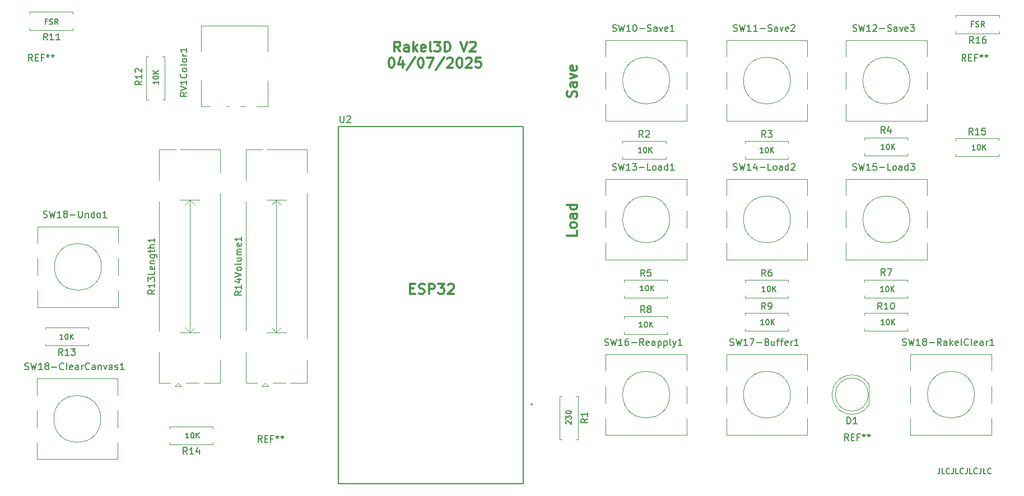
<source format=gto>
G04 #@! TF.GenerationSoftware,KiCad,Pcbnew,9.0.1*
G04 #@! TF.CreationDate,2025-07-04T11:18:44+02:00*
G04 #@! TF.ProjectId,SecondTry,5365636f-6e64-4547-9279-2e6b69636164,rev?*
G04 #@! TF.SameCoordinates,Original*
G04 #@! TF.FileFunction,Legend,Top*
G04 #@! TF.FilePolarity,Positive*
%FSLAX46Y46*%
G04 Gerber Fmt 4.6, Leading zero omitted, Abs format (unit mm)*
G04 Created by KiCad (PCBNEW 9.0.1) date 2025-07-04 11:18:44*
%MOMM*%
%LPD*%
G01*
G04 APERTURE LIST*
%ADD10C,0.200000*%
%ADD11C,0.152400*%
%ADD12C,0.300000*%
%ADD13C,0.304800*%
%ADD14C,0.150000*%
%ADD15C,0.120000*%
%ADD16C,0.127000*%
G04 APERTURE END LIST*
D10*
X179241086Y-89011695D02*
X178783943Y-89011695D01*
X179012515Y-89011695D02*
X179012515Y-88211695D01*
X179012515Y-88211695D02*
X178936324Y-88325980D01*
X178936324Y-88325980D02*
X178860134Y-88402171D01*
X178860134Y-88402171D02*
X178783943Y-88440266D01*
X179736325Y-88211695D02*
X179812515Y-88211695D01*
X179812515Y-88211695D02*
X179888706Y-88249790D01*
X179888706Y-88249790D02*
X179926801Y-88287885D01*
X179926801Y-88287885D02*
X179964896Y-88364076D01*
X179964896Y-88364076D02*
X180002991Y-88516457D01*
X180002991Y-88516457D02*
X180002991Y-88706933D01*
X180002991Y-88706933D02*
X179964896Y-88859314D01*
X179964896Y-88859314D02*
X179926801Y-88935504D01*
X179926801Y-88935504D02*
X179888706Y-88973600D01*
X179888706Y-88973600D02*
X179812515Y-89011695D01*
X179812515Y-89011695D02*
X179736325Y-89011695D01*
X179736325Y-89011695D02*
X179660134Y-88973600D01*
X179660134Y-88973600D02*
X179622039Y-88935504D01*
X179622039Y-88935504D02*
X179583944Y-88859314D01*
X179583944Y-88859314D02*
X179545848Y-88706933D01*
X179545848Y-88706933D02*
X179545848Y-88516457D01*
X179545848Y-88516457D02*
X179583944Y-88364076D01*
X179583944Y-88364076D02*
X179622039Y-88287885D01*
X179622039Y-88287885D02*
X179660134Y-88249790D01*
X179660134Y-88249790D02*
X179736325Y-88211695D01*
X180345849Y-89011695D02*
X180345849Y-88211695D01*
X180802992Y-89011695D02*
X180460134Y-88554552D01*
X180802992Y-88211695D02*
X180345849Y-88668838D01*
D11*
X224276000Y-136759803D02*
X224276000Y-137340375D01*
X224276000Y-137340375D02*
X224237295Y-137456489D01*
X224237295Y-137456489D02*
X224159886Y-137533899D01*
X224159886Y-137533899D02*
X224043771Y-137572603D01*
X224043771Y-137572603D02*
X223966362Y-137572603D01*
X225050095Y-137572603D02*
X224663047Y-137572603D01*
X224663047Y-137572603D02*
X224663047Y-136759803D01*
X225785485Y-137495194D02*
X225746781Y-137533899D01*
X225746781Y-137533899D02*
X225630666Y-137572603D01*
X225630666Y-137572603D02*
X225553257Y-137572603D01*
X225553257Y-137572603D02*
X225437143Y-137533899D01*
X225437143Y-137533899D02*
X225359733Y-137456489D01*
X225359733Y-137456489D02*
X225321028Y-137379079D01*
X225321028Y-137379079D02*
X225282324Y-137224260D01*
X225282324Y-137224260D02*
X225282324Y-137108146D01*
X225282324Y-137108146D02*
X225321028Y-136953327D01*
X225321028Y-136953327D02*
X225359733Y-136875918D01*
X225359733Y-136875918D02*
X225437143Y-136798508D01*
X225437143Y-136798508D02*
X225553257Y-136759803D01*
X225553257Y-136759803D02*
X225630666Y-136759803D01*
X225630666Y-136759803D02*
X225746781Y-136798508D01*
X225746781Y-136798508D02*
X225785485Y-136837213D01*
X226366057Y-136759803D02*
X226366057Y-137340375D01*
X226366057Y-137340375D02*
X226327352Y-137456489D01*
X226327352Y-137456489D02*
X226249943Y-137533899D01*
X226249943Y-137533899D02*
X226133828Y-137572603D01*
X226133828Y-137572603D02*
X226056419Y-137572603D01*
X227140152Y-137572603D02*
X226753104Y-137572603D01*
X226753104Y-137572603D02*
X226753104Y-136759803D01*
X227875542Y-137495194D02*
X227836838Y-137533899D01*
X227836838Y-137533899D02*
X227720723Y-137572603D01*
X227720723Y-137572603D02*
X227643314Y-137572603D01*
X227643314Y-137572603D02*
X227527200Y-137533899D01*
X227527200Y-137533899D02*
X227449790Y-137456489D01*
X227449790Y-137456489D02*
X227411085Y-137379079D01*
X227411085Y-137379079D02*
X227372381Y-137224260D01*
X227372381Y-137224260D02*
X227372381Y-137108146D01*
X227372381Y-137108146D02*
X227411085Y-136953327D01*
X227411085Y-136953327D02*
X227449790Y-136875918D01*
X227449790Y-136875918D02*
X227527200Y-136798508D01*
X227527200Y-136798508D02*
X227643314Y-136759803D01*
X227643314Y-136759803D02*
X227720723Y-136759803D01*
X227720723Y-136759803D02*
X227836838Y-136798508D01*
X227836838Y-136798508D02*
X227875542Y-136837213D01*
X228456114Y-136759803D02*
X228456114Y-137340375D01*
X228456114Y-137340375D02*
X228417409Y-137456489D01*
X228417409Y-137456489D02*
X228340000Y-137533899D01*
X228340000Y-137533899D02*
X228223885Y-137572603D01*
X228223885Y-137572603D02*
X228146476Y-137572603D01*
X229230209Y-137572603D02*
X228843161Y-137572603D01*
X228843161Y-137572603D02*
X228843161Y-136759803D01*
X229965599Y-137495194D02*
X229926895Y-137533899D01*
X229926895Y-137533899D02*
X229810780Y-137572603D01*
X229810780Y-137572603D02*
X229733371Y-137572603D01*
X229733371Y-137572603D02*
X229617257Y-137533899D01*
X229617257Y-137533899D02*
X229539847Y-137456489D01*
X229539847Y-137456489D02*
X229501142Y-137379079D01*
X229501142Y-137379079D02*
X229462438Y-137224260D01*
X229462438Y-137224260D02*
X229462438Y-137108146D01*
X229462438Y-137108146D02*
X229501142Y-136953327D01*
X229501142Y-136953327D02*
X229539847Y-136875918D01*
X229539847Y-136875918D02*
X229617257Y-136798508D01*
X229617257Y-136798508D02*
X229733371Y-136759803D01*
X229733371Y-136759803D02*
X229810780Y-136759803D01*
X229810780Y-136759803D02*
X229926895Y-136798508D01*
X229926895Y-136798508D02*
X229965599Y-136837213D01*
X230546171Y-136759803D02*
X230546171Y-137340375D01*
X230546171Y-137340375D02*
X230507466Y-137456489D01*
X230507466Y-137456489D02*
X230430057Y-137533899D01*
X230430057Y-137533899D02*
X230313942Y-137572603D01*
X230313942Y-137572603D02*
X230236533Y-137572603D01*
X231320266Y-137572603D02*
X230933218Y-137572603D01*
X230933218Y-137572603D02*
X230933218Y-136759803D01*
X232055656Y-137495194D02*
X232016952Y-137533899D01*
X232016952Y-137533899D02*
X231900837Y-137572603D01*
X231900837Y-137572603D02*
X231823428Y-137572603D01*
X231823428Y-137572603D02*
X231707314Y-137533899D01*
X231707314Y-137533899D02*
X231629904Y-137456489D01*
X231629904Y-137456489D02*
X231591199Y-137379079D01*
X231591199Y-137379079D02*
X231552495Y-137224260D01*
X231552495Y-137224260D02*
X231552495Y-137108146D01*
X231552495Y-137108146D02*
X231591199Y-136953327D01*
X231591199Y-136953327D02*
X231629904Y-136875918D01*
X231629904Y-136875918D02*
X231707314Y-136798508D01*
X231707314Y-136798508D02*
X231823428Y-136759803D01*
X231823428Y-136759803D02*
X231900837Y-136759803D01*
X231900837Y-136759803D02*
X232016952Y-136798508D01*
X232016952Y-136798508D02*
X232055656Y-136837213D01*
D12*
X142757500Y-73745912D02*
X142257500Y-73031626D01*
X141900357Y-73745912D02*
X141900357Y-72245912D01*
X141900357Y-72245912D02*
X142471786Y-72245912D01*
X142471786Y-72245912D02*
X142614643Y-72317341D01*
X142614643Y-72317341D02*
X142686072Y-72388769D01*
X142686072Y-72388769D02*
X142757500Y-72531626D01*
X142757500Y-72531626D02*
X142757500Y-72745912D01*
X142757500Y-72745912D02*
X142686072Y-72888769D01*
X142686072Y-72888769D02*
X142614643Y-72960198D01*
X142614643Y-72960198D02*
X142471786Y-73031626D01*
X142471786Y-73031626D02*
X141900357Y-73031626D01*
X144043215Y-73745912D02*
X144043215Y-72960198D01*
X144043215Y-72960198D02*
X143971786Y-72817341D01*
X143971786Y-72817341D02*
X143828929Y-72745912D01*
X143828929Y-72745912D02*
X143543215Y-72745912D01*
X143543215Y-72745912D02*
X143400357Y-72817341D01*
X144043215Y-73674484D02*
X143900357Y-73745912D01*
X143900357Y-73745912D02*
X143543215Y-73745912D01*
X143543215Y-73745912D02*
X143400357Y-73674484D01*
X143400357Y-73674484D02*
X143328929Y-73531626D01*
X143328929Y-73531626D02*
X143328929Y-73388769D01*
X143328929Y-73388769D02*
X143400357Y-73245912D01*
X143400357Y-73245912D02*
X143543215Y-73174484D01*
X143543215Y-73174484D02*
X143900357Y-73174484D01*
X143900357Y-73174484D02*
X144043215Y-73103055D01*
X144757500Y-73745912D02*
X144757500Y-72245912D01*
X144900358Y-73174484D02*
X145328929Y-73745912D01*
X145328929Y-72745912D02*
X144757500Y-73317341D01*
X146543215Y-73674484D02*
X146400358Y-73745912D01*
X146400358Y-73745912D02*
X146114644Y-73745912D01*
X146114644Y-73745912D02*
X145971786Y-73674484D01*
X145971786Y-73674484D02*
X145900358Y-73531626D01*
X145900358Y-73531626D02*
X145900358Y-72960198D01*
X145900358Y-72960198D02*
X145971786Y-72817341D01*
X145971786Y-72817341D02*
X146114644Y-72745912D01*
X146114644Y-72745912D02*
X146400358Y-72745912D01*
X146400358Y-72745912D02*
X146543215Y-72817341D01*
X146543215Y-72817341D02*
X146614644Y-72960198D01*
X146614644Y-72960198D02*
X146614644Y-73103055D01*
X146614644Y-73103055D02*
X145900358Y-73245912D01*
X147471786Y-73745912D02*
X147328929Y-73674484D01*
X147328929Y-73674484D02*
X147257500Y-73531626D01*
X147257500Y-73531626D02*
X147257500Y-72245912D01*
X147900357Y-72245912D02*
X148828929Y-72245912D01*
X148828929Y-72245912D02*
X148328929Y-72817341D01*
X148328929Y-72817341D02*
X148543214Y-72817341D01*
X148543214Y-72817341D02*
X148686072Y-72888769D01*
X148686072Y-72888769D02*
X148757500Y-72960198D01*
X148757500Y-72960198D02*
X148828929Y-73103055D01*
X148828929Y-73103055D02*
X148828929Y-73460198D01*
X148828929Y-73460198D02*
X148757500Y-73603055D01*
X148757500Y-73603055D02*
X148686072Y-73674484D01*
X148686072Y-73674484D02*
X148543214Y-73745912D01*
X148543214Y-73745912D02*
X148114643Y-73745912D01*
X148114643Y-73745912D02*
X147971786Y-73674484D01*
X147971786Y-73674484D02*
X147900357Y-73603055D01*
X149471785Y-73745912D02*
X149471785Y-72245912D01*
X149471785Y-72245912D02*
X149828928Y-72245912D01*
X149828928Y-72245912D02*
X150043214Y-72317341D01*
X150043214Y-72317341D02*
X150186071Y-72460198D01*
X150186071Y-72460198D02*
X150257500Y-72603055D01*
X150257500Y-72603055D02*
X150328928Y-72888769D01*
X150328928Y-72888769D02*
X150328928Y-73103055D01*
X150328928Y-73103055D02*
X150257500Y-73388769D01*
X150257500Y-73388769D02*
X150186071Y-73531626D01*
X150186071Y-73531626D02*
X150043214Y-73674484D01*
X150043214Y-73674484D02*
X149828928Y-73745912D01*
X149828928Y-73745912D02*
X149471785Y-73745912D01*
X151900357Y-72245912D02*
X152400357Y-73745912D01*
X152400357Y-73745912D02*
X152900357Y-72245912D01*
X153328928Y-72388769D02*
X153400356Y-72317341D01*
X153400356Y-72317341D02*
X153543214Y-72245912D01*
X153543214Y-72245912D02*
X153900356Y-72245912D01*
X153900356Y-72245912D02*
X154043214Y-72317341D01*
X154043214Y-72317341D02*
X154114642Y-72388769D01*
X154114642Y-72388769D02*
X154186071Y-72531626D01*
X154186071Y-72531626D02*
X154186071Y-72674484D01*
X154186071Y-72674484D02*
X154114642Y-72888769D01*
X154114642Y-72888769D02*
X153257499Y-73745912D01*
X153257499Y-73745912D02*
X154186071Y-73745912D01*
X141364644Y-74660828D02*
X141507501Y-74660828D01*
X141507501Y-74660828D02*
X141650358Y-74732257D01*
X141650358Y-74732257D02*
X141721787Y-74803685D01*
X141721787Y-74803685D02*
X141793215Y-74946542D01*
X141793215Y-74946542D02*
X141864644Y-75232257D01*
X141864644Y-75232257D02*
X141864644Y-75589400D01*
X141864644Y-75589400D02*
X141793215Y-75875114D01*
X141793215Y-75875114D02*
X141721787Y-76017971D01*
X141721787Y-76017971D02*
X141650358Y-76089400D01*
X141650358Y-76089400D02*
X141507501Y-76160828D01*
X141507501Y-76160828D02*
X141364644Y-76160828D01*
X141364644Y-76160828D02*
X141221787Y-76089400D01*
X141221787Y-76089400D02*
X141150358Y-76017971D01*
X141150358Y-76017971D02*
X141078929Y-75875114D01*
X141078929Y-75875114D02*
X141007501Y-75589400D01*
X141007501Y-75589400D02*
X141007501Y-75232257D01*
X141007501Y-75232257D02*
X141078929Y-74946542D01*
X141078929Y-74946542D02*
X141150358Y-74803685D01*
X141150358Y-74803685D02*
X141221787Y-74732257D01*
X141221787Y-74732257D02*
X141364644Y-74660828D01*
X143150358Y-75160828D02*
X143150358Y-76160828D01*
X142793215Y-74589400D02*
X142436072Y-75660828D01*
X142436072Y-75660828D02*
X143364643Y-75660828D01*
X145007500Y-74589400D02*
X143721786Y-76517971D01*
X145793215Y-74660828D02*
X145936072Y-74660828D01*
X145936072Y-74660828D02*
X146078929Y-74732257D01*
X146078929Y-74732257D02*
X146150358Y-74803685D01*
X146150358Y-74803685D02*
X146221786Y-74946542D01*
X146221786Y-74946542D02*
X146293215Y-75232257D01*
X146293215Y-75232257D02*
X146293215Y-75589400D01*
X146293215Y-75589400D02*
X146221786Y-75875114D01*
X146221786Y-75875114D02*
X146150358Y-76017971D01*
X146150358Y-76017971D02*
X146078929Y-76089400D01*
X146078929Y-76089400D02*
X145936072Y-76160828D01*
X145936072Y-76160828D02*
X145793215Y-76160828D01*
X145793215Y-76160828D02*
X145650358Y-76089400D01*
X145650358Y-76089400D02*
X145578929Y-76017971D01*
X145578929Y-76017971D02*
X145507500Y-75875114D01*
X145507500Y-75875114D02*
X145436072Y-75589400D01*
X145436072Y-75589400D02*
X145436072Y-75232257D01*
X145436072Y-75232257D02*
X145507500Y-74946542D01*
X145507500Y-74946542D02*
X145578929Y-74803685D01*
X145578929Y-74803685D02*
X145650358Y-74732257D01*
X145650358Y-74732257D02*
X145793215Y-74660828D01*
X146793214Y-74660828D02*
X147793214Y-74660828D01*
X147793214Y-74660828D02*
X147150357Y-76160828D01*
X149436071Y-74589400D02*
X148150357Y-76517971D01*
X149864643Y-74803685D02*
X149936071Y-74732257D01*
X149936071Y-74732257D02*
X150078929Y-74660828D01*
X150078929Y-74660828D02*
X150436071Y-74660828D01*
X150436071Y-74660828D02*
X150578929Y-74732257D01*
X150578929Y-74732257D02*
X150650357Y-74803685D01*
X150650357Y-74803685D02*
X150721786Y-74946542D01*
X150721786Y-74946542D02*
X150721786Y-75089400D01*
X150721786Y-75089400D02*
X150650357Y-75303685D01*
X150650357Y-75303685D02*
X149793214Y-76160828D01*
X149793214Y-76160828D02*
X150721786Y-76160828D01*
X151650357Y-74660828D02*
X151793214Y-74660828D01*
X151793214Y-74660828D02*
X151936071Y-74732257D01*
X151936071Y-74732257D02*
X152007500Y-74803685D01*
X152007500Y-74803685D02*
X152078928Y-74946542D01*
X152078928Y-74946542D02*
X152150357Y-75232257D01*
X152150357Y-75232257D02*
X152150357Y-75589400D01*
X152150357Y-75589400D02*
X152078928Y-75875114D01*
X152078928Y-75875114D02*
X152007500Y-76017971D01*
X152007500Y-76017971D02*
X151936071Y-76089400D01*
X151936071Y-76089400D02*
X151793214Y-76160828D01*
X151793214Y-76160828D02*
X151650357Y-76160828D01*
X151650357Y-76160828D02*
X151507500Y-76089400D01*
X151507500Y-76089400D02*
X151436071Y-76017971D01*
X151436071Y-76017971D02*
X151364642Y-75875114D01*
X151364642Y-75875114D02*
X151293214Y-75589400D01*
X151293214Y-75589400D02*
X151293214Y-75232257D01*
X151293214Y-75232257D02*
X151364642Y-74946542D01*
X151364642Y-74946542D02*
X151436071Y-74803685D01*
X151436071Y-74803685D02*
X151507500Y-74732257D01*
X151507500Y-74732257D02*
X151650357Y-74660828D01*
X152721785Y-74803685D02*
X152793213Y-74732257D01*
X152793213Y-74732257D02*
X152936071Y-74660828D01*
X152936071Y-74660828D02*
X153293213Y-74660828D01*
X153293213Y-74660828D02*
X153436071Y-74732257D01*
X153436071Y-74732257D02*
X153507499Y-74803685D01*
X153507499Y-74803685D02*
X153578928Y-74946542D01*
X153578928Y-74946542D02*
X153578928Y-75089400D01*
X153578928Y-75089400D02*
X153507499Y-75303685D01*
X153507499Y-75303685D02*
X152650356Y-76160828D01*
X152650356Y-76160828D02*
X153578928Y-76160828D01*
X154936070Y-74660828D02*
X154221784Y-74660828D01*
X154221784Y-74660828D02*
X154150356Y-75375114D01*
X154150356Y-75375114D02*
X154221784Y-75303685D01*
X154221784Y-75303685D02*
X154364642Y-75232257D01*
X154364642Y-75232257D02*
X154721784Y-75232257D01*
X154721784Y-75232257D02*
X154864642Y-75303685D01*
X154864642Y-75303685D02*
X154936070Y-75375114D01*
X154936070Y-75375114D02*
X155007499Y-75517971D01*
X155007499Y-75517971D02*
X155007499Y-75875114D01*
X155007499Y-75875114D02*
X154936070Y-76017971D01*
X154936070Y-76017971D02*
X154864642Y-76089400D01*
X154864642Y-76089400D02*
X154721784Y-76160828D01*
X154721784Y-76160828D02*
X154364642Y-76160828D01*
X154364642Y-76160828D02*
X154221784Y-76089400D01*
X154221784Y-76089400D02*
X154150356Y-76017971D01*
D13*
X169385055Y-80582846D02*
X169457626Y-80365132D01*
X169457626Y-80365132D02*
X169457626Y-80002274D01*
X169457626Y-80002274D02*
X169385055Y-79857132D01*
X169385055Y-79857132D02*
X169312483Y-79784560D01*
X169312483Y-79784560D02*
X169167340Y-79711989D01*
X169167340Y-79711989D02*
X169022197Y-79711989D01*
X169022197Y-79711989D02*
X168877055Y-79784560D01*
X168877055Y-79784560D02*
X168804483Y-79857132D01*
X168804483Y-79857132D02*
X168731912Y-80002274D01*
X168731912Y-80002274D02*
X168659340Y-80292560D01*
X168659340Y-80292560D02*
X168586769Y-80437703D01*
X168586769Y-80437703D02*
X168514197Y-80510274D01*
X168514197Y-80510274D02*
X168369055Y-80582846D01*
X168369055Y-80582846D02*
X168223912Y-80582846D01*
X168223912Y-80582846D02*
X168078769Y-80510274D01*
X168078769Y-80510274D02*
X168006197Y-80437703D01*
X168006197Y-80437703D02*
X167933626Y-80292560D01*
X167933626Y-80292560D02*
X167933626Y-79929703D01*
X167933626Y-79929703D02*
X168006197Y-79711989D01*
X169457626Y-78405703D02*
X168659340Y-78405703D01*
X168659340Y-78405703D02*
X168514197Y-78478274D01*
X168514197Y-78478274D02*
X168441626Y-78623417D01*
X168441626Y-78623417D02*
X168441626Y-78913703D01*
X168441626Y-78913703D02*
X168514197Y-79058845D01*
X169385055Y-78405703D02*
X169457626Y-78550845D01*
X169457626Y-78550845D02*
X169457626Y-78913703D01*
X169457626Y-78913703D02*
X169385055Y-79058845D01*
X169385055Y-79058845D02*
X169239912Y-79131417D01*
X169239912Y-79131417D02*
X169094769Y-79131417D01*
X169094769Y-79131417D02*
X168949626Y-79058845D01*
X168949626Y-79058845D02*
X168877055Y-78913703D01*
X168877055Y-78913703D02*
X168877055Y-78550845D01*
X168877055Y-78550845D02*
X168804483Y-78405703D01*
X168441626Y-77825131D02*
X169457626Y-77462274D01*
X169457626Y-77462274D02*
X168441626Y-77099417D01*
X169385055Y-75938274D02*
X169457626Y-76083417D01*
X169457626Y-76083417D02*
X169457626Y-76373703D01*
X169457626Y-76373703D02*
X169385055Y-76518845D01*
X169385055Y-76518845D02*
X169239912Y-76591417D01*
X169239912Y-76591417D02*
X168659340Y-76591417D01*
X168659340Y-76591417D02*
X168514197Y-76518845D01*
X168514197Y-76518845D02*
X168441626Y-76373703D01*
X168441626Y-76373703D02*
X168441626Y-76083417D01*
X168441626Y-76083417D02*
X168514197Y-75938274D01*
X168514197Y-75938274D02*
X168659340Y-75865703D01*
X168659340Y-75865703D02*
X168804483Y-75865703D01*
X168804483Y-75865703D02*
X168949626Y-76591417D01*
D10*
X197941086Y-110011695D02*
X197483943Y-110011695D01*
X197712515Y-110011695D02*
X197712515Y-109211695D01*
X197712515Y-109211695D02*
X197636324Y-109325980D01*
X197636324Y-109325980D02*
X197560134Y-109402171D01*
X197560134Y-109402171D02*
X197483943Y-109440266D01*
X198436325Y-109211695D02*
X198512515Y-109211695D01*
X198512515Y-109211695D02*
X198588706Y-109249790D01*
X198588706Y-109249790D02*
X198626801Y-109287885D01*
X198626801Y-109287885D02*
X198664896Y-109364076D01*
X198664896Y-109364076D02*
X198702991Y-109516457D01*
X198702991Y-109516457D02*
X198702991Y-109706933D01*
X198702991Y-109706933D02*
X198664896Y-109859314D01*
X198664896Y-109859314D02*
X198626801Y-109935504D01*
X198626801Y-109935504D02*
X198588706Y-109973600D01*
X198588706Y-109973600D02*
X198512515Y-110011695D01*
X198512515Y-110011695D02*
X198436325Y-110011695D01*
X198436325Y-110011695D02*
X198360134Y-109973600D01*
X198360134Y-109973600D02*
X198322039Y-109935504D01*
X198322039Y-109935504D02*
X198283944Y-109859314D01*
X198283944Y-109859314D02*
X198245848Y-109706933D01*
X198245848Y-109706933D02*
X198245848Y-109516457D01*
X198245848Y-109516457D02*
X198283944Y-109364076D01*
X198283944Y-109364076D02*
X198322039Y-109287885D01*
X198322039Y-109287885D02*
X198360134Y-109249790D01*
X198360134Y-109249790D02*
X198436325Y-109211695D01*
X199045849Y-110011695D02*
X199045849Y-109211695D01*
X199502992Y-110011695D02*
X199160134Y-109554552D01*
X199502992Y-109211695D02*
X199045849Y-109668838D01*
X215841086Y-110011695D02*
X215383943Y-110011695D01*
X215612515Y-110011695D02*
X215612515Y-109211695D01*
X215612515Y-109211695D02*
X215536324Y-109325980D01*
X215536324Y-109325980D02*
X215460134Y-109402171D01*
X215460134Y-109402171D02*
X215383943Y-109440266D01*
X216336325Y-109211695D02*
X216412515Y-109211695D01*
X216412515Y-109211695D02*
X216488706Y-109249790D01*
X216488706Y-109249790D02*
X216526801Y-109287885D01*
X216526801Y-109287885D02*
X216564896Y-109364076D01*
X216564896Y-109364076D02*
X216602991Y-109516457D01*
X216602991Y-109516457D02*
X216602991Y-109706933D01*
X216602991Y-109706933D02*
X216564896Y-109859314D01*
X216564896Y-109859314D02*
X216526801Y-109935504D01*
X216526801Y-109935504D02*
X216488706Y-109973600D01*
X216488706Y-109973600D02*
X216412515Y-110011695D01*
X216412515Y-110011695D02*
X216336325Y-110011695D01*
X216336325Y-110011695D02*
X216260134Y-109973600D01*
X216260134Y-109973600D02*
X216222039Y-109935504D01*
X216222039Y-109935504D02*
X216183944Y-109859314D01*
X216183944Y-109859314D02*
X216145848Y-109706933D01*
X216145848Y-109706933D02*
X216145848Y-109516457D01*
X216145848Y-109516457D02*
X216183944Y-109364076D01*
X216183944Y-109364076D02*
X216222039Y-109287885D01*
X216222039Y-109287885D02*
X216260134Y-109249790D01*
X216260134Y-109249790D02*
X216336325Y-109211695D01*
X216945849Y-110011695D02*
X216945849Y-109211695D01*
X217402992Y-110011695D02*
X217060134Y-109554552D01*
X217402992Y-109211695D02*
X216945849Y-109668838D01*
D11*
X89364705Y-69186851D02*
X89093771Y-69186851D01*
X89093771Y-69612603D02*
X89093771Y-68799803D01*
X89093771Y-68799803D02*
X89480819Y-68799803D01*
X89751753Y-69573899D02*
X89867867Y-69612603D01*
X89867867Y-69612603D02*
X90061391Y-69612603D01*
X90061391Y-69612603D02*
X90138800Y-69573899D01*
X90138800Y-69573899D02*
X90177505Y-69535194D01*
X90177505Y-69535194D02*
X90216210Y-69457784D01*
X90216210Y-69457784D02*
X90216210Y-69380375D01*
X90216210Y-69380375D02*
X90177505Y-69302965D01*
X90177505Y-69302965D02*
X90138800Y-69264260D01*
X90138800Y-69264260D02*
X90061391Y-69225556D01*
X90061391Y-69225556D02*
X89906572Y-69186851D01*
X89906572Y-69186851D02*
X89829162Y-69148146D01*
X89829162Y-69148146D02*
X89790457Y-69109441D01*
X89790457Y-69109441D02*
X89751753Y-69032032D01*
X89751753Y-69032032D02*
X89751753Y-68954622D01*
X89751753Y-68954622D02*
X89790457Y-68877213D01*
X89790457Y-68877213D02*
X89829162Y-68838508D01*
X89829162Y-68838508D02*
X89906572Y-68799803D01*
X89906572Y-68799803D02*
X90100095Y-68799803D01*
X90100095Y-68799803D02*
X90216210Y-68838508D01*
X91029009Y-69612603D02*
X90758076Y-69225556D01*
X90564552Y-69612603D02*
X90564552Y-68799803D01*
X90564552Y-68799803D02*
X90874190Y-68799803D01*
X90874190Y-68799803D02*
X90951600Y-68838508D01*
X90951600Y-68838508D02*
X90990305Y-68877213D01*
X90990305Y-68877213D02*
X91029009Y-68954622D01*
X91029009Y-68954622D02*
X91029009Y-69070737D01*
X91029009Y-69070737D02*
X90990305Y-69148146D01*
X90990305Y-69148146D02*
X90951600Y-69186851D01*
X90951600Y-69186851D02*
X90874190Y-69225556D01*
X90874190Y-69225556D02*
X90564552Y-69225556D01*
D10*
X110811101Y-132181695D02*
X110353958Y-132181695D01*
X110582530Y-132181695D02*
X110582530Y-131381695D01*
X110582530Y-131381695D02*
X110506339Y-131495980D01*
X110506339Y-131495980D02*
X110430149Y-131572171D01*
X110430149Y-131572171D02*
X110353958Y-131610266D01*
X111306340Y-131381695D02*
X111382530Y-131381695D01*
X111382530Y-131381695D02*
X111458721Y-131419790D01*
X111458721Y-131419790D02*
X111496816Y-131457885D01*
X111496816Y-131457885D02*
X111534911Y-131534076D01*
X111534911Y-131534076D02*
X111573006Y-131686457D01*
X111573006Y-131686457D02*
X111573006Y-131876933D01*
X111573006Y-131876933D02*
X111534911Y-132029314D01*
X111534911Y-132029314D02*
X111496816Y-132105504D01*
X111496816Y-132105504D02*
X111458721Y-132143600D01*
X111458721Y-132143600D02*
X111382530Y-132181695D01*
X111382530Y-132181695D02*
X111306340Y-132181695D01*
X111306340Y-132181695D02*
X111230149Y-132143600D01*
X111230149Y-132143600D02*
X111192054Y-132105504D01*
X111192054Y-132105504D02*
X111153959Y-132029314D01*
X111153959Y-132029314D02*
X111115863Y-131876933D01*
X111115863Y-131876933D02*
X111115863Y-131686457D01*
X111115863Y-131686457D02*
X111153959Y-131534076D01*
X111153959Y-131534076D02*
X111192054Y-131457885D01*
X111192054Y-131457885D02*
X111230149Y-131419790D01*
X111230149Y-131419790D02*
X111306340Y-131381695D01*
X111915864Y-132181695D02*
X111915864Y-131381695D01*
X112373007Y-132181695D02*
X112030149Y-131724552D01*
X112373007Y-131381695D02*
X111915864Y-131838838D01*
X179341086Y-115411695D02*
X178883943Y-115411695D01*
X179112515Y-115411695D02*
X179112515Y-114611695D01*
X179112515Y-114611695D02*
X179036324Y-114725980D01*
X179036324Y-114725980D02*
X178960134Y-114802171D01*
X178960134Y-114802171D02*
X178883943Y-114840266D01*
X179836325Y-114611695D02*
X179912515Y-114611695D01*
X179912515Y-114611695D02*
X179988706Y-114649790D01*
X179988706Y-114649790D02*
X180026801Y-114687885D01*
X180026801Y-114687885D02*
X180064896Y-114764076D01*
X180064896Y-114764076D02*
X180102991Y-114916457D01*
X180102991Y-114916457D02*
X180102991Y-115106933D01*
X180102991Y-115106933D02*
X180064896Y-115259314D01*
X180064896Y-115259314D02*
X180026801Y-115335504D01*
X180026801Y-115335504D02*
X179988706Y-115373600D01*
X179988706Y-115373600D02*
X179912515Y-115411695D01*
X179912515Y-115411695D02*
X179836325Y-115411695D01*
X179836325Y-115411695D02*
X179760134Y-115373600D01*
X179760134Y-115373600D02*
X179722039Y-115335504D01*
X179722039Y-115335504D02*
X179683944Y-115259314D01*
X179683944Y-115259314D02*
X179645848Y-115106933D01*
X179645848Y-115106933D02*
X179645848Y-114916457D01*
X179645848Y-114916457D02*
X179683944Y-114764076D01*
X179683944Y-114764076D02*
X179722039Y-114687885D01*
X179722039Y-114687885D02*
X179760134Y-114649790D01*
X179760134Y-114649790D02*
X179836325Y-114611695D01*
X180445849Y-115411695D02*
X180445849Y-114611695D01*
X180902992Y-115411695D02*
X180560134Y-114954552D01*
X180902992Y-114611695D02*
X180445849Y-115068838D01*
X179541086Y-109911695D02*
X179083943Y-109911695D01*
X179312515Y-109911695D02*
X179312515Y-109111695D01*
X179312515Y-109111695D02*
X179236324Y-109225980D01*
X179236324Y-109225980D02*
X179160134Y-109302171D01*
X179160134Y-109302171D02*
X179083943Y-109340266D01*
X180036325Y-109111695D02*
X180112515Y-109111695D01*
X180112515Y-109111695D02*
X180188706Y-109149790D01*
X180188706Y-109149790D02*
X180226801Y-109187885D01*
X180226801Y-109187885D02*
X180264896Y-109264076D01*
X180264896Y-109264076D02*
X180302991Y-109416457D01*
X180302991Y-109416457D02*
X180302991Y-109606933D01*
X180302991Y-109606933D02*
X180264896Y-109759314D01*
X180264896Y-109759314D02*
X180226801Y-109835504D01*
X180226801Y-109835504D02*
X180188706Y-109873600D01*
X180188706Y-109873600D02*
X180112515Y-109911695D01*
X180112515Y-109911695D02*
X180036325Y-109911695D01*
X180036325Y-109911695D02*
X179960134Y-109873600D01*
X179960134Y-109873600D02*
X179922039Y-109835504D01*
X179922039Y-109835504D02*
X179883944Y-109759314D01*
X179883944Y-109759314D02*
X179845848Y-109606933D01*
X179845848Y-109606933D02*
X179845848Y-109416457D01*
X179845848Y-109416457D02*
X179883944Y-109264076D01*
X179883944Y-109264076D02*
X179922039Y-109187885D01*
X179922039Y-109187885D02*
X179960134Y-109149790D01*
X179960134Y-109149790D02*
X180036325Y-109111695D01*
X180645849Y-109911695D02*
X180645849Y-109111695D01*
X181102992Y-109911695D02*
X180760134Y-109454552D01*
X181102992Y-109111695D02*
X180645849Y-109568838D01*
X197741086Y-115011695D02*
X197283943Y-115011695D01*
X197512515Y-115011695D02*
X197512515Y-114211695D01*
X197512515Y-114211695D02*
X197436324Y-114325980D01*
X197436324Y-114325980D02*
X197360134Y-114402171D01*
X197360134Y-114402171D02*
X197283943Y-114440266D01*
X198236325Y-114211695D02*
X198312515Y-114211695D01*
X198312515Y-114211695D02*
X198388706Y-114249790D01*
X198388706Y-114249790D02*
X198426801Y-114287885D01*
X198426801Y-114287885D02*
X198464896Y-114364076D01*
X198464896Y-114364076D02*
X198502991Y-114516457D01*
X198502991Y-114516457D02*
X198502991Y-114706933D01*
X198502991Y-114706933D02*
X198464896Y-114859314D01*
X198464896Y-114859314D02*
X198426801Y-114935504D01*
X198426801Y-114935504D02*
X198388706Y-114973600D01*
X198388706Y-114973600D02*
X198312515Y-115011695D01*
X198312515Y-115011695D02*
X198236325Y-115011695D01*
X198236325Y-115011695D02*
X198160134Y-114973600D01*
X198160134Y-114973600D02*
X198122039Y-114935504D01*
X198122039Y-114935504D02*
X198083944Y-114859314D01*
X198083944Y-114859314D02*
X198045848Y-114706933D01*
X198045848Y-114706933D02*
X198045848Y-114516457D01*
X198045848Y-114516457D02*
X198083944Y-114364076D01*
X198083944Y-114364076D02*
X198122039Y-114287885D01*
X198122039Y-114287885D02*
X198160134Y-114249790D01*
X198160134Y-114249790D02*
X198236325Y-114211695D01*
X198845849Y-115011695D02*
X198845849Y-114211695D01*
X199302992Y-115011695D02*
X198960134Y-114554552D01*
X199302992Y-114211695D02*
X198845849Y-114668838D01*
X229691086Y-88611695D02*
X229233943Y-88611695D01*
X229462515Y-88611695D02*
X229462515Y-87811695D01*
X229462515Y-87811695D02*
X229386324Y-87925980D01*
X229386324Y-87925980D02*
X229310134Y-88002171D01*
X229310134Y-88002171D02*
X229233943Y-88040266D01*
X230186325Y-87811695D02*
X230262515Y-87811695D01*
X230262515Y-87811695D02*
X230338706Y-87849790D01*
X230338706Y-87849790D02*
X230376801Y-87887885D01*
X230376801Y-87887885D02*
X230414896Y-87964076D01*
X230414896Y-87964076D02*
X230452991Y-88116457D01*
X230452991Y-88116457D02*
X230452991Y-88306933D01*
X230452991Y-88306933D02*
X230414896Y-88459314D01*
X230414896Y-88459314D02*
X230376801Y-88535504D01*
X230376801Y-88535504D02*
X230338706Y-88573600D01*
X230338706Y-88573600D02*
X230262515Y-88611695D01*
X230262515Y-88611695D02*
X230186325Y-88611695D01*
X230186325Y-88611695D02*
X230110134Y-88573600D01*
X230110134Y-88573600D02*
X230072039Y-88535504D01*
X230072039Y-88535504D02*
X230033944Y-88459314D01*
X230033944Y-88459314D02*
X229995848Y-88306933D01*
X229995848Y-88306933D02*
X229995848Y-88116457D01*
X229995848Y-88116457D02*
X230033944Y-87964076D01*
X230033944Y-87964076D02*
X230072039Y-87887885D01*
X230072039Y-87887885D02*
X230110134Y-87849790D01*
X230110134Y-87849790D02*
X230186325Y-87811695D01*
X230795849Y-88611695D02*
X230795849Y-87811695D01*
X231252992Y-88611695D02*
X230910134Y-88154552D01*
X231252992Y-87811695D02*
X230795849Y-88268838D01*
X91791101Y-117251695D02*
X91333958Y-117251695D01*
X91562530Y-117251695D02*
X91562530Y-116451695D01*
X91562530Y-116451695D02*
X91486339Y-116565980D01*
X91486339Y-116565980D02*
X91410149Y-116642171D01*
X91410149Y-116642171D02*
X91333958Y-116680266D01*
X92286340Y-116451695D02*
X92362530Y-116451695D01*
X92362530Y-116451695D02*
X92438721Y-116489790D01*
X92438721Y-116489790D02*
X92476816Y-116527885D01*
X92476816Y-116527885D02*
X92514911Y-116604076D01*
X92514911Y-116604076D02*
X92553006Y-116756457D01*
X92553006Y-116756457D02*
X92553006Y-116946933D01*
X92553006Y-116946933D02*
X92514911Y-117099314D01*
X92514911Y-117099314D02*
X92476816Y-117175504D01*
X92476816Y-117175504D02*
X92438721Y-117213600D01*
X92438721Y-117213600D02*
X92362530Y-117251695D01*
X92362530Y-117251695D02*
X92286340Y-117251695D01*
X92286340Y-117251695D02*
X92210149Y-117213600D01*
X92210149Y-117213600D02*
X92172054Y-117175504D01*
X92172054Y-117175504D02*
X92133959Y-117099314D01*
X92133959Y-117099314D02*
X92095863Y-116946933D01*
X92095863Y-116946933D02*
X92095863Y-116756457D01*
X92095863Y-116756457D02*
X92133959Y-116604076D01*
X92133959Y-116604076D02*
X92172054Y-116527885D01*
X92172054Y-116527885D02*
X92210149Y-116489790D01*
X92210149Y-116489790D02*
X92286340Y-116451695D01*
X92895864Y-117251695D02*
X92895864Y-116451695D01*
X93353007Y-117251695D02*
X93010149Y-116794552D01*
X93353007Y-116451695D02*
X92895864Y-116908838D01*
X215941086Y-88511695D02*
X215483943Y-88511695D01*
X215712515Y-88511695D02*
X215712515Y-87711695D01*
X215712515Y-87711695D02*
X215636324Y-87825980D01*
X215636324Y-87825980D02*
X215560134Y-87902171D01*
X215560134Y-87902171D02*
X215483943Y-87940266D01*
X216436325Y-87711695D02*
X216512515Y-87711695D01*
X216512515Y-87711695D02*
X216588706Y-87749790D01*
X216588706Y-87749790D02*
X216626801Y-87787885D01*
X216626801Y-87787885D02*
X216664896Y-87864076D01*
X216664896Y-87864076D02*
X216702991Y-88016457D01*
X216702991Y-88016457D02*
X216702991Y-88206933D01*
X216702991Y-88206933D02*
X216664896Y-88359314D01*
X216664896Y-88359314D02*
X216626801Y-88435504D01*
X216626801Y-88435504D02*
X216588706Y-88473600D01*
X216588706Y-88473600D02*
X216512515Y-88511695D01*
X216512515Y-88511695D02*
X216436325Y-88511695D01*
X216436325Y-88511695D02*
X216360134Y-88473600D01*
X216360134Y-88473600D02*
X216322039Y-88435504D01*
X216322039Y-88435504D02*
X216283944Y-88359314D01*
X216283944Y-88359314D02*
X216245848Y-88206933D01*
X216245848Y-88206933D02*
X216245848Y-88016457D01*
X216245848Y-88016457D02*
X216283944Y-87864076D01*
X216283944Y-87864076D02*
X216322039Y-87787885D01*
X216322039Y-87787885D02*
X216360134Y-87749790D01*
X216360134Y-87749790D02*
X216436325Y-87711695D01*
X217045849Y-88511695D02*
X217045849Y-87711695D01*
X217502992Y-88511695D02*
X217160134Y-88054552D01*
X217502992Y-87711695D02*
X217045849Y-88168838D01*
D13*
X144287496Y-109579355D02*
X144795496Y-109579355D01*
X145013210Y-110377641D02*
X144287496Y-110377641D01*
X144287496Y-110377641D02*
X144287496Y-108853641D01*
X144287496Y-108853641D02*
X145013210Y-108853641D01*
X145593781Y-110305070D02*
X145811496Y-110377641D01*
X145811496Y-110377641D02*
X146174353Y-110377641D01*
X146174353Y-110377641D02*
X146319496Y-110305070D01*
X146319496Y-110305070D02*
X146392067Y-110232498D01*
X146392067Y-110232498D02*
X146464638Y-110087355D01*
X146464638Y-110087355D02*
X146464638Y-109942212D01*
X146464638Y-109942212D02*
X146392067Y-109797070D01*
X146392067Y-109797070D02*
X146319496Y-109724498D01*
X146319496Y-109724498D02*
X146174353Y-109651927D01*
X146174353Y-109651927D02*
X145884067Y-109579355D01*
X145884067Y-109579355D02*
X145738924Y-109506784D01*
X145738924Y-109506784D02*
X145666353Y-109434212D01*
X145666353Y-109434212D02*
X145593781Y-109289070D01*
X145593781Y-109289070D02*
X145593781Y-109143927D01*
X145593781Y-109143927D02*
X145666353Y-108998784D01*
X145666353Y-108998784D02*
X145738924Y-108926212D01*
X145738924Y-108926212D02*
X145884067Y-108853641D01*
X145884067Y-108853641D02*
X146246924Y-108853641D01*
X146246924Y-108853641D02*
X146464638Y-108926212D01*
X147117782Y-110377641D02*
X147117782Y-108853641D01*
X147117782Y-108853641D02*
X147698353Y-108853641D01*
X147698353Y-108853641D02*
X147843496Y-108926212D01*
X147843496Y-108926212D02*
X147916067Y-108998784D01*
X147916067Y-108998784D02*
X147988639Y-109143927D01*
X147988639Y-109143927D02*
X147988639Y-109361641D01*
X147988639Y-109361641D02*
X147916067Y-109506784D01*
X147916067Y-109506784D02*
X147843496Y-109579355D01*
X147843496Y-109579355D02*
X147698353Y-109651927D01*
X147698353Y-109651927D02*
X147117782Y-109651927D01*
X148496639Y-108853641D02*
X149440067Y-108853641D01*
X149440067Y-108853641D02*
X148932067Y-109434212D01*
X148932067Y-109434212D02*
X149149782Y-109434212D01*
X149149782Y-109434212D02*
X149294925Y-109506784D01*
X149294925Y-109506784D02*
X149367496Y-109579355D01*
X149367496Y-109579355D02*
X149440067Y-109724498D01*
X149440067Y-109724498D02*
X149440067Y-110087355D01*
X149440067Y-110087355D02*
X149367496Y-110232498D01*
X149367496Y-110232498D02*
X149294925Y-110305070D01*
X149294925Y-110305070D02*
X149149782Y-110377641D01*
X149149782Y-110377641D02*
X148714353Y-110377641D01*
X148714353Y-110377641D02*
X148569210Y-110305070D01*
X148569210Y-110305070D02*
X148496639Y-110232498D01*
X150020639Y-108998784D02*
X150093211Y-108926212D01*
X150093211Y-108926212D02*
X150238354Y-108853641D01*
X150238354Y-108853641D02*
X150601211Y-108853641D01*
X150601211Y-108853641D02*
X150746354Y-108926212D01*
X150746354Y-108926212D02*
X150818925Y-108998784D01*
X150818925Y-108998784D02*
X150891496Y-109143927D01*
X150891496Y-109143927D02*
X150891496Y-109289070D01*
X150891496Y-109289070D02*
X150818925Y-109506784D01*
X150818925Y-109506784D02*
X149948068Y-110377641D01*
X149948068Y-110377641D02*
X150891496Y-110377641D01*
D11*
X229364720Y-69556851D02*
X229093786Y-69556851D01*
X229093786Y-69982603D02*
X229093786Y-69169803D01*
X229093786Y-69169803D02*
X229480834Y-69169803D01*
X229751768Y-69943899D02*
X229867882Y-69982603D01*
X229867882Y-69982603D02*
X230061406Y-69982603D01*
X230061406Y-69982603D02*
X230138815Y-69943899D01*
X230138815Y-69943899D02*
X230177520Y-69905194D01*
X230177520Y-69905194D02*
X230216225Y-69827784D01*
X230216225Y-69827784D02*
X230216225Y-69750375D01*
X230216225Y-69750375D02*
X230177520Y-69672965D01*
X230177520Y-69672965D02*
X230138815Y-69634260D01*
X230138815Y-69634260D02*
X230061406Y-69595556D01*
X230061406Y-69595556D02*
X229906587Y-69556851D01*
X229906587Y-69556851D02*
X229829177Y-69518146D01*
X229829177Y-69518146D02*
X229790472Y-69479441D01*
X229790472Y-69479441D02*
X229751768Y-69402032D01*
X229751768Y-69402032D02*
X229751768Y-69324622D01*
X229751768Y-69324622D02*
X229790472Y-69247213D01*
X229790472Y-69247213D02*
X229829177Y-69208508D01*
X229829177Y-69208508D02*
X229906587Y-69169803D01*
X229906587Y-69169803D02*
X230100110Y-69169803D01*
X230100110Y-69169803D02*
X230216225Y-69208508D01*
X231029024Y-69982603D02*
X230758091Y-69595556D01*
X230564567Y-69982603D02*
X230564567Y-69169803D01*
X230564567Y-69169803D02*
X230874205Y-69169803D01*
X230874205Y-69169803D02*
X230951615Y-69208508D01*
X230951615Y-69208508D02*
X230990320Y-69247213D01*
X230990320Y-69247213D02*
X231029024Y-69324622D01*
X231029024Y-69324622D02*
X231029024Y-69440737D01*
X231029024Y-69440737D02*
X230990320Y-69518146D01*
X230990320Y-69518146D02*
X230951615Y-69556851D01*
X230951615Y-69556851D02*
X230874205Y-69595556D01*
X230874205Y-69595556D02*
X230564567Y-69595556D01*
D10*
X215941086Y-115011695D02*
X215483943Y-115011695D01*
X215712515Y-115011695D02*
X215712515Y-114211695D01*
X215712515Y-114211695D02*
X215636324Y-114325980D01*
X215636324Y-114325980D02*
X215560134Y-114402171D01*
X215560134Y-114402171D02*
X215483943Y-114440266D01*
X216436325Y-114211695D02*
X216512515Y-114211695D01*
X216512515Y-114211695D02*
X216588706Y-114249790D01*
X216588706Y-114249790D02*
X216626801Y-114287885D01*
X216626801Y-114287885D02*
X216664896Y-114364076D01*
X216664896Y-114364076D02*
X216702991Y-114516457D01*
X216702991Y-114516457D02*
X216702991Y-114706933D01*
X216702991Y-114706933D02*
X216664896Y-114859314D01*
X216664896Y-114859314D02*
X216626801Y-114935504D01*
X216626801Y-114935504D02*
X216588706Y-114973600D01*
X216588706Y-114973600D02*
X216512515Y-115011695D01*
X216512515Y-115011695D02*
X216436325Y-115011695D01*
X216436325Y-115011695D02*
X216360134Y-114973600D01*
X216360134Y-114973600D02*
X216322039Y-114935504D01*
X216322039Y-114935504D02*
X216283944Y-114859314D01*
X216283944Y-114859314D02*
X216245848Y-114706933D01*
X216245848Y-114706933D02*
X216245848Y-114516457D01*
X216245848Y-114516457D02*
X216283944Y-114364076D01*
X216283944Y-114364076D02*
X216322039Y-114287885D01*
X216322039Y-114287885D02*
X216360134Y-114249790D01*
X216360134Y-114249790D02*
X216436325Y-114211695D01*
X217045849Y-115011695D02*
X217045849Y-114211695D01*
X217502992Y-115011695D02*
X217160134Y-114554552D01*
X217502992Y-114211695D02*
X217045849Y-114668838D01*
X167867870Y-130036041D02*
X167829775Y-129997945D01*
X167829775Y-129997945D02*
X167791680Y-129921755D01*
X167791680Y-129921755D02*
X167791680Y-129731279D01*
X167791680Y-129731279D02*
X167829775Y-129655088D01*
X167829775Y-129655088D02*
X167867870Y-129616993D01*
X167867870Y-129616993D02*
X167944061Y-129578898D01*
X167944061Y-129578898D02*
X168020251Y-129578898D01*
X168020251Y-129578898D02*
X168134537Y-129616993D01*
X168134537Y-129616993D02*
X168591680Y-130074136D01*
X168591680Y-130074136D02*
X168591680Y-129578898D01*
X167791680Y-129312231D02*
X167791680Y-128816993D01*
X167791680Y-128816993D02*
X168096442Y-129083659D01*
X168096442Y-129083659D02*
X168096442Y-128969374D01*
X168096442Y-128969374D02*
X168134537Y-128893183D01*
X168134537Y-128893183D02*
X168172632Y-128855088D01*
X168172632Y-128855088D02*
X168248823Y-128816993D01*
X168248823Y-128816993D02*
X168439299Y-128816993D01*
X168439299Y-128816993D02*
X168515489Y-128855088D01*
X168515489Y-128855088D02*
X168553585Y-128893183D01*
X168553585Y-128893183D02*
X168591680Y-128969374D01*
X168591680Y-128969374D02*
X168591680Y-129197945D01*
X168591680Y-129197945D02*
X168553585Y-129274136D01*
X168553585Y-129274136D02*
X168515489Y-129312231D01*
X167791680Y-128321754D02*
X167791680Y-128245564D01*
X167791680Y-128245564D02*
X167829775Y-128169373D01*
X167829775Y-128169373D02*
X167867870Y-128131278D01*
X167867870Y-128131278D02*
X167944061Y-128093183D01*
X167944061Y-128093183D02*
X168096442Y-128055088D01*
X168096442Y-128055088D02*
X168286918Y-128055088D01*
X168286918Y-128055088D02*
X168439299Y-128093183D01*
X168439299Y-128093183D02*
X168515489Y-128131278D01*
X168515489Y-128131278D02*
X168553585Y-128169373D01*
X168553585Y-128169373D02*
X168591680Y-128245564D01*
X168591680Y-128245564D02*
X168591680Y-128321754D01*
X168591680Y-128321754D02*
X168553585Y-128397945D01*
X168553585Y-128397945D02*
X168515489Y-128436040D01*
X168515489Y-128436040D02*
X168439299Y-128474135D01*
X168439299Y-128474135D02*
X168286918Y-128512231D01*
X168286918Y-128512231D02*
X168096442Y-128512231D01*
X168096442Y-128512231D02*
X167944061Y-128474135D01*
X167944061Y-128474135D02*
X167867870Y-128436040D01*
X167867870Y-128436040D02*
X167829775Y-128397945D01*
X167829775Y-128397945D02*
X167791680Y-128321754D01*
D13*
X169457626Y-100820845D02*
X169457626Y-101546559D01*
X169457626Y-101546559D02*
X167933626Y-101546559D01*
X169457626Y-100095131D02*
X169385055Y-100240274D01*
X169385055Y-100240274D02*
X169312483Y-100312845D01*
X169312483Y-100312845D02*
X169167340Y-100385417D01*
X169167340Y-100385417D02*
X168731912Y-100385417D01*
X168731912Y-100385417D02*
X168586769Y-100312845D01*
X168586769Y-100312845D02*
X168514197Y-100240274D01*
X168514197Y-100240274D02*
X168441626Y-100095131D01*
X168441626Y-100095131D02*
X168441626Y-99877417D01*
X168441626Y-99877417D02*
X168514197Y-99732274D01*
X168514197Y-99732274D02*
X168586769Y-99659703D01*
X168586769Y-99659703D02*
X168731912Y-99587131D01*
X168731912Y-99587131D02*
X169167340Y-99587131D01*
X169167340Y-99587131D02*
X169312483Y-99659703D01*
X169312483Y-99659703D02*
X169385055Y-99732274D01*
X169385055Y-99732274D02*
X169457626Y-99877417D01*
X169457626Y-99877417D02*
X169457626Y-100095131D01*
X169457626Y-98280846D02*
X168659340Y-98280846D01*
X168659340Y-98280846D02*
X168514197Y-98353417D01*
X168514197Y-98353417D02*
X168441626Y-98498560D01*
X168441626Y-98498560D02*
X168441626Y-98788846D01*
X168441626Y-98788846D02*
X168514197Y-98933988D01*
X169385055Y-98280846D02*
X169457626Y-98425988D01*
X169457626Y-98425988D02*
X169457626Y-98788846D01*
X169457626Y-98788846D02*
X169385055Y-98933988D01*
X169385055Y-98933988D02*
X169239912Y-99006560D01*
X169239912Y-99006560D02*
X169094769Y-99006560D01*
X169094769Y-99006560D02*
X168949626Y-98933988D01*
X168949626Y-98933988D02*
X168877055Y-98788846D01*
X168877055Y-98788846D02*
X168877055Y-98425988D01*
X168877055Y-98425988D02*
X168804483Y-98280846D01*
X169457626Y-96901989D02*
X167933626Y-96901989D01*
X169385055Y-96901989D02*
X169457626Y-97047131D01*
X169457626Y-97047131D02*
X169457626Y-97337417D01*
X169457626Y-97337417D02*
X169385055Y-97482560D01*
X169385055Y-97482560D02*
X169312483Y-97555131D01*
X169312483Y-97555131D02*
X169167340Y-97627703D01*
X169167340Y-97627703D02*
X168731912Y-97627703D01*
X168731912Y-97627703D02*
X168586769Y-97555131D01*
X168586769Y-97555131D02*
X168514197Y-97482560D01*
X168514197Y-97482560D02*
X168441626Y-97337417D01*
X168441626Y-97337417D02*
X168441626Y-97047131D01*
X168441626Y-97047131D02*
X168514197Y-96901989D01*
D10*
X197641086Y-89011695D02*
X197183943Y-89011695D01*
X197412515Y-89011695D02*
X197412515Y-88211695D01*
X197412515Y-88211695D02*
X197336324Y-88325980D01*
X197336324Y-88325980D02*
X197260134Y-88402171D01*
X197260134Y-88402171D02*
X197183943Y-88440266D01*
X198136325Y-88211695D02*
X198212515Y-88211695D01*
X198212515Y-88211695D02*
X198288706Y-88249790D01*
X198288706Y-88249790D02*
X198326801Y-88287885D01*
X198326801Y-88287885D02*
X198364896Y-88364076D01*
X198364896Y-88364076D02*
X198402991Y-88516457D01*
X198402991Y-88516457D02*
X198402991Y-88706933D01*
X198402991Y-88706933D02*
X198364896Y-88859314D01*
X198364896Y-88859314D02*
X198326801Y-88935504D01*
X198326801Y-88935504D02*
X198288706Y-88973600D01*
X198288706Y-88973600D02*
X198212515Y-89011695D01*
X198212515Y-89011695D02*
X198136325Y-89011695D01*
X198136325Y-89011695D02*
X198060134Y-88973600D01*
X198060134Y-88973600D02*
X198022039Y-88935504D01*
X198022039Y-88935504D02*
X197983944Y-88859314D01*
X197983944Y-88859314D02*
X197945848Y-88706933D01*
X197945848Y-88706933D02*
X197945848Y-88516457D01*
X197945848Y-88516457D02*
X197983944Y-88364076D01*
X197983944Y-88364076D02*
X198022039Y-88287885D01*
X198022039Y-88287885D02*
X198060134Y-88249790D01*
X198060134Y-88249790D02*
X198136325Y-88211695D01*
X198745849Y-89011695D02*
X198745849Y-88211695D01*
X199202992Y-89011695D02*
X198860134Y-88554552D01*
X199202992Y-88211695D02*
X198745849Y-88668838D01*
X106191680Y-78178898D02*
X106191680Y-78636041D01*
X106191680Y-78407469D02*
X105391680Y-78407469D01*
X105391680Y-78407469D02*
X105505965Y-78483660D01*
X105505965Y-78483660D02*
X105582156Y-78559850D01*
X105582156Y-78559850D02*
X105620251Y-78636041D01*
X105391680Y-77683659D02*
X105391680Y-77607469D01*
X105391680Y-77607469D02*
X105429775Y-77531278D01*
X105429775Y-77531278D02*
X105467870Y-77493183D01*
X105467870Y-77493183D02*
X105544061Y-77455088D01*
X105544061Y-77455088D02*
X105696442Y-77416993D01*
X105696442Y-77416993D02*
X105886918Y-77416993D01*
X105886918Y-77416993D02*
X106039299Y-77455088D01*
X106039299Y-77455088D02*
X106115489Y-77493183D01*
X106115489Y-77493183D02*
X106153585Y-77531278D01*
X106153585Y-77531278D02*
X106191680Y-77607469D01*
X106191680Y-77607469D02*
X106191680Y-77683659D01*
X106191680Y-77683659D02*
X106153585Y-77759850D01*
X106153585Y-77759850D02*
X106115489Y-77797945D01*
X106115489Y-77797945D02*
X106039299Y-77836040D01*
X106039299Y-77836040D02*
X105886918Y-77874136D01*
X105886918Y-77874136D02*
X105696442Y-77874136D01*
X105696442Y-77874136D02*
X105544061Y-77836040D01*
X105544061Y-77836040D02*
X105467870Y-77797945D01*
X105467870Y-77797945D02*
X105429775Y-77759850D01*
X105429775Y-77759850D02*
X105391680Y-77683659D01*
X106191680Y-77074135D02*
X105391680Y-77074135D01*
X106191680Y-76616992D02*
X105734537Y-76959850D01*
X105391680Y-76616992D02*
X105848823Y-77074135D01*
D14*
X210516666Y-132554819D02*
X210183333Y-132078628D01*
X209945238Y-132554819D02*
X209945238Y-131554819D01*
X209945238Y-131554819D02*
X210326190Y-131554819D01*
X210326190Y-131554819D02*
X210421428Y-131602438D01*
X210421428Y-131602438D02*
X210469047Y-131650057D01*
X210469047Y-131650057D02*
X210516666Y-131745295D01*
X210516666Y-131745295D02*
X210516666Y-131888152D01*
X210516666Y-131888152D02*
X210469047Y-131983390D01*
X210469047Y-131983390D02*
X210421428Y-132031009D01*
X210421428Y-132031009D02*
X210326190Y-132078628D01*
X210326190Y-132078628D02*
X209945238Y-132078628D01*
X210945238Y-132031009D02*
X211278571Y-132031009D01*
X211421428Y-132554819D02*
X210945238Y-132554819D01*
X210945238Y-132554819D02*
X210945238Y-131554819D01*
X210945238Y-131554819D02*
X211421428Y-131554819D01*
X212183333Y-132031009D02*
X211850000Y-132031009D01*
X211850000Y-132554819D02*
X211850000Y-131554819D01*
X211850000Y-131554819D02*
X212326190Y-131554819D01*
X212850000Y-131554819D02*
X212850000Y-131792914D01*
X212611905Y-131697676D02*
X212850000Y-131792914D01*
X212850000Y-131792914D02*
X213088095Y-131697676D01*
X212707143Y-131983390D02*
X212850000Y-131792914D01*
X212850000Y-131792914D02*
X212992857Y-131983390D01*
X213611905Y-131554819D02*
X213611905Y-131792914D01*
X213373810Y-131697676D02*
X213611905Y-131792914D01*
X213611905Y-131792914D02*
X213850000Y-131697676D01*
X213469048Y-131983390D02*
X213611905Y-131792914D01*
X213611905Y-131792914D02*
X213754762Y-131983390D01*
X121866666Y-132824819D02*
X121533333Y-132348628D01*
X121295238Y-132824819D02*
X121295238Y-131824819D01*
X121295238Y-131824819D02*
X121676190Y-131824819D01*
X121676190Y-131824819D02*
X121771428Y-131872438D01*
X121771428Y-131872438D02*
X121819047Y-131920057D01*
X121819047Y-131920057D02*
X121866666Y-132015295D01*
X121866666Y-132015295D02*
X121866666Y-132158152D01*
X121866666Y-132158152D02*
X121819047Y-132253390D01*
X121819047Y-132253390D02*
X121771428Y-132301009D01*
X121771428Y-132301009D02*
X121676190Y-132348628D01*
X121676190Y-132348628D02*
X121295238Y-132348628D01*
X122295238Y-132301009D02*
X122628571Y-132301009D01*
X122771428Y-132824819D02*
X122295238Y-132824819D01*
X122295238Y-132824819D02*
X122295238Y-131824819D01*
X122295238Y-131824819D02*
X122771428Y-131824819D01*
X123533333Y-132301009D02*
X123200000Y-132301009D01*
X123200000Y-132824819D02*
X123200000Y-131824819D01*
X123200000Y-131824819D02*
X123676190Y-131824819D01*
X124200000Y-131824819D02*
X124200000Y-132062914D01*
X123961905Y-131967676D02*
X124200000Y-132062914D01*
X124200000Y-132062914D02*
X124438095Y-131967676D01*
X124057143Y-132253390D02*
X124200000Y-132062914D01*
X124200000Y-132062914D02*
X124342857Y-132253390D01*
X124961905Y-131824819D02*
X124961905Y-132062914D01*
X124723810Y-131967676D02*
X124961905Y-132062914D01*
X124961905Y-132062914D02*
X125200000Y-131967676D01*
X124819048Y-132253390D02*
X124961905Y-132062914D01*
X124961905Y-132062914D02*
X125104762Y-132253390D01*
X228266666Y-75154819D02*
X227933333Y-74678628D01*
X227695238Y-75154819D02*
X227695238Y-74154819D01*
X227695238Y-74154819D02*
X228076190Y-74154819D01*
X228076190Y-74154819D02*
X228171428Y-74202438D01*
X228171428Y-74202438D02*
X228219047Y-74250057D01*
X228219047Y-74250057D02*
X228266666Y-74345295D01*
X228266666Y-74345295D02*
X228266666Y-74488152D01*
X228266666Y-74488152D02*
X228219047Y-74583390D01*
X228219047Y-74583390D02*
X228171428Y-74631009D01*
X228171428Y-74631009D02*
X228076190Y-74678628D01*
X228076190Y-74678628D02*
X227695238Y-74678628D01*
X228695238Y-74631009D02*
X229028571Y-74631009D01*
X229171428Y-75154819D02*
X228695238Y-75154819D01*
X228695238Y-75154819D02*
X228695238Y-74154819D01*
X228695238Y-74154819D02*
X229171428Y-74154819D01*
X229933333Y-74631009D02*
X229600000Y-74631009D01*
X229600000Y-75154819D02*
X229600000Y-74154819D01*
X229600000Y-74154819D02*
X230076190Y-74154819D01*
X230600000Y-74154819D02*
X230600000Y-74392914D01*
X230361905Y-74297676D02*
X230600000Y-74392914D01*
X230600000Y-74392914D02*
X230838095Y-74297676D01*
X230457143Y-74583390D02*
X230600000Y-74392914D01*
X230600000Y-74392914D02*
X230742857Y-74583390D01*
X231361905Y-74154819D02*
X231361905Y-74392914D01*
X231123810Y-74297676D02*
X231361905Y-74392914D01*
X231361905Y-74392914D02*
X231600000Y-74297676D01*
X231219048Y-74583390D02*
X231361905Y-74392914D01*
X231361905Y-74392914D02*
X231504762Y-74583390D01*
X87166666Y-75154819D02*
X86833333Y-74678628D01*
X86595238Y-75154819D02*
X86595238Y-74154819D01*
X86595238Y-74154819D02*
X86976190Y-74154819D01*
X86976190Y-74154819D02*
X87071428Y-74202438D01*
X87071428Y-74202438D02*
X87119047Y-74250057D01*
X87119047Y-74250057D02*
X87166666Y-74345295D01*
X87166666Y-74345295D02*
X87166666Y-74488152D01*
X87166666Y-74488152D02*
X87119047Y-74583390D01*
X87119047Y-74583390D02*
X87071428Y-74631009D01*
X87071428Y-74631009D02*
X86976190Y-74678628D01*
X86976190Y-74678628D02*
X86595238Y-74678628D01*
X87595238Y-74631009D02*
X87928571Y-74631009D01*
X88071428Y-75154819D02*
X87595238Y-75154819D01*
X87595238Y-75154819D02*
X87595238Y-74154819D01*
X87595238Y-74154819D02*
X88071428Y-74154819D01*
X88833333Y-74631009D02*
X88500000Y-74631009D01*
X88500000Y-75154819D02*
X88500000Y-74154819D01*
X88500000Y-74154819D02*
X88976190Y-74154819D01*
X89500000Y-74154819D02*
X89500000Y-74392914D01*
X89261905Y-74297676D02*
X89500000Y-74392914D01*
X89500000Y-74392914D02*
X89738095Y-74297676D01*
X89357143Y-74583390D02*
X89500000Y-74392914D01*
X89500000Y-74392914D02*
X89642857Y-74583390D01*
X90261905Y-74154819D02*
X90261905Y-74392914D01*
X90023810Y-74297676D02*
X90261905Y-74392914D01*
X90261905Y-74392914D02*
X90500000Y-74297676D01*
X90119048Y-74583390D02*
X90261905Y-74392914D01*
X90261905Y-74392914D02*
X90404762Y-74583390D01*
X179713333Y-113204819D02*
X179380000Y-112728628D01*
X179141905Y-113204819D02*
X179141905Y-112204819D01*
X179141905Y-112204819D02*
X179522857Y-112204819D01*
X179522857Y-112204819D02*
X179618095Y-112252438D01*
X179618095Y-112252438D02*
X179665714Y-112300057D01*
X179665714Y-112300057D02*
X179713333Y-112395295D01*
X179713333Y-112395295D02*
X179713333Y-112538152D01*
X179713333Y-112538152D02*
X179665714Y-112633390D01*
X179665714Y-112633390D02*
X179618095Y-112681009D01*
X179618095Y-112681009D02*
X179522857Y-112728628D01*
X179522857Y-112728628D02*
X179141905Y-112728628D01*
X180284762Y-112633390D02*
X180189524Y-112585771D01*
X180189524Y-112585771D02*
X180141905Y-112538152D01*
X180141905Y-112538152D02*
X180094286Y-112442914D01*
X180094286Y-112442914D02*
X180094286Y-112395295D01*
X180094286Y-112395295D02*
X180141905Y-112300057D01*
X180141905Y-112300057D02*
X180189524Y-112252438D01*
X180189524Y-112252438D02*
X180284762Y-112204819D01*
X180284762Y-112204819D02*
X180475238Y-112204819D01*
X180475238Y-112204819D02*
X180570476Y-112252438D01*
X180570476Y-112252438D02*
X180618095Y-112300057D01*
X180618095Y-112300057D02*
X180665714Y-112395295D01*
X180665714Y-112395295D02*
X180665714Y-112442914D01*
X180665714Y-112442914D02*
X180618095Y-112538152D01*
X180618095Y-112538152D02*
X180570476Y-112585771D01*
X180570476Y-112585771D02*
X180475238Y-112633390D01*
X180475238Y-112633390D02*
X180284762Y-112633390D01*
X180284762Y-112633390D02*
X180189524Y-112681009D01*
X180189524Y-112681009D02*
X180141905Y-112728628D01*
X180141905Y-112728628D02*
X180094286Y-112823866D01*
X180094286Y-112823866D02*
X180094286Y-113014342D01*
X180094286Y-113014342D02*
X180141905Y-113109580D01*
X180141905Y-113109580D02*
X180189524Y-113157200D01*
X180189524Y-113157200D02*
X180284762Y-113204819D01*
X180284762Y-113204819D02*
X180475238Y-113204819D01*
X180475238Y-113204819D02*
X180570476Y-113157200D01*
X180570476Y-113157200D02*
X180618095Y-113109580D01*
X180618095Y-113109580D02*
X180665714Y-113014342D01*
X180665714Y-113014342D02*
X180665714Y-112823866D01*
X180665714Y-112823866D02*
X180618095Y-112728628D01*
X180618095Y-112728628D02*
X180570476Y-112681009D01*
X180570476Y-112681009D02*
X180475238Y-112633390D01*
X110567142Y-134614819D02*
X110233809Y-134138628D01*
X109995714Y-134614819D02*
X109995714Y-133614819D01*
X109995714Y-133614819D02*
X110376666Y-133614819D01*
X110376666Y-133614819D02*
X110471904Y-133662438D01*
X110471904Y-133662438D02*
X110519523Y-133710057D01*
X110519523Y-133710057D02*
X110567142Y-133805295D01*
X110567142Y-133805295D02*
X110567142Y-133948152D01*
X110567142Y-133948152D02*
X110519523Y-134043390D01*
X110519523Y-134043390D02*
X110471904Y-134091009D01*
X110471904Y-134091009D02*
X110376666Y-134138628D01*
X110376666Y-134138628D02*
X109995714Y-134138628D01*
X111519523Y-134614819D02*
X110948095Y-134614819D01*
X111233809Y-134614819D02*
X111233809Y-133614819D01*
X111233809Y-133614819D02*
X111138571Y-133757676D01*
X111138571Y-133757676D02*
X111043333Y-133852914D01*
X111043333Y-133852914D02*
X110948095Y-133900533D01*
X112376666Y-133948152D02*
X112376666Y-134614819D01*
X112138571Y-133567200D02*
X111900476Y-134281485D01*
X111900476Y-134281485D02*
X112519523Y-134281485D01*
X89434642Y-71974819D02*
X89101309Y-71498628D01*
X88863214Y-71974819D02*
X88863214Y-70974819D01*
X88863214Y-70974819D02*
X89244166Y-70974819D01*
X89244166Y-70974819D02*
X89339404Y-71022438D01*
X89339404Y-71022438D02*
X89387023Y-71070057D01*
X89387023Y-71070057D02*
X89434642Y-71165295D01*
X89434642Y-71165295D02*
X89434642Y-71308152D01*
X89434642Y-71308152D02*
X89387023Y-71403390D01*
X89387023Y-71403390D02*
X89339404Y-71451009D01*
X89339404Y-71451009D02*
X89244166Y-71498628D01*
X89244166Y-71498628D02*
X88863214Y-71498628D01*
X90387023Y-71974819D02*
X89815595Y-71974819D01*
X90101309Y-71974819D02*
X90101309Y-70974819D01*
X90101309Y-70974819D02*
X90006071Y-71117676D01*
X90006071Y-71117676D02*
X89910833Y-71212914D01*
X89910833Y-71212914D02*
X89815595Y-71260533D01*
X91339404Y-71974819D02*
X90767976Y-71974819D01*
X91053690Y-71974819D02*
X91053690Y-70974819D01*
X91053690Y-70974819D02*
X90958452Y-71117676D01*
X90958452Y-71117676D02*
X90863214Y-71212914D01*
X90863214Y-71212914D02*
X90767976Y-71260533D01*
X197963333Y-112704819D02*
X197630000Y-112228628D01*
X197391905Y-112704819D02*
X197391905Y-111704819D01*
X197391905Y-111704819D02*
X197772857Y-111704819D01*
X197772857Y-111704819D02*
X197868095Y-111752438D01*
X197868095Y-111752438D02*
X197915714Y-111800057D01*
X197915714Y-111800057D02*
X197963333Y-111895295D01*
X197963333Y-111895295D02*
X197963333Y-112038152D01*
X197963333Y-112038152D02*
X197915714Y-112133390D01*
X197915714Y-112133390D02*
X197868095Y-112181009D01*
X197868095Y-112181009D02*
X197772857Y-112228628D01*
X197772857Y-112228628D02*
X197391905Y-112228628D01*
X198439524Y-112704819D02*
X198630000Y-112704819D01*
X198630000Y-112704819D02*
X198725238Y-112657200D01*
X198725238Y-112657200D02*
X198772857Y-112609580D01*
X198772857Y-112609580D02*
X198868095Y-112466723D01*
X198868095Y-112466723D02*
X198915714Y-112276247D01*
X198915714Y-112276247D02*
X198915714Y-111895295D01*
X198915714Y-111895295D02*
X198868095Y-111800057D01*
X198868095Y-111800057D02*
X198820476Y-111752438D01*
X198820476Y-111752438D02*
X198725238Y-111704819D01*
X198725238Y-111704819D02*
X198534762Y-111704819D01*
X198534762Y-111704819D02*
X198439524Y-111752438D01*
X198439524Y-111752438D02*
X198391905Y-111800057D01*
X198391905Y-111800057D02*
X198344286Y-111895295D01*
X198344286Y-111895295D02*
X198344286Y-112133390D01*
X198344286Y-112133390D02*
X198391905Y-112228628D01*
X198391905Y-112228628D02*
X198439524Y-112276247D01*
X198439524Y-112276247D02*
X198534762Y-112323866D01*
X198534762Y-112323866D02*
X198725238Y-112323866D01*
X198725238Y-112323866D02*
X198820476Y-112276247D01*
X198820476Y-112276247D02*
X198868095Y-112228628D01*
X198868095Y-112228628D02*
X198915714Y-112133390D01*
X88844286Y-98792200D02*
X88987143Y-98839819D01*
X88987143Y-98839819D02*
X89225238Y-98839819D01*
X89225238Y-98839819D02*
X89320476Y-98792200D01*
X89320476Y-98792200D02*
X89368095Y-98744580D01*
X89368095Y-98744580D02*
X89415714Y-98649342D01*
X89415714Y-98649342D02*
X89415714Y-98554104D01*
X89415714Y-98554104D02*
X89368095Y-98458866D01*
X89368095Y-98458866D02*
X89320476Y-98411247D01*
X89320476Y-98411247D02*
X89225238Y-98363628D01*
X89225238Y-98363628D02*
X89034762Y-98316009D01*
X89034762Y-98316009D02*
X88939524Y-98268390D01*
X88939524Y-98268390D02*
X88891905Y-98220771D01*
X88891905Y-98220771D02*
X88844286Y-98125533D01*
X88844286Y-98125533D02*
X88844286Y-98030295D01*
X88844286Y-98030295D02*
X88891905Y-97935057D01*
X88891905Y-97935057D02*
X88939524Y-97887438D01*
X88939524Y-97887438D02*
X89034762Y-97839819D01*
X89034762Y-97839819D02*
X89272857Y-97839819D01*
X89272857Y-97839819D02*
X89415714Y-97887438D01*
X89749048Y-97839819D02*
X89987143Y-98839819D01*
X89987143Y-98839819D02*
X90177619Y-98125533D01*
X90177619Y-98125533D02*
X90368095Y-98839819D01*
X90368095Y-98839819D02*
X90606191Y-97839819D01*
X91510952Y-98839819D02*
X90939524Y-98839819D01*
X91225238Y-98839819D02*
X91225238Y-97839819D01*
X91225238Y-97839819D02*
X91130000Y-97982676D01*
X91130000Y-97982676D02*
X91034762Y-98077914D01*
X91034762Y-98077914D02*
X90939524Y-98125533D01*
X92082381Y-98268390D02*
X91987143Y-98220771D01*
X91987143Y-98220771D02*
X91939524Y-98173152D01*
X91939524Y-98173152D02*
X91891905Y-98077914D01*
X91891905Y-98077914D02*
X91891905Y-98030295D01*
X91891905Y-98030295D02*
X91939524Y-97935057D01*
X91939524Y-97935057D02*
X91987143Y-97887438D01*
X91987143Y-97887438D02*
X92082381Y-97839819D01*
X92082381Y-97839819D02*
X92272857Y-97839819D01*
X92272857Y-97839819D02*
X92368095Y-97887438D01*
X92368095Y-97887438D02*
X92415714Y-97935057D01*
X92415714Y-97935057D02*
X92463333Y-98030295D01*
X92463333Y-98030295D02*
X92463333Y-98077914D01*
X92463333Y-98077914D02*
X92415714Y-98173152D01*
X92415714Y-98173152D02*
X92368095Y-98220771D01*
X92368095Y-98220771D02*
X92272857Y-98268390D01*
X92272857Y-98268390D02*
X92082381Y-98268390D01*
X92082381Y-98268390D02*
X91987143Y-98316009D01*
X91987143Y-98316009D02*
X91939524Y-98363628D01*
X91939524Y-98363628D02*
X91891905Y-98458866D01*
X91891905Y-98458866D02*
X91891905Y-98649342D01*
X91891905Y-98649342D02*
X91939524Y-98744580D01*
X91939524Y-98744580D02*
X91987143Y-98792200D01*
X91987143Y-98792200D02*
X92082381Y-98839819D01*
X92082381Y-98839819D02*
X92272857Y-98839819D01*
X92272857Y-98839819D02*
X92368095Y-98792200D01*
X92368095Y-98792200D02*
X92415714Y-98744580D01*
X92415714Y-98744580D02*
X92463333Y-98649342D01*
X92463333Y-98649342D02*
X92463333Y-98458866D01*
X92463333Y-98458866D02*
X92415714Y-98363628D01*
X92415714Y-98363628D02*
X92368095Y-98316009D01*
X92368095Y-98316009D02*
X92272857Y-98268390D01*
X92891905Y-98458866D02*
X93653810Y-98458866D01*
X94130000Y-97839819D02*
X94130000Y-98649342D01*
X94130000Y-98649342D02*
X94177619Y-98744580D01*
X94177619Y-98744580D02*
X94225238Y-98792200D01*
X94225238Y-98792200D02*
X94320476Y-98839819D01*
X94320476Y-98839819D02*
X94510952Y-98839819D01*
X94510952Y-98839819D02*
X94606190Y-98792200D01*
X94606190Y-98792200D02*
X94653809Y-98744580D01*
X94653809Y-98744580D02*
X94701428Y-98649342D01*
X94701428Y-98649342D02*
X94701428Y-97839819D01*
X95177619Y-98173152D02*
X95177619Y-98839819D01*
X95177619Y-98268390D02*
X95225238Y-98220771D01*
X95225238Y-98220771D02*
X95320476Y-98173152D01*
X95320476Y-98173152D02*
X95463333Y-98173152D01*
X95463333Y-98173152D02*
X95558571Y-98220771D01*
X95558571Y-98220771D02*
X95606190Y-98316009D01*
X95606190Y-98316009D02*
X95606190Y-98839819D01*
X96510952Y-98839819D02*
X96510952Y-97839819D01*
X96510952Y-98792200D02*
X96415714Y-98839819D01*
X96415714Y-98839819D02*
X96225238Y-98839819D01*
X96225238Y-98839819D02*
X96130000Y-98792200D01*
X96130000Y-98792200D02*
X96082381Y-98744580D01*
X96082381Y-98744580D02*
X96034762Y-98649342D01*
X96034762Y-98649342D02*
X96034762Y-98363628D01*
X96034762Y-98363628D02*
X96082381Y-98268390D01*
X96082381Y-98268390D02*
X96130000Y-98220771D01*
X96130000Y-98220771D02*
X96225238Y-98173152D01*
X96225238Y-98173152D02*
X96415714Y-98173152D01*
X96415714Y-98173152D02*
X96510952Y-98220771D01*
X97130000Y-98839819D02*
X97034762Y-98792200D01*
X97034762Y-98792200D02*
X96987143Y-98744580D01*
X96987143Y-98744580D02*
X96939524Y-98649342D01*
X96939524Y-98649342D02*
X96939524Y-98363628D01*
X96939524Y-98363628D02*
X96987143Y-98268390D01*
X96987143Y-98268390D02*
X97034762Y-98220771D01*
X97034762Y-98220771D02*
X97130000Y-98173152D01*
X97130000Y-98173152D02*
X97272857Y-98173152D01*
X97272857Y-98173152D02*
X97368095Y-98220771D01*
X97368095Y-98220771D02*
X97415714Y-98268390D01*
X97415714Y-98268390D02*
X97463333Y-98363628D01*
X97463333Y-98363628D02*
X97463333Y-98649342D01*
X97463333Y-98649342D02*
X97415714Y-98744580D01*
X97415714Y-98744580D02*
X97368095Y-98792200D01*
X97368095Y-98792200D02*
X97272857Y-98839819D01*
X97272857Y-98839819D02*
X97130000Y-98839819D01*
X98415714Y-98839819D02*
X97844286Y-98839819D01*
X98130000Y-98839819D02*
X98130000Y-97839819D01*
X98130000Y-97839819D02*
X98034762Y-97982676D01*
X98034762Y-97982676D02*
X97939524Y-98077914D01*
X97939524Y-98077914D02*
X97844286Y-98125533D01*
X218675237Y-118117200D02*
X218818094Y-118164819D01*
X218818094Y-118164819D02*
X219056189Y-118164819D01*
X219056189Y-118164819D02*
X219151427Y-118117200D01*
X219151427Y-118117200D02*
X219199046Y-118069580D01*
X219199046Y-118069580D02*
X219246665Y-117974342D01*
X219246665Y-117974342D02*
X219246665Y-117879104D01*
X219246665Y-117879104D02*
X219199046Y-117783866D01*
X219199046Y-117783866D02*
X219151427Y-117736247D01*
X219151427Y-117736247D02*
X219056189Y-117688628D01*
X219056189Y-117688628D02*
X218865713Y-117641009D01*
X218865713Y-117641009D02*
X218770475Y-117593390D01*
X218770475Y-117593390D02*
X218722856Y-117545771D01*
X218722856Y-117545771D02*
X218675237Y-117450533D01*
X218675237Y-117450533D02*
X218675237Y-117355295D01*
X218675237Y-117355295D02*
X218722856Y-117260057D01*
X218722856Y-117260057D02*
X218770475Y-117212438D01*
X218770475Y-117212438D02*
X218865713Y-117164819D01*
X218865713Y-117164819D02*
X219103808Y-117164819D01*
X219103808Y-117164819D02*
X219246665Y-117212438D01*
X219579999Y-117164819D02*
X219818094Y-118164819D01*
X219818094Y-118164819D02*
X220008570Y-117450533D01*
X220008570Y-117450533D02*
X220199046Y-118164819D01*
X220199046Y-118164819D02*
X220437142Y-117164819D01*
X221341903Y-118164819D02*
X220770475Y-118164819D01*
X221056189Y-118164819D02*
X221056189Y-117164819D01*
X221056189Y-117164819D02*
X220960951Y-117307676D01*
X220960951Y-117307676D02*
X220865713Y-117402914D01*
X220865713Y-117402914D02*
X220770475Y-117450533D01*
X221913332Y-117593390D02*
X221818094Y-117545771D01*
X221818094Y-117545771D02*
X221770475Y-117498152D01*
X221770475Y-117498152D02*
X221722856Y-117402914D01*
X221722856Y-117402914D02*
X221722856Y-117355295D01*
X221722856Y-117355295D02*
X221770475Y-117260057D01*
X221770475Y-117260057D02*
X221818094Y-117212438D01*
X221818094Y-117212438D02*
X221913332Y-117164819D01*
X221913332Y-117164819D02*
X222103808Y-117164819D01*
X222103808Y-117164819D02*
X222199046Y-117212438D01*
X222199046Y-117212438D02*
X222246665Y-117260057D01*
X222246665Y-117260057D02*
X222294284Y-117355295D01*
X222294284Y-117355295D02*
X222294284Y-117402914D01*
X222294284Y-117402914D02*
X222246665Y-117498152D01*
X222246665Y-117498152D02*
X222199046Y-117545771D01*
X222199046Y-117545771D02*
X222103808Y-117593390D01*
X222103808Y-117593390D02*
X221913332Y-117593390D01*
X221913332Y-117593390D02*
X221818094Y-117641009D01*
X221818094Y-117641009D02*
X221770475Y-117688628D01*
X221770475Y-117688628D02*
X221722856Y-117783866D01*
X221722856Y-117783866D02*
X221722856Y-117974342D01*
X221722856Y-117974342D02*
X221770475Y-118069580D01*
X221770475Y-118069580D02*
X221818094Y-118117200D01*
X221818094Y-118117200D02*
X221913332Y-118164819D01*
X221913332Y-118164819D02*
X222103808Y-118164819D01*
X222103808Y-118164819D02*
X222199046Y-118117200D01*
X222199046Y-118117200D02*
X222246665Y-118069580D01*
X222246665Y-118069580D02*
X222294284Y-117974342D01*
X222294284Y-117974342D02*
X222294284Y-117783866D01*
X222294284Y-117783866D02*
X222246665Y-117688628D01*
X222246665Y-117688628D02*
X222199046Y-117641009D01*
X222199046Y-117641009D02*
X222103808Y-117593390D01*
X222722856Y-117783866D02*
X223484761Y-117783866D01*
X224532379Y-118164819D02*
X224199046Y-117688628D01*
X223960951Y-118164819D02*
X223960951Y-117164819D01*
X223960951Y-117164819D02*
X224341903Y-117164819D01*
X224341903Y-117164819D02*
X224437141Y-117212438D01*
X224437141Y-117212438D02*
X224484760Y-117260057D01*
X224484760Y-117260057D02*
X224532379Y-117355295D01*
X224532379Y-117355295D02*
X224532379Y-117498152D01*
X224532379Y-117498152D02*
X224484760Y-117593390D01*
X224484760Y-117593390D02*
X224437141Y-117641009D01*
X224437141Y-117641009D02*
X224341903Y-117688628D01*
X224341903Y-117688628D02*
X223960951Y-117688628D01*
X225389522Y-118164819D02*
X225389522Y-117641009D01*
X225389522Y-117641009D02*
X225341903Y-117545771D01*
X225341903Y-117545771D02*
X225246665Y-117498152D01*
X225246665Y-117498152D02*
X225056189Y-117498152D01*
X225056189Y-117498152D02*
X224960951Y-117545771D01*
X225389522Y-118117200D02*
X225294284Y-118164819D01*
X225294284Y-118164819D02*
X225056189Y-118164819D01*
X225056189Y-118164819D02*
X224960951Y-118117200D01*
X224960951Y-118117200D02*
X224913332Y-118021961D01*
X224913332Y-118021961D02*
X224913332Y-117926723D01*
X224913332Y-117926723D02*
X224960951Y-117831485D01*
X224960951Y-117831485D02*
X225056189Y-117783866D01*
X225056189Y-117783866D02*
X225294284Y-117783866D01*
X225294284Y-117783866D02*
X225389522Y-117736247D01*
X225865713Y-118164819D02*
X225865713Y-117164819D01*
X225960951Y-117783866D02*
X226246665Y-118164819D01*
X226246665Y-117498152D02*
X225865713Y-117879104D01*
X227056189Y-118117200D02*
X226960951Y-118164819D01*
X226960951Y-118164819D02*
X226770475Y-118164819D01*
X226770475Y-118164819D02*
X226675237Y-118117200D01*
X226675237Y-118117200D02*
X226627618Y-118021961D01*
X226627618Y-118021961D02*
X226627618Y-117641009D01*
X226627618Y-117641009D02*
X226675237Y-117545771D01*
X226675237Y-117545771D02*
X226770475Y-117498152D01*
X226770475Y-117498152D02*
X226960951Y-117498152D01*
X226960951Y-117498152D02*
X227056189Y-117545771D01*
X227056189Y-117545771D02*
X227103808Y-117641009D01*
X227103808Y-117641009D02*
X227103808Y-117736247D01*
X227103808Y-117736247D02*
X226627618Y-117831485D01*
X227675237Y-118164819D02*
X227579999Y-118117200D01*
X227579999Y-118117200D02*
X227532380Y-118021961D01*
X227532380Y-118021961D02*
X227532380Y-117164819D01*
X228627618Y-118069580D02*
X228579999Y-118117200D01*
X228579999Y-118117200D02*
X228437142Y-118164819D01*
X228437142Y-118164819D02*
X228341904Y-118164819D01*
X228341904Y-118164819D02*
X228199047Y-118117200D01*
X228199047Y-118117200D02*
X228103809Y-118021961D01*
X228103809Y-118021961D02*
X228056190Y-117926723D01*
X228056190Y-117926723D02*
X228008571Y-117736247D01*
X228008571Y-117736247D02*
X228008571Y-117593390D01*
X228008571Y-117593390D02*
X228056190Y-117402914D01*
X228056190Y-117402914D02*
X228103809Y-117307676D01*
X228103809Y-117307676D02*
X228199047Y-117212438D01*
X228199047Y-117212438D02*
X228341904Y-117164819D01*
X228341904Y-117164819D02*
X228437142Y-117164819D01*
X228437142Y-117164819D02*
X228579999Y-117212438D01*
X228579999Y-117212438D02*
X228627618Y-117260057D01*
X229199047Y-118164819D02*
X229103809Y-118117200D01*
X229103809Y-118117200D02*
X229056190Y-118021961D01*
X229056190Y-118021961D02*
X229056190Y-117164819D01*
X229960952Y-118117200D02*
X229865714Y-118164819D01*
X229865714Y-118164819D02*
X229675238Y-118164819D01*
X229675238Y-118164819D02*
X229580000Y-118117200D01*
X229580000Y-118117200D02*
X229532381Y-118021961D01*
X229532381Y-118021961D02*
X229532381Y-117641009D01*
X229532381Y-117641009D02*
X229580000Y-117545771D01*
X229580000Y-117545771D02*
X229675238Y-117498152D01*
X229675238Y-117498152D02*
X229865714Y-117498152D01*
X229865714Y-117498152D02*
X229960952Y-117545771D01*
X229960952Y-117545771D02*
X230008571Y-117641009D01*
X230008571Y-117641009D02*
X230008571Y-117736247D01*
X230008571Y-117736247D02*
X229532381Y-117831485D01*
X230865714Y-118164819D02*
X230865714Y-117641009D01*
X230865714Y-117641009D02*
X230818095Y-117545771D01*
X230818095Y-117545771D02*
X230722857Y-117498152D01*
X230722857Y-117498152D02*
X230532381Y-117498152D01*
X230532381Y-117498152D02*
X230437143Y-117545771D01*
X230865714Y-118117200D02*
X230770476Y-118164819D01*
X230770476Y-118164819D02*
X230532381Y-118164819D01*
X230532381Y-118164819D02*
X230437143Y-118117200D01*
X230437143Y-118117200D02*
X230389524Y-118021961D01*
X230389524Y-118021961D02*
X230389524Y-117926723D01*
X230389524Y-117926723D02*
X230437143Y-117831485D01*
X230437143Y-117831485D02*
X230532381Y-117783866D01*
X230532381Y-117783866D02*
X230770476Y-117783866D01*
X230770476Y-117783866D02*
X230865714Y-117736247D01*
X231341905Y-118164819D02*
X231341905Y-117498152D01*
X231341905Y-117688628D02*
X231389524Y-117593390D01*
X231389524Y-117593390D02*
X231437143Y-117545771D01*
X231437143Y-117545771D02*
X231532381Y-117498152D01*
X231532381Y-117498152D02*
X231627619Y-117498152D01*
X232484762Y-118164819D02*
X231913334Y-118164819D01*
X232199048Y-118164819D02*
X232199048Y-117164819D01*
X232199048Y-117164819D02*
X232103810Y-117307676D01*
X232103810Y-117307676D02*
X232008572Y-117402914D01*
X232008572Y-117402914D02*
X231913334Y-117450533D01*
X171074819Y-129286666D02*
X170598628Y-129619999D01*
X171074819Y-129858094D02*
X170074819Y-129858094D01*
X170074819Y-129858094D02*
X170074819Y-129477142D01*
X170074819Y-129477142D02*
X170122438Y-129381904D01*
X170122438Y-129381904D02*
X170170057Y-129334285D01*
X170170057Y-129334285D02*
X170265295Y-129286666D01*
X170265295Y-129286666D02*
X170408152Y-129286666D01*
X170408152Y-129286666D02*
X170503390Y-129334285D01*
X170503390Y-129334285D02*
X170551009Y-129381904D01*
X170551009Y-129381904D02*
X170598628Y-129477142D01*
X170598628Y-129477142D02*
X170598628Y-129858094D01*
X171074819Y-128334285D02*
X171074819Y-128905713D01*
X171074819Y-128619999D02*
X170074819Y-128619999D01*
X170074819Y-128619999D02*
X170217676Y-128715237D01*
X170217676Y-128715237D02*
X170312914Y-128810475D01*
X170312914Y-128810475D02*
X170360533Y-128905713D01*
X210281905Y-130034819D02*
X210281905Y-129034819D01*
X210281905Y-129034819D02*
X210520000Y-129034819D01*
X210520000Y-129034819D02*
X210662857Y-129082438D01*
X210662857Y-129082438D02*
X210758095Y-129177676D01*
X210758095Y-129177676D02*
X210805714Y-129272914D01*
X210805714Y-129272914D02*
X210853333Y-129463390D01*
X210853333Y-129463390D02*
X210853333Y-129606247D01*
X210853333Y-129606247D02*
X210805714Y-129796723D01*
X210805714Y-129796723D02*
X210758095Y-129891961D01*
X210758095Y-129891961D02*
X210662857Y-129987200D01*
X210662857Y-129987200D02*
X210520000Y-130034819D01*
X210520000Y-130034819D02*
X210281905Y-130034819D01*
X211805714Y-130034819D02*
X211234286Y-130034819D01*
X211520000Y-130034819D02*
X211520000Y-129034819D01*
X211520000Y-129034819D02*
X211424762Y-129177676D01*
X211424762Y-129177676D02*
X211329524Y-129272914D01*
X211329524Y-129272914D02*
X211234286Y-129320533D01*
X211187143Y-70617200D02*
X211330000Y-70664819D01*
X211330000Y-70664819D02*
X211568095Y-70664819D01*
X211568095Y-70664819D02*
X211663333Y-70617200D01*
X211663333Y-70617200D02*
X211710952Y-70569580D01*
X211710952Y-70569580D02*
X211758571Y-70474342D01*
X211758571Y-70474342D02*
X211758571Y-70379104D01*
X211758571Y-70379104D02*
X211710952Y-70283866D01*
X211710952Y-70283866D02*
X211663333Y-70236247D01*
X211663333Y-70236247D02*
X211568095Y-70188628D01*
X211568095Y-70188628D02*
X211377619Y-70141009D01*
X211377619Y-70141009D02*
X211282381Y-70093390D01*
X211282381Y-70093390D02*
X211234762Y-70045771D01*
X211234762Y-70045771D02*
X211187143Y-69950533D01*
X211187143Y-69950533D02*
X211187143Y-69855295D01*
X211187143Y-69855295D02*
X211234762Y-69760057D01*
X211234762Y-69760057D02*
X211282381Y-69712438D01*
X211282381Y-69712438D02*
X211377619Y-69664819D01*
X211377619Y-69664819D02*
X211615714Y-69664819D01*
X211615714Y-69664819D02*
X211758571Y-69712438D01*
X212091905Y-69664819D02*
X212330000Y-70664819D01*
X212330000Y-70664819D02*
X212520476Y-69950533D01*
X212520476Y-69950533D02*
X212710952Y-70664819D01*
X212710952Y-70664819D02*
X212949048Y-69664819D01*
X213853809Y-70664819D02*
X213282381Y-70664819D01*
X213568095Y-70664819D02*
X213568095Y-69664819D01*
X213568095Y-69664819D02*
X213472857Y-69807676D01*
X213472857Y-69807676D02*
X213377619Y-69902914D01*
X213377619Y-69902914D02*
X213282381Y-69950533D01*
X214234762Y-69760057D02*
X214282381Y-69712438D01*
X214282381Y-69712438D02*
X214377619Y-69664819D01*
X214377619Y-69664819D02*
X214615714Y-69664819D01*
X214615714Y-69664819D02*
X214710952Y-69712438D01*
X214710952Y-69712438D02*
X214758571Y-69760057D01*
X214758571Y-69760057D02*
X214806190Y-69855295D01*
X214806190Y-69855295D02*
X214806190Y-69950533D01*
X214806190Y-69950533D02*
X214758571Y-70093390D01*
X214758571Y-70093390D02*
X214187143Y-70664819D01*
X214187143Y-70664819D02*
X214806190Y-70664819D01*
X215234762Y-70283866D02*
X215996667Y-70283866D01*
X216425238Y-70617200D02*
X216568095Y-70664819D01*
X216568095Y-70664819D02*
X216806190Y-70664819D01*
X216806190Y-70664819D02*
X216901428Y-70617200D01*
X216901428Y-70617200D02*
X216949047Y-70569580D01*
X216949047Y-70569580D02*
X216996666Y-70474342D01*
X216996666Y-70474342D02*
X216996666Y-70379104D01*
X216996666Y-70379104D02*
X216949047Y-70283866D01*
X216949047Y-70283866D02*
X216901428Y-70236247D01*
X216901428Y-70236247D02*
X216806190Y-70188628D01*
X216806190Y-70188628D02*
X216615714Y-70141009D01*
X216615714Y-70141009D02*
X216520476Y-70093390D01*
X216520476Y-70093390D02*
X216472857Y-70045771D01*
X216472857Y-70045771D02*
X216425238Y-69950533D01*
X216425238Y-69950533D02*
X216425238Y-69855295D01*
X216425238Y-69855295D02*
X216472857Y-69760057D01*
X216472857Y-69760057D02*
X216520476Y-69712438D01*
X216520476Y-69712438D02*
X216615714Y-69664819D01*
X216615714Y-69664819D02*
X216853809Y-69664819D01*
X216853809Y-69664819D02*
X216996666Y-69712438D01*
X217853809Y-70664819D02*
X217853809Y-70141009D01*
X217853809Y-70141009D02*
X217806190Y-70045771D01*
X217806190Y-70045771D02*
X217710952Y-69998152D01*
X217710952Y-69998152D02*
X217520476Y-69998152D01*
X217520476Y-69998152D02*
X217425238Y-70045771D01*
X217853809Y-70617200D02*
X217758571Y-70664819D01*
X217758571Y-70664819D02*
X217520476Y-70664819D01*
X217520476Y-70664819D02*
X217425238Y-70617200D01*
X217425238Y-70617200D02*
X217377619Y-70521961D01*
X217377619Y-70521961D02*
X217377619Y-70426723D01*
X217377619Y-70426723D02*
X217425238Y-70331485D01*
X217425238Y-70331485D02*
X217520476Y-70283866D01*
X217520476Y-70283866D02*
X217758571Y-70283866D01*
X217758571Y-70283866D02*
X217853809Y-70236247D01*
X218234762Y-69998152D02*
X218472857Y-70664819D01*
X218472857Y-70664819D02*
X218710952Y-69998152D01*
X219472857Y-70617200D02*
X219377619Y-70664819D01*
X219377619Y-70664819D02*
X219187143Y-70664819D01*
X219187143Y-70664819D02*
X219091905Y-70617200D01*
X219091905Y-70617200D02*
X219044286Y-70521961D01*
X219044286Y-70521961D02*
X219044286Y-70141009D01*
X219044286Y-70141009D02*
X219091905Y-70045771D01*
X219091905Y-70045771D02*
X219187143Y-69998152D01*
X219187143Y-69998152D02*
X219377619Y-69998152D01*
X219377619Y-69998152D02*
X219472857Y-70045771D01*
X219472857Y-70045771D02*
X219520476Y-70141009D01*
X219520476Y-70141009D02*
X219520476Y-70236247D01*
X219520476Y-70236247D02*
X219044286Y-70331485D01*
X219853810Y-69664819D02*
X220472857Y-69664819D01*
X220472857Y-69664819D02*
X220139524Y-70045771D01*
X220139524Y-70045771D02*
X220282381Y-70045771D01*
X220282381Y-70045771D02*
X220377619Y-70093390D01*
X220377619Y-70093390D02*
X220425238Y-70141009D01*
X220425238Y-70141009D02*
X220472857Y-70236247D01*
X220472857Y-70236247D02*
X220472857Y-70474342D01*
X220472857Y-70474342D02*
X220425238Y-70569580D01*
X220425238Y-70569580D02*
X220377619Y-70617200D01*
X220377619Y-70617200D02*
X220282381Y-70664819D01*
X220282381Y-70664819D02*
X219996667Y-70664819D01*
X219996667Y-70664819D02*
X219901429Y-70617200D01*
X219901429Y-70617200D02*
X219853810Y-70569580D01*
X105654819Y-109785238D02*
X105178628Y-110118571D01*
X105654819Y-110356666D02*
X104654819Y-110356666D01*
X104654819Y-110356666D02*
X104654819Y-109975714D01*
X104654819Y-109975714D02*
X104702438Y-109880476D01*
X104702438Y-109880476D02*
X104750057Y-109832857D01*
X104750057Y-109832857D02*
X104845295Y-109785238D01*
X104845295Y-109785238D02*
X104988152Y-109785238D01*
X104988152Y-109785238D02*
X105083390Y-109832857D01*
X105083390Y-109832857D02*
X105131009Y-109880476D01*
X105131009Y-109880476D02*
X105178628Y-109975714D01*
X105178628Y-109975714D02*
X105178628Y-110356666D01*
X105654819Y-108832857D02*
X105654819Y-109404285D01*
X105654819Y-109118571D02*
X104654819Y-109118571D01*
X104654819Y-109118571D02*
X104797676Y-109213809D01*
X104797676Y-109213809D02*
X104892914Y-109309047D01*
X104892914Y-109309047D02*
X104940533Y-109404285D01*
X104654819Y-108499523D02*
X104654819Y-107880476D01*
X104654819Y-107880476D02*
X105035771Y-108213809D01*
X105035771Y-108213809D02*
X105035771Y-108070952D01*
X105035771Y-108070952D02*
X105083390Y-107975714D01*
X105083390Y-107975714D02*
X105131009Y-107928095D01*
X105131009Y-107928095D02*
X105226247Y-107880476D01*
X105226247Y-107880476D02*
X105464342Y-107880476D01*
X105464342Y-107880476D02*
X105559580Y-107928095D01*
X105559580Y-107928095D02*
X105607200Y-107975714D01*
X105607200Y-107975714D02*
X105654819Y-108070952D01*
X105654819Y-108070952D02*
X105654819Y-108356666D01*
X105654819Y-108356666D02*
X105607200Y-108451904D01*
X105607200Y-108451904D02*
X105559580Y-108499523D01*
X105654819Y-106975714D02*
X105654819Y-107451904D01*
X105654819Y-107451904D02*
X104654819Y-107451904D01*
X105607200Y-106261428D02*
X105654819Y-106356666D01*
X105654819Y-106356666D02*
X105654819Y-106547142D01*
X105654819Y-106547142D02*
X105607200Y-106642380D01*
X105607200Y-106642380D02*
X105511961Y-106689999D01*
X105511961Y-106689999D02*
X105131009Y-106689999D01*
X105131009Y-106689999D02*
X105035771Y-106642380D01*
X105035771Y-106642380D02*
X104988152Y-106547142D01*
X104988152Y-106547142D02*
X104988152Y-106356666D01*
X104988152Y-106356666D02*
X105035771Y-106261428D01*
X105035771Y-106261428D02*
X105131009Y-106213809D01*
X105131009Y-106213809D02*
X105226247Y-106213809D01*
X105226247Y-106213809D02*
X105321485Y-106689999D01*
X104988152Y-105785237D02*
X105654819Y-105785237D01*
X105083390Y-105785237D02*
X105035771Y-105737618D01*
X105035771Y-105737618D02*
X104988152Y-105642380D01*
X104988152Y-105642380D02*
X104988152Y-105499523D01*
X104988152Y-105499523D02*
X105035771Y-105404285D01*
X105035771Y-105404285D02*
X105131009Y-105356666D01*
X105131009Y-105356666D02*
X105654819Y-105356666D01*
X104988152Y-104451904D02*
X105797676Y-104451904D01*
X105797676Y-104451904D02*
X105892914Y-104499523D01*
X105892914Y-104499523D02*
X105940533Y-104547142D01*
X105940533Y-104547142D02*
X105988152Y-104642380D01*
X105988152Y-104642380D02*
X105988152Y-104785237D01*
X105988152Y-104785237D02*
X105940533Y-104880475D01*
X105607200Y-104451904D02*
X105654819Y-104547142D01*
X105654819Y-104547142D02*
X105654819Y-104737618D01*
X105654819Y-104737618D02*
X105607200Y-104832856D01*
X105607200Y-104832856D02*
X105559580Y-104880475D01*
X105559580Y-104880475D02*
X105464342Y-104928094D01*
X105464342Y-104928094D02*
X105178628Y-104928094D01*
X105178628Y-104928094D02*
X105083390Y-104880475D01*
X105083390Y-104880475D02*
X105035771Y-104832856D01*
X105035771Y-104832856D02*
X104988152Y-104737618D01*
X104988152Y-104737618D02*
X104988152Y-104547142D01*
X104988152Y-104547142D02*
X105035771Y-104451904D01*
X104988152Y-104118570D02*
X104988152Y-103737618D01*
X104654819Y-103975713D02*
X105511961Y-103975713D01*
X105511961Y-103975713D02*
X105607200Y-103928094D01*
X105607200Y-103928094D02*
X105654819Y-103832856D01*
X105654819Y-103832856D02*
X105654819Y-103737618D01*
X105654819Y-103404284D02*
X104654819Y-103404284D01*
X105654819Y-102975713D02*
X105131009Y-102975713D01*
X105131009Y-102975713D02*
X105035771Y-103023332D01*
X105035771Y-103023332D02*
X104988152Y-103118570D01*
X104988152Y-103118570D02*
X104988152Y-103261427D01*
X104988152Y-103261427D02*
X105035771Y-103356665D01*
X105035771Y-103356665D02*
X105083390Y-103404284D01*
X105654819Y-101975713D02*
X105654819Y-102547141D01*
X105654819Y-102261427D02*
X104654819Y-102261427D01*
X104654819Y-102261427D02*
X104797676Y-102356665D01*
X104797676Y-102356665D02*
X104892914Y-102451903D01*
X104892914Y-102451903D02*
X104940533Y-102547141D01*
X174877143Y-70617200D02*
X175020000Y-70664819D01*
X175020000Y-70664819D02*
X175258095Y-70664819D01*
X175258095Y-70664819D02*
X175353333Y-70617200D01*
X175353333Y-70617200D02*
X175400952Y-70569580D01*
X175400952Y-70569580D02*
X175448571Y-70474342D01*
X175448571Y-70474342D02*
X175448571Y-70379104D01*
X175448571Y-70379104D02*
X175400952Y-70283866D01*
X175400952Y-70283866D02*
X175353333Y-70236247D01*
X175353333Y-70236247D02*
X175258095Y-70188628D01*
X175258095Y-70188628D02*
X175067619Y-70141009D01*
X175067619Y-70141009D02*
X174972381Y-70093390D01*
X174972381Y-70093390D02*
X174924762Y-70045771D01*
X174924762Y-70045771D02*
X174877143Y-69950533D01*
X174877143Y-69950533D02*
X174877143Y-69855295D01*
X174877143Y-69855295D02*
X174924762Y-69760057D01*
X174924762Y-69760057D02*
X174972381Y-69712438D01*
X174972381Y-69712438D02*
X175067619Y-69664819D01*
X175067619Y-69664819D02*
X175305714Y-69664819D01*
X175305714Y-69664819D02*
X175448571Y-69712438D01*
X175781905Y-69664819D02*
X176020000Y-70664819D01*
X176020000Y-70664819D02*
X176210476Y-69950533D01*
X176210476Y-69950533D02*
X176400952Y-70664819D01*
X176400952Y-70664819D02*
X176639048Y-69664819D01*
X177543809Y-70664819D02*
X176972381Y-70664819D01*
X177258095Y-70664819D02*
X177258095Y-69664819D01*
X177258095Y-69664819D02*
X177162857Y-69807676D01*
X177162857Y-69807676D02*
X177067619Y-69902914D01*
X177067619Y-69902914D02*
X176972381Y-69950533D01*
X178162857Y-69664819D02*
X178258095Y-69664819D01*
X178258095Y-69664819D02*
X178353333Y-69712438D01*
X178353333Y-69712438D02*
X178400952Y-69760057D01*
X178400952Y-69760057D02*
X178448571Y-69855295D01*
X178448571Y-69855295D02*
X178496190Y-70045771D01*
X178496190Y-70045771D02*
X178496190Y-70283866D01*
X178496190Y-70283866D02*
X178448571Y-70474342D01*
X178448571Y-70474342D02*
X178400952Y-70569580D01*
X178400952Y-70569580D02*
X178353333Y-70617200D01*
X178353333Y-70617200D02*
X178258095Y-70664819D01*
X178258095Y-70664819D02*
X178162857Y-70664819D01*
X178162857Y-70664819D02*
X178067619Y-70617200D01*
X178067619Y-70617200D02*
X178020000Y-70569580D01*
X178020000Y-70569580D02*
X177972381Y-70474342D01*
X177972381Y-70474342D02*
X177924762Y-70283866D01*
X177924762Y-70283866D02*
X177924762Y-70045771D01*
X177924762Y-70045771D02*
X177972381Y-69855295D01*
X177972381Y-69855295D02*
X178020000Y-69760057D01*
X178020000Y-69760057D02*
X178067619Y-69712438D01*
X178067619Y-69712438D02*
X178162857Y-69664819D01*
X178924762Y-70283866D02*
X179686667Y-70283866D01*
X180115238Y-70617200D02*
X180258095Y-70664819D01*
X180258095Y-70664819D02*
X180496190Y-70664819D01*
X180496190Y-70664819D02*
X180591428Y-70617200D01*
X180591428Y-70617200D02*
X180639047Y-70569580D01*
X180639047Y-70569580D02*
X180686666Y-70474342D01*
X180686666Y-70474342D02*
X180686666Y-70379104D01*
X180686666Y-70379104D02*
X180639047Y-70283866D01*
X180639047Y-70283866D02*
X180591428Y-70236247D01*
X180591428Y-70236247D02*
X180496190Y-70188628D01*
X180496190Y-70188628D02*
X180305714Y-70141009D01*
X180305714Y-70141009D02*
X180210476Y-70093390D01*
X180210476Y-70093390D02*
X180162857Y-70045771D01*
X180162857Y-70045771D02*
X180115238Y-69950533D01*
X180115238Y-69950533D02*
X180115238Y-69855295D01*
X180115238Y-69855295D02*
X180162857Y-69760057D01*
X180162857Y-69760057D02*
X180210476Y-69712438D01*
X180210476Y-69712438D02*
X180305714Y-69664819D01*
X180305714Y-69664819D02*
X180543809Y-69664819D01*
X180543809Y-69664819D02*
X180686666Y-69712438D01*
X181543809Y-70664819D02*
X181543809Y-70141009D01*
X181543809Y-70141009D02*
X181496190Y-70045771D01*
X181496190Y-70045771D02*
X181400952Y-69998152D01*
X181400952Y-69998152D02*
X181210476Y-69998152D01*
X181210476Y-69998152D02*
X181115238Y-70045771D01*
X181543809Y-70617200D02*
X181448571Y-70664819D01*
X181448571Y-70664819D02*
X181210476Y-70664819D01*
X181210476Y-70664819D02*
X181115238Y-70617200D01*
X181115238Y-70617200D02*
X181067619Y-70521961D01*
X181067619Y-70521961D02*
X181067619Y-70426723D01*
X181067619Y-70426723D02*
X181115238Y-70331485D01*
X181115238Y-70331485D02*
X181210476Y-70283866D01*
X181210476Y-70283866D02*
X181448571Y-70283866D01*
X181448571Y-70283866D02*
X181543809Y-70236247D01*
X181924762Y-69998152D02*
X182162857Y-70664819D01*
X182162857Y-70664819D02*
X182400952Y-69998152D01*
X183162857Y-70617200D02*
X183067619Y-70664819D01*
X183067619Y-70664819D02*
X182877143Y-70664819D01*
X182877143Y-70664819D02*
X182781905Y-70617200D01*
X182781905Y-70617200D02*
X182734286Y-70521961D01*
X182734286Y-70521961D02*
X182734286Y-70141009D01*
X182734286Y-70141009D02*
X182781905Y-70045771D01*
X182781905Y-70045771D02*
X182877143Y-69998152D01*
X182877143Y-69998152D02*
X183067619Y-69998152D01*
X183067619Y-69998152D02*
X183162857Y-70045771D01*
X183162857Y-70045771D02*
X183210476Y-70141009D01*
X183210476Y-70141009D02*
X183210476Y-70236247D01*
X183210476Y-70236247D02*
X182734286Y-70331485D01*
X184162857Y-70664819D02*
X183591429Y-70664819D01*
X183877143Y-70664819D02*
X183877143Y-69664819D01*
X183877143Y-69664819D02*
X183781905Y-69807676D01*
X183781905Y-69807676D02*
X183686667Y-69902914D01*
X183686667Y-69902914D02*
X183591429Y-69950533D01*
X174853333Y-91617200D02*
X174996190Y-91664819D01*
X174996190Y-91664819D02*
X175234285Y-91664819D01*
X175234285Y-91664819D02*
X175329523Y-91617200D01*
X175329523Y-91617200D02*
X175377142Y-91569580D01*
X175377142Y-91569580D02*
X175424761Y-91474342D01*
X175424761Y-91474342D02*
X175424761Y-91379104D01*
X175424761Y-91379104D02*
X175377142Y-91283866D01*
X175377142Y-91283866D02*
X175329523Y-91236247D01*
X175329523Y-91236247D02*
X175234285Y-91188628D01*
X175234285Y-91188628D02*
X175043809Y-91141009D01*
X175043809Y-91141009D02*
X174948571Y-91093390D01*
X174948571Y-91093390D02*
X174900952Y-91045771D01*
X174900952Y-91045771D02*
X174853333Y-90950533D01*
X174853333Y-90950533D02*
X174853333Y-90855295D01*
X174853333Y-90855295D02*
X174900952Y-90760057D01*
X174900952Y-90760057D02*
X174948571Y-90712438D01*
X174948571Y-90712438D02*
X175043809Y-90664819D01*
X175043809Y-90664819D02*
X175281904Y-90664819D01*
X175281904Y-90664819D02*
X175424761Y-90712438D01*
X175758095Y-90664819D02*
X175996190Y-91664819D01*
X175996190Y-91664819D02*
X176186666Y-90950533D01*
X176186666Y-90950533D02*
X176377142Y-91664819D01*
X176377142Y-91664819D02*
X176615238Y-90664819D01*
X177519999Y-91664819D02*
X176948571Y-91664819D01*
X177234285Y-91664819D02*
X177234285Y-90664819D01*
X177234285Y-90664819D02*
X177139047Y-90807676D01*
X177139047Y-90807676D02*
X177043809Y-90902914D01*
X177043809Y-90902914D02*
X176948571Y-90950533D01*
X177853333Y-90664819D02*
X178472380Y-90664819D01*
X178472380Y-90664819D02*
X178139047Y-91045771D01*
X178139047Y-91045771D02*
X178281904Y-91045771D01*
X178281904Y-91045771D02*
X178377142Y-91093390D01*
X178377142Y-91093390D02*
X178424761Y-91141009D01*
X178424761Y-91141009D02*
X178472380Y-91236247D01*
X178472380Y-91236247D02*
X178472380Y-91474342D01*
X178472380Y-91474342D02*
X178424761Y-91569580D01*
X178424761Y-91569580D02*
X178377142Y-91617200D01*
X178377142Y-91617200D02*
X178281904Y-91664819D01*
X178281904Y-91664819D02*
X177996190Y-91664819D01*
X177996190Y-91664819D02*
X177900952Y-91617200D01*
X177900952Y-91617200D02*
X177853333Y-91569580D01*
X178900952Y-91283866D02*
X179662857Y-91283866D01*
X180615237Y-91664819D02*
X180139047Y-91664819D01*
X180139047Y-91664819D02*
X180139047Y-90664819D01*
X181091428Y-91664819D02*
X180996190Y-91617200D01*
X180996190Y-91617200D02*
X180948571Y-91569580D01*
X180948571Y-91569580D02*
X180900952Y-91474342D01*
X180900952Y-91474342D02*
X180900952Y-91188628D01*
X180900952Y-91188628D02*
X180948571Y-91093390D01*
X180948571Y-91093390D02*
X180996190Y-91045771D01*
X180996190Y-91045771D02*
X181091428Y-90998152D01*
X181091428Y-90998152D02*
X181234285Y-90998152D01*
X181234285Y-90998152D02*
X181329523Y-91045771D01*
X181329523Y-91045771D02*
X181377142Y-91093390D01*
X181377142Y-91093390D02*
X181424761Y-91188628D01*
X181424761Y-91188628D02*
X181424761Y-91474342D01*
X181424761Y-91474342D02*
X181377142Y-91569580D01*
X181377142Y-91569580D02*
X181329523Y-91617200D01*
X181329523Y-91617200D02*
X181234285Y-91664819D01*
X181234285Y-91664819D02*
X181091428Y-91664819D01*
X182281904Y-91664819D02*
X182281904Y-91141009D01*
X182281904Y-91141009D02*
X182234285Y-91045771D01*
X182234285Y-91045771D02*
X182139047Y-90998152D01*
X182139047Y-90998152D02*
X181948571Y-90998152D01*
X181948571Y-90998152D02*
X181853333Y-91045771D01*
X182281904Y-91617200D02*
X182186666Y-91664819D01*
X182186666Y-91664819D02*
X181948571Y-91664819D01*
X181948571Y-91664819D02*
X181853333Y-91617200D01*
X181853333Y-91617200D02*
X181805714Y-91521961D01*
X181805714Y-91521961D02*
X181805714Y-91426723D01*
X181805714Y-91426723D02*
X181853333Y-91331485D01*
X181853333Y-91331485D02*
X181948571Y-91283866D01*
X181948571Y-91283866D02*
X182186666Y-91283866D01*
X182186666Y-91283866D02*
X182281904Y-91236247D01*
X183186666Y-91664819D02*
X183186666Y-90664819D01*
X183186666Y-91617200D02*
X183091428Y-91664819D01*
X183091428Y-91664819D02*
X182900952Y-91664819D01*
X182900952Y-91664819D02*
X182805714Y-91617200D01*
X182805714Y-91617200D02*
X182758095Y-91569580D01*
X182758095Y-91569580D02*
X182710476Y-91474342D01*
X182710476Y-91474342D02*
X182710476Y-91188628D01*
X182710476Y-91188628D02*
X182758095Y-91093390D01*
X182758095Y-91093390D02*
X182805714Y-91045771D01*
X182805714Y-91045771D02*
X182900952Y-90998152D01*
X182900952Y-90998152D02*
X183091428Y-90998152D01*
X183091428Y-90998152D02*
X183186666Y-91045771D01*
X184186666Y-91664819D02*
X183615238Y-91664819D01*
X183900952Y-91664819D02*
X183900952Y-90664819D01*
X183900952Y-90664819D02*
X183805714Y-90807676D01*
X183805714Y-90807676D02*
X183710476Y-90902914D01*
X183710476Y-90902914D02*
X183615238Y-90950533D01*
X110504819Y-79937619D02*
X110028628Y-80270952D01*
X110504819Y-80509047D02*
X109504819Y-80509047D01*
X109504819Y-80509047D02*
X109504819Y-80128095D01*
X109504819Y-80128095D02*
X109552438Y-80032857D01*
X109552438Y-80032857D02*
X109600057Y-79985238D01*
X109600057Y-79985238D02*
X109695295Y-79937619D01*
X109695295Y-79937619D02*
X109838152Y-79937619D01*
X109838152Y-79937619D02*
X109933390Y-79985238D01*
X109933390Y-79985238D02*
X109981009Y-80032857D01*
X109981009Y-80032857D02*
X110028628Y-80128095D01*
X110028628Y-80128095D02*
X110028628Y-80509047D01*
X109504819Y-79651904D02*
X110504819Y-79318571D01*
X110504819Y-79318571D02*
X109504819Y-78985238D01*
X110504819Y-78128095D02*
X110504819Y-78699523D01*
X110504819Y-78413809D02*
X109504819Y-78413809D01*
X109504819Y-78413809D02*
X109647676Y-78509047D01*
X109647676Y-78509047D02*
X109742914Y-78604285D01*
X109742914Y-78604285D02*
X109790533Y-78699523D01*
X110409580Y-77128095D02*
X110457200Y-77175714D01*
X110457200Y-77175714D02*
X110504819Y-77318571D01*
X110504819Y-77318571D02*
X110504819Y-77413809D01*
X110504819Y-77413809D02*
X110457200Y-77556666D01*
X110457200Y-77556666D02*
X110361961Y-77651904D01*
X110361961Y-77651904D02*
X110266723Y-77699523D01*
X110266723Y-77699523D02*
X110076247Y-77747142D01*
X110076247Y-77747142D02*
X109933390Y-77747142D01*
X109933390Y-77747142D02*
X109742914Y-77699523D01*
X109742914Y-77699523D02*
X109647676Y-77651904D01*
X109647676Y-77651904D02*
X109552438Y-77556666D01*
X109552438Y-77556666D02*
X109504819Y-77413809D01*
X109504819Y-77413809D02*
X109504819Y-77318571D01*
X109504819Y-77318571D02*
X109552438Y-77175714D01*
X109552438Y-77175714D02*
X109600057Y-77128095D01*
X110504819Y-76556666D02*
X110457200Y-76651904D01*
X110457200Y-76651904D02*
X110409580Y-76699523D01*
X110409580Y-76699523D02*
X110314342Y-76747142D01*
X110314342Y-76747142D02*
X110028628Y-76747142D01*
X110028628Y-76747142D02*
X109933390Y-76699523D01*
X109933390Y-76699523D02*
X109885771Y-76651904D01*
X109885771Y-76651904D02*
X109838152Y-76556666D01*
X109838152Y-76556666D02*
X109838152Y-76413809D01*
X109838152Y-76413809D02*
X109885771Y-76318571D01*
X109885771Y-76318571D02*
X109933390Y-76270952D01*
X109933390Y-76270952D02*
X110028628Y-76223333D01*
X110028628Y-76223333D02*
X110314342Y-76223333D01*
X110314342Y-76223333D02*
X110409580Y-76270952D01*
X110409580Y-76270952D02*
X110457200Y-76318571D01*
X110457200Y-76318571D02*
X110504819Y-76413809D01*
X110504819Y-76413809D02*
X110504819Y-76556666D01*
X110504819Y-75651904D02*
X110457200Y-75747142D01*
X110457200Y-75747142D02*
X110361961Y-75794761D01*
X110361961Y-75794761D02*
X109504819Y-75794761D01*
X110504819Y-75128094D02*
X110457200Y-75223332D01*
X110457200Y-75223332D02*
X110409580Y-75270951D01*
X110409580Y-75270951D02*
X110314342Y-75318570D01*
X110314342Y-75318570D02*
X110028628Y-75318570D01*
X110028628Y-75318570D02*
X109933390Y-75270951D01*
X109933390Y-75270951D02*
X109885771Y-75223332D01*
X109885771Y-75223332D02*
X109838152Y-75128094D01*
X109838152Y-75128094D02*
X109838152Y-74985237D01*
X109838152Y-74985237D02*
X109885771Y-74889999D01*
X109885771Y-74889999D02*
X109933390Y-74842380D01*
X109933390Y-74842380D02*
X110028628Y-74794761D01*
X110028628Y-74794761D02*
X110314342Y-74794761D01*
X110314342Y-74794761D02*
X110409580Y-74842380D01*
X110409580Y-74842380D02*
X110457200Y-74889999D01*
X110457200Y-74889999D02*
X110504819Y-74985237D01*
X110504819Y-74985237D02*
X110504819Y-75128094D01*
X110504819Y-74366189D02*
X109838152Y-74366189D01*
X110028628Y-74366189D02*
X109933390Y-74318570D01*
X109933390Y-74318570D02*
X109885771Y-74270951D01*
X109885771Y-74270951D02*
X109838152Y-74175713D01*
X109838152Y-74175713D02*
X109838152Y-74080475D01*
X110504819Y-73223332D02*
X110504819Y-73794760D01*
X110504819Y-73509046D02*
X109504819Y-73509046D01*
X109504819Y-73509046D02*
X109647676Y-73604284D01*
X109647676Y-73604284D02*
X109742914Y-73699522D01*
X109742914Y-73699522D02*
X109790533Y-73794760D01*
X192603333Y-118117200D02*
X192746190Y-118164819D01*
X192746190Y-118164819D02*
X192984285Y-118164819D01*
X192984285Y-118164819D02*
X193079523Y-118117200D01*
X193079523Y-118117200D02*
X193127142Y-118069580D01*
X193127142Y-118069580D02*
X193174761Y-117974342D01*
X193174761Y-117974342D02*
X193174761Y-117879104D01*
X193174761Y-117879104D02*
X193127142Y-117783866D01*
X193127142Y-117783866D02*
X193079523Y-117736247D01*
X193079523Y-117736247D02*
X192984285Y-117688628D01*
X192984285Y-117688628D02*
X192793809Y-117641009D01*
X192793809Y-117641009D02*
X192698571Y-117593390D01*
X192698571Y-117593390D02*
X192650952Y-117545771D01*
X192650952Y-117545771D02*
X192603333Y-117450533D01*
X192603333Y-117450533D02*
X192603333Y-117355295D01*
X192603333Y-117355295D02*
X192650952Y-117260057D01*
X192650952Y-117260057D02*
X192698571Y-117212438D01*
X192698571Y-117212438D02*
X192793809Y-117164819D01*
X192793809Y-117164819D02*
X193031904Y-117164819D01*
X193031904Y-117164819D02*
X193174761Y-117212438D01*
X193508095Y-117164819D02*
X193746190Y-118164819D01*
X193746190Y-118164819D02*
X193936666Y-117450533D01*
X193936666Y-117450533D02*
X194127142Y-118164819D01*
X194127142Y-118164819D02*
X194365238Y-117164819D01*
X195269999Y-118164819D02*
X194698571Y-118164819D01*
X194984285Y-118164819D02*
X194984285Y-117164819D01*
X194984285Y-117164819D02*
X194889047Y-117307676D01*
X194889047Y-117307676D02*
X194793809Y-117402914D01*
X194793809Y-117402914D02*
X194698571Y-117450533D01*
X195603333Y-117164819D02*
X196269999Y-117164819D01*
X196269999Y-117164819D02*
X195841428Y-118164819D01*
X196650952Y-117783866D02*
X197412857Y-117783866D01*
X198222380Y-117641009D02*
X198365237Y-117688628D01*
X198365237Y-117688628D02*
X198412856Y-117736247D01*
X198412856Y-117736247D02*
X198460475Y-117831485D01*
X198460475Y-117831485D02*
X198460475Y-117974342D01*
X198460475Y-117974342D02*
X198412856Y-118069580D01*
X198412856Y-118069580D02*
X198365237Y-118117200D01*
X198365237Y-118117200D02*
X198269999Y-118164819D01*
X198269999Y-118164819D02*
X197889047Y-118164819D01*
X197889047Y-118164819D02*
X197889047Y-117164819D01*
X197889047Y-117164819D02*
X198222380Y-117164819D01*
X198222380Y-117164819D02*
X198317618Y-117212438D01*
X198317618Y-117212438D02*
X198365237Y-117260057D01*
X198365237Y-117260057D02*
X198412856Y-117355295D01*
X198412856Y-117355295D02*
X198412856Y-117450533D01*
X198412856Y-117450533D02*
X198365237Y-117545771D01*
X198365237Y-117545771D02*
X198317618Y-117593390D01*
X198317618Y-117593390D02*
X198222380Y-117641009D01*
X198222380Y-117641009D02*
X197889047Y-117641009D01*
X199317618Y-117498152D02*
X199317618Y-118164819D01*
X198889047Y-117498152D02*
X198889047Y-118021961D01*
X198889047Y-118021961D02*
X198936666Y-118117200D01*
X198936666Y-118117200D02*
X199031904Y-118164819D01*
X199031904Y-118164819D02*
X199174761Y-118164819D01*
X199174761Y-118164819D02*
X199269999Y-118117200D01*
X199269999Y-118117200D02*
X199317618Y-118069580D01*
X199650952Y-117498152D02*
X200031904Y-117498152D01*
X199793809Y-118164819D02*
X199793809Y-117307676D01*
X199793809Y-117307676D02*
X199841428Y-117212438D01*
X199841428Y-117212438D02*
X199936666Y-117164819D01*
X199936666Y-117164819D02*
X200031904Y-117164819D01*
X200222381Y-117498152D02*
X200603333Y-117498152D01*
X200365238Y-118164819D02*
X200365238Y-117307676D01*
X200365238Y-117307676D02*
X200412857Y-117212438D01*
X200412857Y-117212438D02*
X200508095Y-117164819D01*
X200508095Y-117164819D02*
X200603333Y-117164819D01*
X201317619Y-118117200D02*
X201222381Y-118164819D01*
X201222381Y-118164819D02*
X201031905Y-118164819D01*
X201031905Y-118164819D02*
X200936667Y-118117200D01*
X200936667Y-118117200D02*
X200889048Y-118021961D01*
X200889048Y-118021961D02*
X200889048Y-117641009D01*
X200889048Y-117641009D02*
X200936667Y-117545771D01*
X200936667Y-117545771D02*
X201031905Y-117498152D01*
X201031905Y-117498152D02*
X201222381Y-117498152D01*
X201222381Y-117498152D02*
X201317619Y-117545771D01*
X201317619Y-117545771D02*
X201365238Y-117641009D01*
X201365238Y-117641009D02*
X201365238Y-117736247D01*
X201365238Y-117736247D02*
X200889048Y-117831485D01*
X201793810Y-118164819D02*
X201793810Y-117498152D01*
X201793810Y-117688628D02*
X201841429Y-117593390D01*
X201841429Y-117593390D02*
X201889048Y-117545771D01*
X201889048Y-117545771D02*
X201984286Y-117498152D01*
X201984286Y-117498152D02*
X202079524Y-117498152D01*
X202936667Y-118164819D02*
X202365239Y-118164819D01*
X202650953Y-118164819D02*
X202650953Y-117164819D01*
X202650953Y-117164819D02*
X202555715Y-117307676D01*
X202555715Y-117307676D02*
X202460477Y-117402914D01*
X202460477Y-117402914D02*
X202365239Y-117450533D01*
X216023333Y-86074819D02*
X215690000Y-85598628D01*
X215451905Y-86074819D02*
X215451905Y-85074819D01*
X215451905Y-85074819D02*
X215832857Y-85074819D01*
X215832857Y-85074819D02*
X215928095Y-85122438D01*
X215928095Y-85122438D02*
X215975714Y-85170057D01*
X215975714Y-85170057D02*
X216023333Y-85265295D01*
X216023333Y-85265295D02*
X216023333Y-85408152D01*
X216023333Y-85408152D02*
X215975714Y-85503390D01*
X215975714Y-85503390D02*
X215928095Y-85551009D01*
X215928095Y-85551009D02*
X215832857Y-85598628D01*
X215832857Y-85598628D02*
X215451905Y-85598628D01*
X216880476Y-85408152D02*
X216880476Y-86074819D01*
X216642381Y-85027200D02*
X216404286Y-85741485D01*
X216404286Y-85741485D02*
X217023333Y-85741485D01*
X193127143Y-70617200D02*
X193270000Y-70664819D01*
X193270000Y-70664819D02*
X193508095Y-70664819D01*
X193508095Y-70664819D02*
X193603333Y-70617200D01*
X193603333Y-70617200D02*
X193650952Y-70569580D01*
X193650952Y-70569580D02*
X193698571Y-70474342D01*
X193698571Y-70474342D02*
X193698571Y-70379104D01*
X193698571Y-70379104D02*
X193650952Y-70283866D01*
X193650952Y-70283866D02*
X193603333Y-70236247D01*
X193603333Y-70236247D02*
X193508095Y-70188628D01*
X193508095Y-70188628D02*
X193317619Y-70141009D01*
X193317619Y-70141009D02*
X193222381Y-70093390D01*
X193222381Y-70093390D02*
X193174762Y-70045771D01*
X193174762Y-70045771D02*
X193127143Y-69950533D01*
X193127143Y-69950533D02*
X193127143Y-69855295D01*
X193127143Y-69855295D02*
X193174762Y-69760057D01*
X193174762Y-69760057D02*
X193222381Y-69712438D01*
X193222381Y-69712438D02*
X193317619Y-69664819D01*
X193317619Y-69664819D02*
X193555714Y-69664819D01*
X193555714Y-69664819D02*
X193698571Y-69712438D01*
X194031905Y-69664819D02*
X194270000Y-70664819D01*
X194270000Y-70664819D02*
X194460476Y-69950533D01*
X194460476Y-69950533D02*
X194650952Y-70664819D01*
X194650952Y-70664819D02*
X194889048Y-69664819D01*
X195793809Y-70664819D02*
X195222381Y-70664819D01*
X195508095Y-70664819D02*
X195508095Y-69664819D01*
X195508095Y-69664819D02*
X195412857Y-69807676D01*
X195412857Y-69807676D02*
X195317619Y-69902914D01*
X195317619Y-69902914D02*
X195222381Y-69950533D01*
X196746190Y-70664819D02*
X196174762Y-70664819D01*
X196460476Y-70664819D02*
X196460476Y-69664819D01*
X196460476Y-69664819D02*
X196365238Y-69807676D01*
X196365238Y-69807676D02*
X196270000Y-69902914D01*
X196270000Y-69902914D02*
X196174762Y-69950533D01*
X197174762Y-70283866D02*
X197936667Y-70283866D01*
X198365238Y-70617200D02*
X198508095Y-70664819D01*
X198508095Y-70664819D02*
X198746190Y-70664819D01*
X198746190Y-70664819D02*
X198841428Y-70617200D01*
X198841428Y-70617200D02*
X198889047Y-70569580D01*
X198889047Y-70569580D02*
X198936666Y-70474342D01*
X198936666Y-70474342D02*
X198936666Y-70379104D01*
X198936666Y-70379104D02*
X198889047Y-70283866D01*
X198889047Y-70283866D02*
X198841428Y-70236247D01*
X198841428Y-70236247D02*
X198746190Y-70188628D01*
X198746190Y-70188628D02*
X198555714Y-70141009D01*
X198555714Y-70141009D02*
X198460476Y-70093390D01*
X198460476Y-70093390D02*
X198412857Y-70045771D01*
X198412857Y-70045771D02*
X198365238Y-69950533D01*
X198365238Y-69950533D02*
X198365238Y-69855295D01*
X198365238Y-69855295D02*
X198412857Y-69760057D01*
X198412857Y-69760057D02*
X198460476Y-69712438D01*
X198460476Y-69712438D02*
X198555714Y-69664819D01*
X198555714Y-69664819D02*
X198793809Y-69664819D01*
X198793809Y-69664819D02*
X198936666Y-69712438D01*
X199793809Y-70664819D02*
X199793809Y-70141009D01*
X199793809Y-70141009D02*
X199746190Y-70045771D01*
X199746190Y-70045771D02*
X199650952Y-69998152D01*
X199650952Y-69998152D02*
X199460476Y-69998152D01*
X199460476Y-69998152D02*
X199365238Y-70045771D01*
X199793809Y-70617200D02*
X199698571Y-70664819D01*
X199698571Y-70664819D02*
X199460476Y-70664819D01*
X199460476Y-70664819D02*
X199365238Y-70617200D01*
X199365238Y-70617200D02*
X199317619Y-70521961D01*
X199317619Y-70521961D02*
X199317619Y-70426723D01*
X199317619Y-70426723D02*
X199365238Y-70331485D01*
X199365238Y-70331485D02*
X199460476Y-70283866D01*
X199460476Y-70283866D02*
X199698571Y-70283866D01*
X199698571Y-70283866D02*
X199793809Y-70236247D01*
X200174762Y-69998152D02*
X200412857Y-70664819D01*
X200412857Y-70664819D02*
X200650952Y-69998152D01*
X201412857Y-70617200D02*
X201317619Y-70664819D01*
X201317619Y-70664819D02*
X201127143Y-70664819D01*
X201127143Y-70664819D02*
X201031905Y-70617200D01*
X201031905Y-70617200D02*
X200984286Y-70521961D01*
X200984286Y-70521961D02*
X200984286Y-70141009D01*
X200984286Y-70141009D02*
X201031905Y-70045771D01*
X201031905Y-70045771D02*
X201127143Y-69998152D01*
X201127143Y-69998152D02*
X201317619Y-69998152D01*
X201317619Y-69998152D02*
X201412857Y-70045771D01*
X201412857Y-70045771D02*
X201460476Y-70141009D01*
X201460476Y-70141009D02*
X201460476Y-70236247D01*
X201460476Y-70236247D02*
X200984286Y-70331485D01*
X201841429Y-69760057D02*
X201889048Y-69712438D01*
X201889048Y-69712438D02*
X201984286Y-69664819D01*
X201984286Y-69664819D02*
X202222381Y-69664819D01*
X202222381Y-69664819D02*
X202317619Y-69712438D01*
X202317619Y-69712438D02*
X202365238Y-69760057D01*
X202365238Y-69760057D02*
X202412857Y-69855295D01*
X202412857Y-69855295D02*
X202412857Y-69950533D01*
X202412857Y-69950533D02*
X202365238Y-70093390D01*
X202365238Y-70093390D02*
X201793810Y-70664819D01*
X201793810Y-70664819D02*
X202412857Y-70664819D01*
X229307142Y-86304819D02*
X228973809Y-85828628D01*
X228735714Y-86304819D02*
X228735714Y-85304819D01*
X228735714Y-85304819D02*
X229116666Y-85304819D01*
X229116666Y-85304819D02*
X229211904Y-85352438D01*
X229211904Y-85352438D02*
X229259523Y-85400057D01*
X229259523Y-85400057D02*
X229307142Y-85495295D01*
X229307142Y-85495295D02*
X229307142Y-85638152D01*
X229307142Y-85638152D02*
X229259523Y-85733390D01*
X229259523Y-85733390D02*
X229211904Y-85781009D01*
X229211904Y-85781009D02*
X229116666Y-85828628D01*
X229116666Y-85828628D02*
X228735714Y-85828628D01*
X230259523Y-86304819D02*
X229688095Y-86304819D01*
X229973809Y-86304819D02*
X229973809Y-85304819D01*
X229973809Y-85304819D02*
X229878571Y-85447676D01*
X229878571Y-85447676D02*
X229783333Y-85542914D01*
X229783333Y-85542914D02*
X229688095Y-85590533D01*
X231164285Y-85304819D02*
X230688095Y-85304819D01*
X230688095Y-85304819D02*
X230640476Y-85781009D01*
X230640476Y-85781009D02*
X230688095Y-85733390D01*
X230688095Y-85733390D02*
X230783333Y-85685771D01*
X230783333Y-85685771D02*
X231021428Y-85685771D01*
X231021428Y-85685771D02*
X231116666Y-85733390D01*
X231116666Y-85733390D02*
X231164285Y-85781009D01*
X231164285Y-85781009D02*
X231211904Y-85876247D01*
X231211904Y-85876247D02*
X231211904Y-86114342D01*
X231211904Y-86114342D02*
X231164285Y-86209580D01*
X231164285Y-86209580D02*
X231116666Y-86257200D01*
X231116666Y-86257200D02*
X231021428Y-86304819D01*
X231021428Y-86304819D02*
X230783333Y-86304819D01*
X230783333Y-86304819D02*
X230688095Y-86257200D01*
X230688095Y-86257200D02*
X230640476Y-86209580D01*
X216023333Y-107574819D02*
X215690000Y-107098628D01*
X215451905Y-107574819D02*
X215451905Y-106574819D01*
X215451905Y-106574819D02*
X215832857Y-106574819D01*
X215832857Y-106574819D02*
X215928095Y-106622438D01*
X215928095Y-106622438D02*
X215975714Y-106670057D01*
X215975714Y-106670057D02*
X216023333Y-106765295D01*
X216023333Y-106765295D02*
X216023333Y-106908152D01*
X216023333Y-106908152D02*
X215975714Y-107003390D01*
X215975714Y-107003390D02*
X215928095Y-107051009D01*
X215928095Y-107051009D02*
X215832857Y-107098628D01*
X215832857Y-107098628D02*
X215451905Y-107098628D01*
X216356667Y-106574819D02*
X217023333Y-106574819D01*
X217023333Y-106574819D02*
X216594762Y-107574819D01*
X173686666Y-118117200D02*
X173829523Y-118164819D01*
X173829523Y-118164819D02*
X174067618Y-118164819D01*
X174067618Y-118164819D02*
X174162856Y-118117200D01*
X174162856Y-118117200D02*
X174210475Y-118069580D01*
X174210475Y-118069580D02*
X174258094Y-117974342D01*
X174258094Y-117974342D02*
X174258094Y-117879104D01*
X174258094Y-117879104D02*
X174210475Y-117783866D01*
X174210475Y-117783866D02*
X174162856Y-117736247D01*
X174162856Y-117736247D02*
X174067618Y-117688628D01*
X174067618Y-117688628D02*
X173877142Y-117641009D01*
X173877142Y-117641009D02*
X173781904Y-117593390D01*
X173781904Y-117593390D02*
X173734285Y-117545771D01*
X173734285Y-117545771D02*
X173686666Y-117450533D01*
X173686666Y-117450533D02*
X173686666Y-117355295D01*
X173686666Y-117355295D02*
X173734285Y-117260057D01*
X173734285Y-117260057D02*
X173781904Y-117212438D01*
X173781904Y-117212438D02*
X173877142Y-117164819D01*
X173877142Y-117164819D02*
X174115237Y-117164819D01*
X174115237Y-117164819D02*
X174258094Y-117212438D01*
X174591428Y-117164819D02*
X174829523Y-118164819D01*
X174829523Y-118164819D02*
X175019999Y-117450533D01*
X175019999Y-117450533D02*
X175210475Y-118164819D01*
X175210475Y-118164819D02*
X175448571Y-117164819D01*
X176353332Y-118164819D02*
X175781904Y-118164819D01*
X176067618Y-118164819D02*
X176067618Y-117164819D01*
X176067618Y-117164819D02*
X175972380Y-117307676D01*
X175972380Y-117307676D02*
X175877142Y-117402914D01*
X175877142Y-117402914D02*
X175781904Y-117450533D01*
X177210475Y-117164819D02*
X177019999Y-117164819D01*
X177019999Y-117164819D02*
X176924761Y-117212438D01*
X176924761Y-117212438D02*
X176877142Y-117260057D01*
X176877142Y-117260057D02*
X176781904Y-117402914D01*
X176781904Y-117402914D02*
X176734285Y-117593390D01*
X176734285Y-117593390D02*
X176734285Y-117974342D01*
X176734285Y-117974342D02*
X176781904Y-118069580D01*
X176781904Y-118069580D02*
X176829523Y-118117200D01*
X176829523Y-118117200D02*
X176924761Y-118164819D01*
X176924761Y-118164819D02*
X177115237Y-118164819D01*
X177115237Y-118164819D02*
X177210475Y-118117200D01*
X177210475Y-118117200D02*
X177258094Y-118069580D01*
X177258094Y-118069580D02*
X177305713Y-117974342D01*
X177305713Y-117974342D02*
X177305713Y-117736247D01*
X177305713Y-117736247D02*
X177258094Y-117641009D01*
X177258094Y-117641009D02*
X177210475Y-117593390D01*
X177210475Y-117593390D02*
X177115237Y-117545771D01*
X177115237Y-117545771D02*
X176924761Y-117545771D01*
X176924761Y-117545771D02*
X176829523Y-117593390D01*
X176829523Y-117593390D02*
X176781904Y-117641009D01*
X176781904Y-117641009D02*
X176734285Y-117736247D01*
X177734285Y-117783866D02*
X178496190Y-117783866D01*
X179543808Y-118164819D02*
X179210475Y-117688628D01*
X178972380Y-118164819D02*
X178972380Y-117164819D01*
X178972380Y-117164819D02*
X179353332Y-117164819D01*
X179353332Y-117164819D02*
X179448570Y-117212438D01*
X179448570Y-117212438D02*
X179496189Y-117260057D01*
X179496189Y-117260057D02*
X179543808Y-117355295D01*
X179543808Y-117355295D02*
X179543808Y-117498152D01*
X179543808Y-117498152D02*
X179496189Y-117593390D01*
X179496189Y-117593390D02*
X179448570Y-117641009D01*
X179448570Y-117641009D02*
X179353332Y-117688628D01*
X179353332Y-117688628D02*
X178972380Y-117688628D01*
X180353332Y-118117200D02*
X180258094Y-118164819D01*
X180258094Y-118164819D02*
X180067618Y-118164819D01*
X180067618Y-118164819D02*
X179972380Y-118117200D01*
X179972380Y-118117200D02*
X179924761Y-118021961D01*
X179924761Y-118021961D02*
X179924761Y-117641009D01*
X179924761Y-117641009D02*
X179972380Y-117545771D01*
X179972380Y-117545771D02*
X180067618Y-117498152D01*
X180067618Y-117498152D02*
X180258094Y-117498152D01*
X180258094Y-117498152D02*
X180353332Y-117545771D01*
X180353332Y-117545771D02*
X180400951Y-117641009D01*
X180400951Y-117641009D02*
X180400951Y-117736247D01*
X180400951Y-117736247D02*
X179924761Y-117831485D01*
X181258094Y-118164819D02*
X181258094Y-117641009D01*
X181258094Y-117641009D02*
X181210475Y-117545771D01*
X181210475Y-117545771D02*
X181115237Y-117498152D01*
X181115237Y-117498152D02*
X180924761Y-117498152D01*
X180924761Y-117498152D02*
X180829523Y-117545771D01*
X181258094Y-118117200D02*
X181162856Y-118164819D01*
X181162856Y-118164819D02*
X180924761Y-118164819D01*
X180924761Y-118164819D02*
X180829523Y-118117200D01*
X180829523Y-118117200D02*
X180781904Y-118021961D01*
X180781904Y-118021961D02*
X180781904Y-117926723D01*
X180781904Y-117926723D02*
X180829523Y-117831485D01*
X180829523Y-117831485D02*
X180924761Y-117783866D01*
X180924761Y-117783866D02*
X181162856Y-117783866D01*
X181162856Y-117783866D02*
X181258094Y-117736247D01*
X181734285Y-117498152D02*
X181734285Y-118498152D01*
X181734285Y-117545771D02*
X181829523Y-117498152D01*
X181829523Y-117498152D02*
X182019999Y-117498152D01*
X182019999Y-117498152D02*
X182115237Y-117545771D01*
X182115237Y-117545771D02*
X182162856Y-117593390D01*
X182162856Y-117593390D02*
X182210475Y-117688628D01*
X182210475Y-117688628D02*
X182210475Y-117974342D01*
X182210475Y-117974342D02*
X182162856Y-118069580D01*
X182162856Y-118069580D02*
X182115237Y-118117200D01*
X182115237Y-118117200D02*
X182019999Y-118164819D01*
X182019999Y-118164819D02*
X181829523Y-118164819D01*
X181829523Y-118164819D02*
X181734285Y-118117200D01*
X182639047Y-117498152D02*
X182639047Y-118498152D01*
X182639047Y-117545771D02*
X182734285Y-117498152D01*
X182734285Y-117498152D02*
X182924761Y-117498152D01*
X182924761Y-117498152D02*
X183019999Y-117545771D01*
X183019999Y-117545771D02*
X183067618Y-117593390D01*
X183067618Y-117593390D02*
X183115237Y-117688628D01*
X183115237Y-117688628D02*
X183115237Y-117974342D01*
X183115237Y-117974342D02*
X183067618Y-118069580D01*
X183067618Y-118069580D02*
X183019999Y-118117200D01*
X183019999Y-118117200D02*
X182924761Y-118164819D01*
X182924761Y-118164819D02*
X182734285Y-118164819D01*
X182734285Y-118164819D02*
X182639047Y-118117200D01*
X183686666Y-118164819D02*
X183591428Y-118117200D01*
X183591428Y-118117200D02*
X183543809Y-118021961D01*
X183543809Y-118021961D02*
X183543809Y-117164819D01*
X183972381Y-117498152D02*
X184210476Y-118164819D01*
X184448571Y-117498152D02*
X184210476Y-118164819D01*
X184210476Y-118164819D02*
X184115238Y-118402914D01*
X184115238Y-118402914D02*
X184067619Y-118450533D01*
X184067619Y-118450533D02*
X183972381Y-118498152D01*
X185353333Y-118164819D02*
X184781905Y-118164819D01*
X185067619Y-118164819D02*
X185067619Y-117164819D01*
X185067619Y-117164819D02*
X184972381Y-117307676D01*
X184972381Y-117307676D02*
X184877143Y-117402914D01*
X184877143Y-117402914D02*
X184781905Y-117450533D01*
X197993333Y-107704819D02*
X197660000Y-107228628D01*
X197421905Y-107704819D02*
X197421905Y-106704819D01*
X197421905Y-106704819D02*
X197802857Y-106704819D01*
X197802857Y-106704819D02*
X197898095Y-106752438D01*
X197898095Y-106752438D02*
X197945714Y-106800057D01*
X197945714Y-106800057D02*
X197993333Y-106895295D01*
X197993333Y-106895295D02*
X197993333Y-107038152D01*
X197993333Y-107038152D02*
X197945714Y-107133390D01*
X197945714Y-107133390D02*
X197898095Y-107181009D01*
X197898095Y-107181009D02*
X197802857Y-107228628D01*
X197802857Y-107228628D02*
X197421905Y-107228628D01*
X198850476Y-106704819D02*
X198660000Y-106704819D01*
X198660000Y-106704819D02*
X198564762Y-106752438D01*
X198564762Y-106752438D02*
X198517143Y-106800057D01*
X198517143Y-106800057D02*
X198421905Y-106942914D01*
X198421905Y-106942914D02*
X198374286Y-107133390D01*
X198374286Y-107133390D02*
X198374286Y-107514342D01*
X198374286Y-107514342D02*
X198421905Y-107609580D01*
X198421905Y-107609580D02*
X198469524Y-107657200D01*
X198469524Y-107657200D02*
X198564762Y-107704819D01*
X198564762Y-107704819D02*
X198755238Y-107704819D01*
X198755238Y-107704819D02*
X198850476Y-107657200D01*
X198850476Y-107657200D02*
X198898095Y-107609580D01*
X198898095Y-107609580D02*
X198945714Y-107514342D01*
X198945714Y-107514342D02*
X198945714Y-107276247D01*
X198945714Y-107276247D02*
X198898095Y-107181009D01*
X198898095Y-107181009D02*
X198850476Y-107133390D01*
X198850476Y-107133390D02*
X198755238Y-107085771D01*
X198755238Y-107085771D02*
X198564762Y-107085771D01*
X198564762Y-107085771D02*
X198469524Y-107133390D01*
X198469524Y-107133390D02*
X198421905Y-107181009D01*
X198421905Y-107181009D02*
X198374286Y-107276247D01*
X118754819Y-109999524D02*
X118278628Y-110332857D01*
X118754819Y-110570952D02*
X117754819Y-110570952D01*
X117754819Y-110570952D02*
X117754819Y-110190000D01*
X117754819Y-110190000D02*
X117802438Y-110094762D01*
X117802438Y-110094762D02*
X117850057Y-110047143D01*
X117850057Y-110047143D02*
X117945295Y-109999524D01*
X117945295Y-109999524D02*
X118088152Y-109999524D01*
X118088152Y-109999524D02*
X118183390Y-110047143D01*
X118183390Y-110047143D02*
X118231009Y-110094762D01*
X118231009Y-110094762D02*
X118278628Y-110190000D01*
X118278628Y-110190000D02*
X118278628Y-110570952D01*
X118754819Y-109047143D02*
X118754819Y-109618571D01*
X118754819Y-109332857D02*
X117754819Y-109332857D01*
X117754819Y-109332857D02*
X117897676Y-109428095D01*
X117897676Y-109428095D02*
X117992914Y-109523333D01*
X117992914Y-109523333D02*
X118040533Y-109618571D01*
X118088152Y-108190000D02*
X118754819Y-108190000D01*
X117707200Y-108428095D02*
X118421485Y-108666190D01*
X118421485Y-108666190D02*
X118421485Y-108047143D01*
X117754819Y-107809047D02*
X118754819Y-107475714D01*
X118754819Y-107475714D02*
X117754819Y-107142381D01*
X118754819Y-106666190D02*
X118707200Y-106761428D01*
X118707200Y-106761428D02*
X118659580Y-106809047D01*
X118659580Y-106809047D02*
X118564342Y-106856666D01*
X118564342Y-106856666D02*
X118278628Y-106856666D01*
X118278628Y-106856666D02*
X118183390Y-106809047D01*
X118183390Y-106809047D02*
X118135771Y-106761428D01*
X118135771Y-106761428D02*
X118088152Y-106666190D01*
X118088152Y-106666190D02*
X118088152Y-106523333D01*
X118088152Y-106523333D02*
X118135771Y-106428095D01*
X118135771Y-106428095D02*
X118183390Y-106380476D01*
X118183390Y-106380476D02*
X118278628Y-106332857D01*
X118278628Y-106332857D02*
X118564342Y-106332857D01*
X118564342Y-106332857D02*
X118659580Y-106380476D01*
X118659580Y-106380476D02*
X118707200Y-106428095D01*
X118707200Y-106428095D02*
X118754819Y-106523333D01*
X118754819Y-106523333D02*
X118754819Y-106666190D01*
X118754819Y-105761428D02*
X118707200Y-105856666D01*
X118707200Y-105856666D02*
X118611961Y-105904285D01*
X118611961Y-105904285D02*
X117754819Y-105904285D01*
X118088152Y-104951904D02*
X118754819Y-104951904D01*
X118088152Y-105380475D02*
X118611961Y-105380475D01*
X118611961Y-105380475D02*
X118707200Y-105332856D01*
X118707200Y-105332856D02*
X118754819Y-105237618D01*
X118754819Y-105237618D02*
X118754819Y-105094761D01*
X118754819Y-105094761D02*
X118707200Y-104999523D01*
X118707200Y-104999523D02*
X118659580Y-104951904D01*
X118754819Y-104475713D02*
X118088152Y-104475713D01*
X118183390Y-104475713D02*
X118135771Y-104428094D01*
X118135771Y-104428094D02*
X118088152Y-104332856D01*
X118088152Y-104332856D02*
X118088152Y-104189999D01*
X118088152Y-104189999D02*
X118135771Y-104094761D01*
X118135771Y-104094761D02*
X118231009Y-104047142D01*
X118231009Y-104047142D02*
X118754819Y-104047142D01*
X118231009Y-104047142D02*
X118135771Y-103999523D01*
X118135771Y-103999523D02*
X118088152Y-103904285D01*
X118088152Y-103904285D02*
X118088152Y-103761428D01*
X118088152Y-103761428D02*
X118135771Y-103666189D01*
X118135771Y-103666189D02*
X118231009Y-103618570D01*
X118231009Y-103618570D02*
X118754819Y-103618570D01*
X118707200Y-102761428D02*
X118754819Y-102856666D01*
X118754819Y-102856666D02*
X118754819Y-103047142D01*
X118754819Y-103047142D02*
X118707200Y-103142380D01*
X118707200Y-103142380D02*
X118611961Y-103189999D01*
X118611961Y-103189999D02*
X118231009Y-103189999D01*
X118231009Y-103189999D02*
X118135771Y-103142380D01*
X118135771Y-103142380D02*
X118088152Y-103047142D01*
X118088152Y-103047142D02*
X118088152Y-102856666D01*
X118088152Y-102856666D02*
X118135771Y-102761428D01*
X118135771Y-102761428D02*
X118231009Y-102713809D01*
X118231009Y-102713809D02*
X118326247Y-102713809D01*
X118326247Y-102713809D02*
X118421485Y-103189999D01*
X118754819Y-101761428D02*
X118754819Y-102332856D01*
X118754819Y-102047142D02*
X117754819Y-102047142D01*
X117754819Y-102047142D02*
X117897676Y-102142380D01*
X117897676Y-102142380D02*
X117992914Y-102237618D01*
X117992914Y-102237618D02*
X118040533Y-102332856D01*
X193103333Y-91617200D02*
X193246190Y-91664819D01*
X193246190Y-91664819D02*
X193484285Y-91664819D01*
X193484285Y-91664819D02*
X193579523Y-91617200D01*
X193579523Y-91617200D02*
X193627142Y-91569580D01*
X193627142Y-91569580D02*
X193674761Y-91474342D01*
X193674761Y-91474342D02*
X193674761Y-91379104D01*
X193674761Y-91379104D02*
X193627142Y-91283866D01*
X193627142Y-91283866D02*
X193579523Y-91236247D01*
X193579523Y-91236247D02*
X193484285Y-91188628D01*
X193484285Y-91188628D02*
X193293809Y-91141009D01*
X193293809Y-91141009D02*
X193198571Y-91093390D01*
X193198571Y-91093390D02*
X193150952Y-91045771D01*
X193150952Y-91045771D02*
X193103333Y-90950533D01*
X193103333Y-90950533D02*
X193103333Y-90855295D01*
X193103333Y-90855295D02*
X193150952Y-90760057D01*
X193150952Y-90760057D02*
X193198571Y-90712438D01*
X193198571Y-90712438D02*
X193293809Y-90664819D01*
X193293809Y-90664819D02*
X193531904Y-90664819D01*
X193531904Y-90664819D02*
X193674761Y-90712438D01*
X194008095Y-90664819D02*
X194246190Y-91664819D01*
X194246190Y-91664819D02*
X194436666Y-90950533D01*
X194436666Y-90950533D02*
X194627142Y-91664819D01*
X194627142Y-91664819D02*
X194865238Y-90664819D01*
X195769999Y-91664819D02*
X195198571Y-91664819D01*
X195484285Y-91664819D02*
X195484285Y-90664819D01*
X195484285Y-90664819D02*
X195389047Y-90807676D01*
X195389047Y-90807676D02*
X195293809Y-90902914D01*
X195293809Y-90902914D02*
X195198571Y-90950533D01*
X196627142Y-90998152D02*
X196627142Y-91664819D01*
X196389047Y-90617200D02*
X196150952Y-91331485D01*
X196150952Y-91331485D02*
X196769999Y-91331485D01*
X197150952Y-91283866D02*
X197912857Y-91283866D01*
X198865237Y-91664819D02*
X198389047Y-91664819D01*
X198389047Y-91664819D02*
X198389047Y-90664819D01*
X199341428Y-91664819D02*
X199246190Y-91617200D01*
X199246190Y-91617200D02*
X199198571Y-91569580D01*
X199198571Y-91569580D02*
X199150952Y-91474342D01*
X199150952Y-91474342D02*
X199150952Y-91188628D01*
X199150952Y-91188628D02*
X199198571Y-91093390D01*
X199198571Y-91093390D02*
X199246190Y-91045771D01*
X199246190Y-91045771D02*
X199341428Y-90998152D01*
X199341428Y-90998152D02*
X199484285Y-90998152D01*
X199484285Y-90998152D02*
X199579523Y-91045771D01*
X199579523Y-91045771D02*
X199627142Y-91093390D01*
X199627142Y-91093390D02*
X199674761Y-91188628D01*
X199674761Y-91188628D02*
X199674761Y-91474342D01*
X199674761Y-91474342D02*
X199627142Y-91569580D01*
X199627142Y-91569580D02*
X199579523Y-91617200D01*
X199579523Y-91617200D02*
X199484285Y-91664819D01*
X199484285Y-91664819D02*
X199341428Y-91664819D01*
X200531904Y-91664819D02*
X200531904Y-91141009D01*
X200531904Y-91141009D02*
X200484285Y-91045771D01*
X200484285Y-91045771D02*
X200389047Y-90998152D01*
X200389047Y-90998152D02*
X200198571Y-90998152D01*
X200198571Y-90998152D02*
X200103333Y-91045771D01*
X200531904Y-91617200D02*
X200436666Y-91664819D01*
X200436666Y-91664819D02*
X200198571Y-91664819D01*
X200198571Y-91664819D02*
X200103333Y-91617200D01*
X200103333Y-91617200D02*
X200055714Y-91521961D01*
X200055714Y-91521961D02*
X200055714Y-91426723D01*
X200055714Y-91426723D02*
X200103333Y-91331485D01*
X200103333Y-91331485D02*
X200198571Y-91283866D01*
X200198571Y-91283866D02*
X200436666Y-91283866D01*
X200436666Y-91283866D02*
X200531904Y-91236247D01*
X201436666Y-91664819D02*
X201436666Y-90664819D01*
X201436666Y-91617200D02*
X201341428Y-91664819D01*
X201341428Y-91664819D02*
X201150952Y-91664819D01*
X201150952Y-91664819D02*
X201055714Y-91617200D01*
X201055714Y-91617200D02*
X201008095Y-91569580D01*
X201008095Y-91569580D02*
X200960476Y-91474342D01*
X200960476Y-91474342D02*
X200960476Y-91188628D01*
X200960476Y-91188628D02*
X201008095Y-91093390D01*
X201008095Y-91093390D02*
X201055714Y-91045771D01*
X201055714Y-91045771D02*
X201150952Y-90998152D01*
X201150952Y-90998152D02*
X201341428Y-90998152D01*
X201341428Y-90998152D02*
X201436666Y-91045771D01*
X201865238Y-90760057D02*
X201912857Y-90712438D01*
X201912857Y-90712438D02*
X202008095Y-90664819D01*
X202008095Y-90664819D02*
X202246190Y-90664819D01*
X202246190Y-90664819D02*
X202341428Y-90712438D01*
X202341428Y-90712438D02*
X202389047Y-90760057D01*
X202389047Y-90760057D02*
X202436666Y-90855295D01*
X202436666Y-90855295D02*
X202436666Y-90950533D01*
X202436666Y-90950533D02*
X202389047Y-91093390D01*
X202389047Y-91093390D02*
X201817619Y-91664819D01*
X201817619Y-91664819D02*
X202436666Y-91664819D01*
X179713333Y-107704819D02*
X179380000Y-107228628D01*
X179141905Y-107704819D02*
X179141905Y-106704819D01*
X179141905Y-106704819D02*
X179522857Y-106704819D01*
X179522857Y-106704819D02*
X179618095Y-106752438D01*
X179618095Y-106752438D02*
X179665714Y-106800057D01*
X179665714Y-106800057D02*
X179713333Y-106895295D01*
X179713333Y-106895295D02*
X179713333Y-107038152D01*
X179713333Y-107038152D02*
X179665714Y-107133390D01*
X179665714Y-107133390D02*
X179618095Y-107181009D01*
X179618095Y-107181009D02*
X179522857Y-107228628D01*
X179522857Y-107228628D02*
X179141905Y-107228628D01*
X180618095Y-106704819D02*
X180141905Y-106704819D01*
X180141905Y-106704819D02*
X180094286Y-107181009D01*
X180094286Y-107181009D02*
X180141905Y-107133390D01*
X180141905Y-107133390D02*
X180237143Y-107085771D01*
X180237143Y-107085771D02*
X180475238Y-107085771D01*
X180475238Y-107085771D02*
X180570476Y-107133390D01*
X180570476Y-107133390D02*
X180618095Y-107181009D01*
X180618095Y-107181009D02*
X180665714Y-107276247D01*
X180665714Y-107276247D02*
X180665714Y-107514342D01*
X180665714Y-107514342D02*
X180618095Y-107609580D01*
X180618095Y-107609580D02*
X180570476Y-107657200D01*
X180570476Y-107657200D02*
X180475238Y-107704819D01*
X180475238Y-107704819D02*
X180237143Y-107704819D01*
X180237143Y-107704819D02*
X180141905Y-107657200D01*
X180141905Y-107657200D02*
X180094286Y-107609580D01*
X103704819Y-78182857D02*
X103228628Y-78516190D01*
X103704819Y-78754285D02*
X102704819Y-78754285D01*
X102704819Y-78754285D02*
X102704819Y-78373333D01*
X102704819Y-78373333D02*
X102752438Y-78278095D01*
X102752438Y-78278095D02*
X102800057Y-78230476D01*
X102800057Y-78230476D02*
X102895295Y-78182857D01*
X102895295Y-78182857D02*
X103038152Y-78182857D01*
X103038152Y-78182857D02*
X103133390Y-78230476D01*
X103133390Y-78230476D02*
X103181009Y-78278095D01*
X103181009Y-78278095D02*
X103228628Y-78373333D01*
X103228628Y-78373333D02*
X103228628Y-78754285D01*
X103704819Y-77230476D02*
X103704819Y-77801904D01*
X103704819Y-77516190D02*
X102704819Y-77516190D01*
X102704819Y-77516190D02*
X102847676Y-77611428D01*
X102847676Y-77611428D02*
X102942914Y-77706666D01*
X102942914Y-77706666D02*
X102990533Y-77801904D01*
X102800057Y-76849523D02*
X102752438Y-76801904D01*
X102752438Y-76801904D02*
X102704819Y-76706666D01*
X102704819Y-76706666D02*
X102704819Y-76468571D01*
X102704819Y-76468571D02*
X102752438Y-76373333D01*
X102752438Y-76373333D02*
X102800057Y-76325714D01*
X102800057Y-76325714D02*
X102895295Y-76278095D01*
X102895295Y-76278095D02*
X102990533Y-76278095D01*
X102990533Y-76278095D02*
X103133390Y-76325714D01*
X103133390Y-76325714D02*
X103704819Y-76897142D01*
X103704819Y-76897142D02*
X103704819Y-76278095D01*
X86029999Y-121787200D02*
X86172856Y-121834819D01*
X86172856Y-121834819D02*
X86410951Y-121834819D01*
X86410951Y-121834819D02*
X86506189Y-121787200D01*
X86506189Y-121787200D02*
X86553808Y-121739580D01*
X86553808Y-121739580D02*
X86601427Y-121644342D01*
X86601427Y-121644342D02*
X86601427Y-121549104D01*
X86601427Y-121549104D02*
X86553808Y-121453866D01*
X86553808Y-121453866D02*
X86506189Y-121406247D01*
X86506189Y-121406247D02*
X86410951Y-121358628D01*
X86410951Y-121358628D02*
X86220475Y-121311009D01*
X86220475Y-121311009D02*
X86125237Y-121263390D01*
X86125237Y-121263390D02*
X86077618Y-121215771D01*
X86077618Y-121215771D02*
X86029999Y-121120533D01*
X86029999Y-121120533D02*
X86029999Y-121025295D01*
X86029999Y-121025295D02*
X86077618Y-120930057D01*
X86077618Y-120930057D02*
X86125237Y-120882438D01*
X86125237Y-120882438D02*
X86220475Y-120834819D01*
X86220475Y-120834819D02*
X86458570Y-120834819D01*
X86458570Y-120834819D02*
X86601427Y-120882438D01*
X86934761Y-120834819D02*
X87172856Y-121834819D01*
X87172856Y-121834819D02*
X87363332Y-121120533D01*
X87363332Y-121120533D02*
X87553808Y-121834819D01*
X87553808Y-121834819D02*
X87791904Y-120834819D01*
X88696665Y-121834819D02*
X88125237Y-121834819D01*
X88410951Y-121834819D02*
X88410951Y-120834819D01*
X88410951Y-120834819D02*
X88315713Y-120977676D01*
X88315713Y-120977676D02*
X88220475Y-121072914D01*
X88220475Y-121072914D02*
X88125237Y-121120533D01*
X89268094Y-121263390D02*
X89172856Y-121215771D01*
X89172856Y-121215771D02*
X89125237Y-121168152D01*
X89125237Y-121168152D02*
X89077618Y-121072914D01*
X89077618Y-121072914D02*
X89077618Y-121025295D01*
X89077618Y-121025295D02*
X89125237Y-120930057D01*
X89125237Y-120930057D02*
X89172856Y-120882438D01*
X89172856Y-120882438D02*
X89268094Y-120834819D01*
X89268094Y-120834819D02*
X89458570Y-120834819D01*
X89458570Y-120834819D02*
X89553808Y-120882438D01*
X89553808Y-120882438D02*
X89601427Y-120930057D01*
X89601427Y-120930057D02*
X89649046Y-121025295D01*
X89649046Y-121025295D02*
X89649046Y-121072914D01*
X89649046Y-121072914D02*
X89601427Y-121168152D01*
X89601427Y-121168152D02*
X89553808Y-121215771D01*
X89553808Y-121215771D02*
X89458570Y-121263390D01*
X89458570Y-121263390D02*
X89268094Y-121263390D01*
X89268094Y-121263390D02*
X89172856Y-121311009D01*
X89172856Y-121311009D02*
X89125237Y-121358628D01*
X89125237Y-121358628D02*
X89077618Y-121453866D01*
X89077618Y-121453866D02*
X89077618Y-121644342D01*
X89077618Y-121644342D02*
X89125237Y-121739580D01*
X89125237Y-121739580D02*
X89172856Y-121787200D01*
X89172856Y-121787200D02*
X89268094Y-121834819D01*
X89268094Y-121834819D02*
X89458570Y-121834819D01*
X89458570Y-121834819D02*
X89553808Y-121787200D01*
X89553808Y-121787200D02*
X89601427Y-121739580D01*
X89601427Y-121739580D02*
X89649046Y-121644342D01*
X89649046Y-121644342D02*
X89649046Y-121453866D01*
X89649046Y-121453866D02*
X89601427Y-121358628D01*
X89601427Y-121358628D02*
X89553808Y-121311009D01*
X89553808Y-121311009D02*
X89458570Y-121263390D01*
X90077618Y-121453866D02*
X90839523Y-121453866D01*
X91887141Y-121739580D02*
X91839522Y-121787200D01*
X91839522Y-121787200D02*
X91696665Y-121834819D01*
X91696665Y-121834819D02*
X91601427Y-121834819D01*
X91601427Y-121834819D02*
X91458570Y-121787200D01*
X91458570Y-121787200D02*
X91363332Y-121691961D01*
X91363332Y-121691961D02*
X91315713Y-121596723D01*
X91315713Y-121596723D02*
X91268094Y-121406247D01*
X91268094Y-121406247D02*
X91268094Y-121263390D01*
X91268094Y-121263390D02*
X91315713Y-121072914D01*
X91315713Y-121072914D02*
X91363332Y-120977676D01*
X91363332Y-120977676D02*
X91458570Y-120882438D01*
X91458570Y-120882438D02*
X91601427Y-120834819D01*
X91601427Y-120834819D02*
X91696665Y-120834819D01*
X91696665Y-120834819D02*
X91839522Y-120882438D01*
X91839522Y-120882438D02*
X91887141Y-120930057D01*
X92458570Y-121834819D02*
X92363332Y-121787200D01*
X92363332Y-121787200D02*
X92315713Y-121691961D01*
X92315713Y-121691961D02*
X92315713Y-120834819D01*
X93220475Y-121787200D02*
X93125237Y-121834819D01*
X93125237Y-121834819D02*
X92934761Y-121834819D01*
X92934761Y-121834819D02*
X92839523Y-121787200D01*
X92839523Y-121787200D02*
X92791904Y-121691961D01*
X92791904Y-121691961D02*
X92791904Y-121311009D01*
X92791904Y-121311009D02*
X92839523Y-121215771D01*
X92839523Y-121215771D02*
X92934761Y-121168152D01*
X92934761Y-121168152D02*
X93125237Y-121168152D01*
X93125237Y-121168152D02*
X93220475Y-121215771D01*
X93220475Y-121215771D02*
X93268094Y-121311009D01*
X93268094Y-121311009D02*
X93268094Y-121406247D01*
X93268094Y-121406247D02*
X92791904Y-121501485D01*
X94125237Y-121834819D02*
X94125237Y-121311009D01*
X94125237Y-121311009D02*
X94077618Y-121215771D01*
X94077618Y-121215771D02*
X93982380Y-121168152D01*
X93982380Y-121168152D02*
X93791904Y-121168152D01*
X93791904Y-121168152D02*
X93696666Y-121215771D01*
X94125237Y-121787200D02*
X94029999Y-121834819D01*
X94029999Y-121834819D02*
X93791904Y-121834819D01*
X93791904Y-121834819D02*
X93696666Y-121787200D01*
X93696666Y-121787200D02*
X93649047Y-121691961D01*
X93649047Y-121691961D02*
X93649047Y-121596723D01*
X93649047Y-121596723D02*
X93696666Y-121501485D01*
X93696666Y-121501485D02*
X93791904Y-121453866D01*
X93791904Y-121453866D02*
X94029999Y-121453866D01*
X94029999Y-121453866D02*
X94125237Y-121406247D01*
X94601428Y-121834819D02*
X94601428Y-121168152D01*
X94601428Y-121358628D02*
X94649047Y-121263390D01*
X94649047Y-121263390D02*
X94696666Y-121215771D01*
X94696666Y-121215771D02*
X94791904Y-121168152D01*
X94791904Y-121168152D02*
X94887142Y-121168152D01*
X95791904Y-121739580D02*
X95744285Y-121787200D01*
X95744285Y-121787200D02*
X95601428Y-121834819D01*
X95601428Y-121834819D02*
X95506190Y-121834819D01*
X95506190Y-121834819D02*
X95363333Y-121787200D01*
X95363333Y-121787200D02*
X95268095Y-121691961D01*
X95268095Y-121691961D02*
X95220476Y-121596723D01*
X95220476Y-121596723D02*
X95172857Y-121406247D01*
X95172857Y-121406247D02*
X95172857Y-121263390D01*
X95172857Y-121263390D02*
X95220476Y-121072914D01*
X95220476Y-121072914D02*
X95268095Y-120977676D01*
X95268095Y-120977676D02*
X95363333Y-120882438D01*
X95363333Y-120882438D02*
X95506190Y-120834819D01*
X95506190Y-120834819D02*
X95601428Y-120834819D01*
X95601428Y-120834819D02*
X95744285Y-120882438D01*
X95744285Y-120882438D02*
X95791904Y-120930057D01*
X96649047Y-121834819D02*
X96649047Y-121311009D01*
X96649047Y-121311009D02*
X96601428Y-121215771D01*
X96601428Y-121215771D02*
X96506190Y-121168152D01*
X96506190Y-121168152D02*
X96315714Y-121168152D01*
X96315714Y-121168152D02*
X96220476Y-121215771D01*
X96649047Y-121787200D02*
X96553809Y-121834819D01*
X96553809Y-121834819D02*
X96315714Y-121834819D01*
X96315714Y-121834819D02*
X96220476Y-121787200D01*
X96220476Y-121787200D02*
X96172857Y-121691961D01*
X96172857Y-121691961D02*
X96172857Y-121596723D01*
X96172857Y-121596723D02*
X96220476Y-121501485D01*
X96220476Y-121501485D02*
X96315714Y-121453866D01*
X96315714Y-121453866D02*
X96553809Y-121453866D01*
X96553809Y-121453866D02*
X96649047Y-121406247D01*
X97125238Y-121168152D02*
X97125238Y-121834819D01*
X97125238Y-121263390D02*
X97172857Y-121215771D01*
X97172857Y-121215771D02*
X97268095Y-121168152D01*
X97268095Y-121168152D02*
X97410952Y-121168152D01*
X97410952Y-121168152D02*
X97506190Y-121215771D01*
X97506190Y-121215771D02*
X97553809Y-121311009D01*
X97553809Y-121311009D02*
X97553809Y-121834819D01*
X97934762Y-121168152D02*
X98172857Y-121834819D01*
X98172857Y-121834819D02*
X98410952Y-121168152D01*
X99220476Y-121834819D02*
X99220476Y-121311009D01*
X99220476Y-121311009D02*
X99172857Y-121215771D01*
X99172857Y-121215771D02*
X99077619Y-121168152D01*
X99077619Y-121168152D02*
X98887143Y-121168152D01*
X98887143Y-121168152D02*
X98791905Y-121215771D01*
X99220476Y-121787200D02*
X99125238Y-121834819D01*
X99125238Y-121834819D02*
X98887143Y-121834819D01*
X98887143Y-121834819D02*
X98791905Y-121787200D01*
X98791905Y-121787200D02*
X98744286Y-121691961D01*
X98744286Y-121691961D02*
X98744286Y-121596723D01*
X98744286Y-121596723D02*
X98791905Y-121501485D01*
X98791905Y-121501485D02*
X98887143Y-121453866D01*
X98887143Y-121453866D02*
X99125238Y-121453866D01*
X99125238Y-121453866D02*
X99220476Y-121406247D01*
X99649048Y-121787200D02*
X99744286Y-121834819D01*
X99744286Y-121834819D02*
X99934762Y-121834819D01*
X99934762Y-121834819D02*
X100030000Y-121787200D01*
X100030000Y-121787200D02*
X100077619Y-121691961D01*
X100077619Y-121691961D02*
X100077619Y-121644342D01*
X100077619Y-121644342D02*
X100030000Y-121549104D01*
X100030000Y-121549104D02*
X99934762Y-121501485D01*
X99934762Y-121501485D02*
X99791905Y-121501485D01*
X99791905Y-121501485D02*
X99696667Y-121453866D01*
X99696667Y-121453866D02*
X99649048Y-121358628D01*
X99649048Y-121358628D02*
X99649048Y-121311009D01*
X99649048Y-121311009D02*
X99696667Y-121215771D01*
X99696667Y-121215771D02*
X99791905Y-121168152D01*
X99791905Y-121168152D02*
X99934762Y-121168152D01*
X99934762Y-121168152D02*
X100030000Y-121215771D01*
X101030000Y-121834819D02*
X100458572Y-121834819D01*
X100744286Y-121834819D02*
X100744286Y-120834819D01*
X100744286Y-120834819D02*
X100649048Y-120977676D01*
X100649048Y-120977676D02*
X100553810Y-121072914D01*
X100553810Y-121072914D02*
X100458572Y-121120533D01*
X91747142Y-119664819D02*
X91413809Y-119188628D01*
X91175714Y-119664819D02*
X91175714Y-118664819D01*
X91175714Y-118664819D02*
X91556666Y-118664819D01*
X91556666Y-118664819D02*
X91651904Y-118712438D01*
X91651904Y-118712438D02*
X91699523Y-118760057D01*
X91699523Y-118760057D02*
X91747142Y-118855295D01*
X91747142Y-118855295D02*
X91747142Y-118998152D01*
X91747142Y-118998152D02*
X91699523Y-119093390D01*
X91699523Y-119093390D02*
X91651904Y-119141009D01*
X91651904Y-119141009D02*
X91556666Y-119188628D01*
X91556666Y-119188628D02*
X91175714Y-119188628D01*
X92699523Y-119664819D02*
X92128095Y-119664819D01*
X92413809Y-119664819D02*
X92413809Y-118664819D01*
X92413809Y-118664819D02*
X92318571Y-118807676D01*
X92318571Y-118807676D02*
X92223333Y-118902914D01*
X92223333Y-118902914D02*
X92128095Y-118950533D01*
X93032857Y-118664819D02*
X93651904Y-118664819D01*
X93651904Y-118664819D02*
X93318571Y-119045771D01*
X93318571Y-119045771D02*
X93461428Y-119045771D01*
X93461428Y-119045771D02*
X93556666Y-119093390D01*
X93556666Y-119093390D02*
X93604285Y-119141009D01*
X93604285Y-119141009D02*
X93651904Y-119236247D01*
X93651904Y-119236247D02*
X93651904Y-119474342D01*
X93651904Y-119474342D02*
X93604285Y-119569580D01*
X93604285Y-119569580D02*
X93556666Y-119617200D01*
X93556666Y-119617200D02*
X93461428Y-119664819D01*
X93461428Y-119664819D02*
X93175714Y-119664819D01*
X93175714Y-119664819D02*
X93080476Y-119617200D01*
X93080476Y-119617200D02*
X93032857Y-119569580D01*
X215547142Y-112704819D02*
X215213809Y-112228628D01*
X214975714Y-112704819D02*
X214975714Y-111704819D01*
X214975714Y-111704819D02*
X215356666Y-111704819D01*
X215356666Y-111704819D02*
X215451904Y-111752438D01*
X215451904Y-111752438D02*
X215499523Y-111800057D01*
X215499523Y-111800057D02*
X215547142Y-111895295D01*
X215547142Y-111895295D02*
X215547142Y-112038152D01*
X215547142Y-112038152D02*
X215499523Y-112133390D01*
X215499523Y-112133390D02*
X215451904Y-112181009D01*
X215451904Y-112181009D02*
X215356666Y-112228628D01*
X215356666Y-112228628D02*
X214975714Y-112228628D01*
X216499523Y-112704819D02*
X215928095Y-112704819D01*
X216213809Y-112704819D02*
X216213809Y-111704819D01*
X216213809Y-111704819D02*
X216118571Y-111847676D01*
X216118571Y-111847676D02*
X216023333Y-111942914D01*
X216023333Y-111942914D02*
X215928095Y-111990533D01*
X217118571Y-111704819D02*
X217213809Y-111704819D01*
X217213809Y-111704819D02*
X217309047Y-111752438D01*
X217309047Y-111752438D02*
X217356666Y-111800057D01*
X217356666Y-111800057D02*
X217404285Y-111895295D01*
X217404285Y-111895295D02*
X217451904Y-112085771D01*
X217451904Y-112085771D02*
X217451904Y-112323866D01*
X217451904Y-112323866D02*
X217404285Y-112514342D01*
X217404285Y-112514342D02*
X217356666Y-112609580D01*
X217356666Y-112609580D02*
X217309047Y-112657200D01*
X217309047Y-112657200D02*
X217213809Y-112704819D01*
X217213809Y-112704819D02*
X217118571Y-112704819D01*
X217118571Y-112704819D02*
X217023333Y-112657200D01*
X217023333Y-112657200D02*
X216975714Y-112609580D01*
X216975714Y-112609580D02*
X216928095Y-112514342D01*
X216928095Y-112514342D02*
X216880476Y-112323866D01*
X216880476Y-112323866D02*
X216880476Y-112085771D01*
X216880476Y-112085771D02*
X216928095Y-111895295D01*
X216928095Y-111895295D02*
X216975714Y-111800057D01*
X216975714Y-111800057D02*
X217023333Y-111752438D01*
X217023333Y-111752438D02*
X217118571Y-111704819D01*
X179463333Y-86704819D02*
X179130000Y-86228628D01*
X178891905Y-86704819D02*
X178891905Y-85704819D01*
X178891905Y-85704819D02*
X179272857Y-85704819D01*
X179272857Y-85704819D02*
X179368095Y-85752438D01*
X179368095Y-85752438D02*
X179415714Y-85800057D01*
X179415714Y-85800057D02*
X179463333Y-85895295D01*
X179463333Y-85895295D02*
X179463333Y-86038152D01*
X179463333Y-86038152D02*
X179415714Y-86133390D01*
X179415714Y-86133390D02*
X179368095Y-86181009D01*
X179368095Y-86181009D02*
X179272857Y-86228628D01*
X179272857Y-86228628D02*
X178891905Y-86228628D01*
X179844286Y-85800057D02*
X179891905Y-85752438D01*
X179891905Y-85752438D02*
X179987143Y-85704819D01*
X179987143Y-85704819D02*
X180225238Y-85704819D01*
X180225238Y-85704819D02*
X180320476Y-85752438D01*
X180320476Y-85752438D02*
X180368095Y-85800057D01*
X180368095Y-85800057D02*
X180415714Y-85895295D01*
X180415714Y-85895295D02*
X180415714Y-85990533D01*
X180415714Y-85990533D02*
X180368095Y-86133390D01*
X180368095Y-86133390D02*
X179796667Y-86704819D01*
X179796667Y-86704819D02*
X180415714Y-86704819D01*
X229414642Y-72474819D02*
X229081309Y-71998628D01*
X228843214Y-72474819D02*
X228843214Y-71474819D01*
X228843214Y-71474819D02*
X229224166Y-71474819D01*
X229224166Y-71474819D02*
X229319404Y-71522438D01*
X229319404Y-71522438D02*
X229367023Y-71570057D01*
X229367023Y-71570057D02*
X229414642Y-71665295D01*
X229414642Y-71665295D02*
X229414642Y-71808152D01*
X229414642Y-71808152D02*
X229367023Y-71903390D01*
X229367023Y-71903390D02*
X229319404Y-71951009D01*
X229319404Y-71951009D02*
X229224166Y-71998628D01*
X229224166Y-71998628D02*
X228843214Y-71998628D01*
X230367023Y-72474819D02*
X229795595Y-72474819D01*
X230081309Y-72474819D02*
X230081309Y-71474819D01*
X230081309Y-71474819D02*
X229986071Y-71617676D01*
X229986071Y-71617676D02*
X229890833Y-71712914D01*
X229890833Y-71712914D02*
X229795595Y-71760533D01*
X231224166Y-71474819D02*
X231033690Y-71474819D01*
X231033690Y-71474819D02*
X230938452Y-71522438D01*
X230938452Y-71522438D02*
X230890833Y-71570057D01*
X230890833Y-71570057D02*
X230795595Y-71712914D01*
X230795595Y-71712914D02*
X230747976Y-71903390D01*
X230747976Y-71903390D02*
X230747976Y-72284342D01*
X230747976Y-72284342D02*
X230795595Y-72379580D01*
X230795595Y-72379580D02*
X230843214Y-72427200D01*
X230843214Y-72427200D02*
X230938452Y-72474819D01*
X230938452Y-72474819D02*
X231128928Y-72474819D01*
X231128928Y-72474819D02*
X231224166Y-72427200D01*
X231224166Y-72427200D02*
X231271785Y-72379580D01*
X231271785Y-72379580D02*
X231319404Y-72284342D01*
X231319404Y-72284342D02*
X231319404Y-72046247D01*
X231319404Y-72046247D02*
X231271785Y-71951009D01*
X231271785Y-71951009D02*
X231224166Y-71903390D01*
X231224166Y-71903390D02*
X231128928Y-71855771D01*
X231128928Y-71855771D02*
X230938452Y-71855771D01*
X230938452Y-71855771D02*
X230843214Y-71903390D01*
X230843214Y-71903390D02*
X230795595Y-71951009D01*
X230795595Y-71951009D02*
X230747976Y-72046247D01*
X197993333Y-86704819D02*
X197660000Y-86228628D01*
X197421905Y-86704819D02*
X197421905Y-85704819D01*
X197421905Y-85704819D02*
X197802857Y-85704819D01*
X197802857Y-85704819D02*
X197898095Y-85752438D01*
X197898095Y-85752438D02*
X197945714Y-85800057D01*
X197945714Y-85800057D02*
X197993333Y-85895295D01*
X197993333Y-85895295D02*
X197993333Y-86038152D01*
X197993333Y-86038152D02*
X197945714Y-86133390D01*
X197945714Y-86133390D02*
X197898095Y-86181009D01*
X197898095Y-86181009D02*
X197802857Y-86228628D01*
X197802857Y-86228628D02*
X197421905Y-86228628D01*
X198326667Y-85704819D02*
X198945714Y-85704819D01*
X198945714Y-85704819D02*
X198612381Y-86085771D01*
X198612381Y-86085771D02*
X198755238Y-86085771D01*
X198755238Y-86085771D02*
X198850476Y-86133390D01*
X198850476Y-86133390D02*
X198898095Y-86181009D01*
X198898095Y-86181009D02*
X198945714Y-86276247D01*
X198945714Y-86276247D02*
X198945714Y-86514342D01*
X198945714Y-86514342D02*
X198898095Y-86609580D01*
X198898095Y-86609580D02*
X198850476Y-86657200D01*
X198850476Y-86657200D02*
X198755238Y-86704819D01*
X198755238Y-86704819D02*
X198469524Y-86704819D01*
X198469524Y-86704819D02*
X198374286Y-86657200D01*
X198374286Y-86657200D02*
X198326667Y-86609580D01*
X133687801Y-83444612D02*
X133687801Y-84254448D01*
X133687801Y-84254448D02*
X133735438Y-84349723D01*
X133735438Y-84349723D02*
X133783076Y-84397361D01*
X133783076Y-84397361D02*
X133878350Y-84444998D01*
X133878350Y-84444998D02*
X134068900Y-84444998D01*
X134068900Y-84444998D02*
X134164175Y-84397361D01*
X134164175Y-84397361D02*
X134211812Y-84349723D01*
X134211812Y-84349723D02*
X134259450Y-84254448D01*
X134259450Y-84254448D02*
X134259450Y-83444612D01*
X134688186Y-83539887D02*
X134735824Y-83492249D01*
X134735824Y-83492249D02*
X134831099Y-83444612D01*
X134831099Y-83444612D02*
X135069286Y-83444612D01*
X135069286Y-83444612D02*
X135164561Y-83492249D01*
X135164561Y-83492249D02*
X135212198Y-83539887D01*
X135212198Y-83539887D02*
X135259835Y-83635162D01*
X135259835Y-83635162D02*
X135259835Y-83730437D01*
X135259835Y-83730437D02*
X135212198Y-83873349D01*
X135212198Y-83873349D02*
X134640549Y-84444998D01*
X134640549Y-84444998D02*
X135259835Y-84444998D01*
X211163333Y-91617200D02*
X211306190Y-91664819D01*
X211306190Y-91664819D02*
X211544285Y-91664819D01*
X211544285Y-91664819D02*
X211639523Y-91617200D01*
X211639523Y-91617200D02*
X211687142Y-91569580D01*
X211687142Y-91569580D02*
X211734761Y-91474342D01*
X211734761Y-91474342D02*
X211734761Y-91379104D01*
X211734761Y-91379104D02*
X211687142Y-91283866D01*
X211687142Y-91283866D02*
X211639523Y-91236247D01*
X211639523Y-91236247D02*
X211544285Y-91188628D01*
X211544285Y-91188628D02*
X211353809Y-91141009D01*
X211353809Y-91141009D02*
X211258571Y-91093390D01*
X211258571Y-91093390D02*
X211210952Y-91045771D01*
X211210952Y-91045771D02*
X211163333Y-90950533D01*
X211163333Y-90950533D02*
X211163333Y-90855295D01*
X211163333Y-90855295D02*
X211210952Y-90760057D01*
X211210952Y-90760057D02*
X211258571Y-90712438D01*
X211258571Y-90712438D02*
X211353809Y-90664819D01*
X211353809Y-90664819D02*
X211591904Y-90664819D01*
X211591904Y-90664819D02*
X211734761Y-90712438D01*
X212068095Y-90664819D02*
X212306190Y-91664819D01*
X212306190Y-91664819D02*
X212496666Y-90950533D01*
X212496666Y-90950533D02*
X212687142Y-91664819D01*
X212687142Y-91664819D02*
X212925238Y-90664819D01*
X213829999Y-91664819D02*
X213258571Y-91664819D01*
X213544285Y-91664819D02*
X213544285Y-90664819D01*
X213544285Y-90664819D02*
X213449047Y-90807676D01*
X213449047Y-90807676D02*
X213353809Y-90902914D01*
X213353809Y-90902914D02*
X213258571Y-90950533D01*
X214734761Y-90664819D02*
X214258571Y-90664819D01*
X214258571Y-90664819D02*
X214210952Y-91141009D01*
X214210952Y-91141009D02*
X214258571Y-91093390D01*
X214258571Y-91093390D02*
X214353809Y-91045771D01*
X214353809Y-91045771D02*
X214591904Y-91045771D01*
X214591904Y-91045771D02*
X214687142Y-91093390D01*
X214687142Y-91093390D02*
X214734761Y-91141009D01*
X214734761Y-91141009D02*
X214782380Y-91236247D01*
X214782380Y-91236247D02*
X214782380Y-91474342D01*
X214782380Y-91474342D02*
X214734761Y-91569580D01*
X214734761Y-91569580D02*
X214687142Y-91617200D01*
X214687142Y-91617200D02*
X214591904Y-91664819D01*
X214591904Y-91664819D02*
X214353809Y-91664819D01*
X214353809Y-91664819D02*
X214258571Y-91617200D01*
X214258571Y-91617200D02*
X214210952Y-91569580D01*
X215210952Y-91283866D02*
X215972857Y-91283866D01*
X216925237Y-91664819D02*
X216449047Y-91664819D01*
X216449047Y-91664819D02*
X216449047Y-90664819D01*
X217401428Y-91664819D02*
X217306190Y-91617200D01*
X217306190Y-91617200D02*
X217258571Y-91569580D01*
X217258571Y-91569580D02*
X217210952Y-91474342D01*
X217210952Y-91474342D02*
X217210952Y-91188628D01*
X217210952Y-91188628D02*
X217258571Y-91093390D01*
X217258571Y-91093390D02*
X217306190Y-91045771D01*
X217306190Y-91045771D02*
X217401428Y-90998152D01*
X217401428Y-90998152D02*
X217544285Y-90998152D01*
X217544285Y-90998152D02*
X217639523Y-91045771D01*
X217639523Y-91045771D02*
X217687142Y-91093390D01*
X217687142Y-91093390D02*
X217734761Y-91188628D01*
X217734761Y-91188628D02*
X217734761Y-91474342D01*
X217734761Y-91474342D02*
X217687142Y-91569580D01*
X217687142Y-91569580D02*
X217639523Y-91617200D01*
X217639523Y-91617200D02*
X217544285Y-91664819D01*
X217544285Y-91664819D02*
X217401428Y-91664819D01*
X218591904Y-91664819D02*
X218591904Y-91141009D01*
X218591904Y-91141009D02*
X218544285Y-91045771D01*
X218544285Y-91045771D02*
X218449047Y-90998152D01*
X218449047Y-90998152D02*
X218258571Y-90998152D01*
X218258571Y-90998152D02*
X218163333Y-91045771D01*
X218591904Y-91617200D02*
X218496666Y-91664819D01*
X218496666Y-91664819D02*
X218258571Y-91664819D01*
X218258571Y-91664819D02*
X218163333Y-91617200D01*
X218163333Y-91617200D02*
X218115714Y-91521961D01*
X218115714Y-91521961D02*
X218115714Y-91426723D01*
X218115714Y-91426723D02*
X218163333Y-91331485D01*
X218163333Y-91331485D02*
X218258571Y-91283866D01*
X218258571Y-91283866D02*
X218496666Y-91283866D01*
X218496666Y-91283866D02*
X218591904Y-91236247D01*
X219496666Y-91664819D02*
X219496666Y-90664819D01*
X219496666Y-91617200D02*
X219401428Y-91664819D01*
X219401428Y-91664819D02*
X219210952Y-91664819D01*
X219210952Y-91664819D02*
X219115714Y-91617200D01*
X219115714Y-91617200D02*
X219068095Y-91569580D01*
X219068095Y-91569580D02*
X219020476Y-91474342D01*
X219020476Y-91474342D02*
X219020476Y-91188628D01*
X219020476Y-91188628D02*
X219068095Y-91093390D01*
X219068095Y-91093390D02*
X219115714Y-91045771D01*
X219115714Y-91045771D02*
X219210952Y-90998152D01*
X219210952Y-90998152D02*
X219401428Y-90998152D01*
X219401428Y-90998152D02*
X219496666Y-91045771D01*
X219877619Y-90664819D02*
X220496666Y-90664819D01*
X220496666Y-90664819D02*
X220163333Y-91045771D01*
X220163333Y-91045771D02*
X220306190Y-91045771D01*
X220306190Y-91045771D02*
X220401428Y-91093390D01*
X220401428Y-91093390D02*
X220449047Y-91141009D01*
X220449047Y-91141009D02*
X220496666Y-91236247D01*
X220496666Y-91236247D02*
X220496666Y-91474342D01*
X220496666Y-91474342D02*
X220449047Y-91569580D01*
X220449047Y-91569580D02*
X220401428Y-91617200D01*
X220401428Y-91617200D02*
X220306190Y-91664819D01*
X220306190Y-91664819D02*
X220020476Y-91664819D01*
X220020476Y-91664819D02*
X219925238Y-91617200D01*
X219925238Y-91617200D02*
X219877619Y-91569580D01*
D15*
X176610000Y-113750000D02*
X183150000Y-113750000D01*
X176610000Y-114080000D02*
X176610000Y-113750000D01*
X176610000Y-116160000D02*
X176610000Y-116490000D01*
X176610000Y-116490000D02*
X183150000Y-116490000D01*
X183150000Y-113750000D02*
X183150000Y-114080000D01*
X183150000Y-116490000D02*
X183150000Y-116160000D01*
X107940000Y-130420000D02*
X107940000Y-130750000D01*
X107940000Y-133160000D02*
X107940000Y-132830000D01*
X114480000Y-130420000D02*
X107940000Y-130420000D01*
X114480000Y-130750000D02*
X114480000Y-130420000D01*
X114480000Y-132830000D02*
X114480000Y-133160000D01*
X114480000Y-133160000D02*
X107940000Y-133160000D01*
X86770000Y-67750000D02*
X93310000Y-67750000D01*
X86770000Y-68080000D02*
X86770000Y-67750000D01*
X86770000Y-70160000D02*
X86770000Y-70490000D01*
X86770000Y-70490000D02*
X93310000Y-70490000D01*
X93310000Y-67750000D02*
X93310000Y-68080000D01*
X93310000Y-70490000D02*
X93310000Y-70160000D01*
X194860000Y-113250000D02*
X201400000Y-113250000D01*
X194860000Y-113580000D02*
X194860000Y-113250000D01*
X194860000Y-115660000D02*
X194860000Y-115990000D01*
X194860000Y-115990000D02*
X201400000Y-115990000D01*
X201400000Y-113250000D02*
X201400000Y-113580000D01*
X201400000Y-115990000D02*
X201400000Y-115660000D01*
X87940000Y-100185000D02*
X87940000Y-102695000D01*
X87940000Y-100185000D02*
X100160000Y-100185000D01*
X87940000Y-104995000D02*
X87940000Y-107595000D01*
X87940000Y-109895000D02*
X87940000Y-112405000D01*
X100160000Y-100185000D02*
X100160000Y-102695000D01*
X100160000Y-104995000D02*
X100160000Y-107595000D01*
X100160000Y-109895000D02*
X100160000Y-112405000D01*
X100160000Y-112405000D02*
X87940000Y-112405000D01*
X97600000Y-106295000D02*
G75*
G02*
X90500000Y-106295000I-3550000J0D01*
G01*
X90500000Y-106295000D02*
G75*
G02*
X97600000Y-106295000I3550000J0D01*
G01*
X219890000Y-119510000D02*
X219890000Y-122020000D01*
X219890000Y-119510000D02*
X232110000Y-119510000D01*
X219890000Y-124320000D02*
X219890000Y-126920000D01*
X219890000Y-129220000D02*
X219890000Y-131730000D01*
X232110000Y-119510000D02*
X232110000Y-122020000D01*
X232110000Y-124320000D02*
X232110000Y-126920000D01*
X232110000Y-129220000D02*
X232110000Y-131730000D01*
X232110000Y-131730000D02*
X219890000Y-131730000D01*
X229550000Y-125620000D02*
G75*
G02*
X222450000Y-125620000I-3550000J0D01*
G01*
X222450000Y-125620000D02*
G75*
G02*
X229550000Y-125620000I3550000J0D01*
G01*
X166880000Y-125850000D02*
X166880000Y-132390000D01*
X166880000Y-132390000D02*
X167210000Y-132390000D01*
X167210000Y-125850000D02*
X166880000Y-125850000D01*
X169290000Y-125850000D02*
X169620000Y-125850000D01*
X169620000Y-125850000D02*
X169620000Y-132390000D01*
X169620000Y-132390000D02*
X169290000Y-132390000D01*
X213580000Y-127165000D02*
X213580000Y-124075000D01*
X208030000Y-125619952D02*
G75*
G02*
X213580000Y-124075170I2990000J-48D01*
G01*
X213580000Y-127164830D02*
G75*
G02*
X208030000Y-125620048I-2560000J1544830D01*
G01*
X213520000Y-125620000D02*
G75*
G02*
X208520000Y-125620000I-2500000J0D01*
G01*
X208520000Y-125620000D02*
G75*
G02*
X213520000Y-125620000I2500000J0D01*
G01*
X210140000Y-72010000D02*
X210140000Y-74520000D01*
X210140000Y-72010000D02*
X222360000Y-72010000D01*
X210140000Y-76820000D02*
X210140000Y-79420000D01*
X210140000Y-81720000D02*
X210140000Y-84230000D01*
X222360000Y-72010000D02*
X222360000Y-74520000D01*
X222360000Y-76820000D02*
X222360000Y-79420000D01*
X222360000Y-81720000D02*
X222360000Y-84230000D01*
X222360000Y-84230000D02*
X210140000Y-84230000D01*
X219800000Y-78120000D02*
G75*
G02*
X212700000Y-78120000I-3550000J0D01*
G01*
X212700000Y-78120000D02*
G75*
G02*
X219800000Y-78120000I3550000J0D01*
G01*
X106330000Y-88570000D02*
X108845000Y-88570000D01*
X106330000Y-93194000D02*
X106330000Y-88570000D01*
X106330000Y-115994000D02*
X106330000Y-96386000D01*
X106330000Y-123810000D02*
X106330000Y-119186000D01*
X106330000Y-123810000D02*
X108025000Y-123810000D01*
X108700000Y-124365000D02*
X109700000Y-124365000D01*
X109200000Y-123865000D02*
X108700000Y-124365000D01*
X109450000Y-96190000D02*
X112450000Y-96190000D01*
X109450000Y-116190000D02*
X112450000Y-116190000D01*
X109555000Y-88570000D02*
X115570000Y-88570000D01*
X109700000Y-124365000D02*
X109200000Y-123865000D01*
X110200000Y-96940000D02*
X110950000Y-96190000D01*
X110200000Y-115440000D02*
X110950000Y-116190000D01*
X110375000Y-123810000D02*
X112345000Y-123810000D01*
X110950000Y-96190000D02*
X111700000Y-96940000D01*
X110950000Y-116190000D02*
X110950000Y-96190000D01*
X110950000Y-116190000D02*
X111700000Y-115440000D01*
X113055000Y-123810000D02*
X115570000Y-123810000D01*
X115570000Y-91994000D02*
X115570000Y-88570000D01*
X115570000Y-117194000D02*
X115570000Y-95186000D01*
X115570000Y-123810000D02*
X115570000Y-120386000D01*
X173830000Y-72010000D02*
X173830000Y-74520000D01*
X173830000Y-72010000D02*
X186050000Y-72010000D01*
X173830000Y-76820000D02*
X173830000Y-79420000D01*
X173830000Y-81720000D02*
X173830000Y-84230000D01*
X186050000Y-72010000D02*
X186050000Y-74520000D01*
X186050000Y-76820000D02*
X186050000Y-79420000D01*
X186050000Y-81720000D02*
X186050000Y-84230000D01*
X186050000Y-84230000D02*
X173830000Y-84230000D01*
X183490000Y-78120000D02*
G75*
G02*
X176390000Y-78120000I-3550000J0D01*
G01*
X176390000Y-78120000D02*
G75*
G02*
X183490000Y-78120000I3550000J0D01*
G01*
X173830000Y-93010000D02*
X173830000Y-95520000D01*
X173830000Y-93010000D02*
X186050000Y-93010000D01*
X173830000Y-97820000D02*
X173830000Y-100420000D01*
X173830000Y-102720000D02*
X173830000Y-105230000D01*
X186050000Y-93010000D02*
X186050000Y-95520000D01*
X186050000Y-97820000D02*
X186050000Y-100420000D01*
X186050000Y-102720000D02*
X186050000Y-105230000D01*
X186050000Y-105230000D02*
X173830000Y-105230000D01*
X183490000Y-99120000D02*
G75*
G02*
X176390000Y-99120000I-3550000J0D01*
G01*
X176390000Y-99120000D02*
G75*
G02*
X183490000Y-99120000I3550000J0D01*
G01*
X112679000Y-69820000D02*
X122720000Y-69820000D01*
X112679000Y-73756000D02*
X112679000Y-69820000D01*
X112679000Y-82060000D02*
X112679000Y-78123000D01*
X112679000Y-82060000D02*
X114000000Y-82060000D01*
X116450000Y-82060000D02*
X116830000Y-82060000D01*
X118571000Y-82060000D02*
X119330000Y-82060000D01*
X121070000Y-82060000D02*
X122720000Y-82060000D01*
X122720000Y-73756000D02*
X122720000Y-69820000D01*
X122720000Y-82060000D02*
X122720000Y-78123000D01*
X192080000Y-119510000D02*
X192080000Y-122020000D01*
X192080000Y-119510000D02*
X204300000Y-119510000D01*
X192080000Y-124320000D02*
X192080000Y-126920000D01*
X192080000Y-129220000D02*
X192080000Y-131730000D01*
X204300000Y-119510000D02*
X204300000Y-122020000D01*
X204300000Y-124320000D02*
X204300000Y-126920000D01*
X204300000Y-129220000D02*
X204300000Y-131730000D01*
X204300000Y-131730000D02*
X192080000Y-131730000D01*
X201740000Y-125620000D02*
G75*
G02*
X194640000Y-125620000I-3550000J0D01*
G01*
X194640000Y-125620000D02*
G75*
G02*
X201740000Y-125620000I3550000J0D01*
G01*
X212920000Y-86750000D02*
X212920000Y-87080000D01*
X212920000Y-89490000D02*
X212920000Y-89160000D01*
X219460000Y-86750000D02*
X212920000Y-86750000D01*
X219460000Y-87080000D02*
X219460000Y-86750000D01*
X219460000Y-89160000D02*
X219460000Y-89490000D01*
X219460000Y-89490000D02*
X212920000Y-89490000D01*
X192080000Y-72010000D02*
X192080000Y-74520000D01*
X192080000Y-72010000D02*
X204300000Y-72010000D01*
X192080000Y-76820000D02*
X192080000Y-79420000D01*
X192080000Y-81720000D02*
X192080000Y-84230000D01*
X204300000Y-72010000D02*
X204300000Y-74520000D01*
X204300000Y-76820000D02*
X204300000Y-79420000D01*
X204300000Y-81720000D02*
X204300000Y-84230000D01*
X204300000Y-84230000D02*
X192080000Y-84230000D01*
X201740000Y-78120000D02*
G75*
G02*
X194640000Y-78120000I-3550000J0D01*
G01*
X194640000Y-78120000D02*
G75*
G02*
X201740000Y-78120000I3550000J0D01*
G01*
X226680000Y-86850000D02*
X233220000Y-86850000D01*
X226680000Y-87180000D02*
X226680000Y-86850000D01*
X226680000Y-89260000D02*
X226680000Y-89590000D01*
X226680000Y-89590000D02*
X233220000Y-89590000D01*
X233220000Y-86850000D02*
X233220000Y-87180000D01*
X233220000Y-89590000D02*
X233220000Y-89260000D01*
X212920000Y-108250000D02*
X212920000Y-108580000D01*
X212920000Y-110990000D02*
X212920000Y-110660000D01*
X219460000Y-108250000D02*
X212920000Y-108250000D01*
X219460000Y-108580000D02*
X219460000Y-108250000D01*
X219460000Y-110660000D02*
X219460000Y-110990000D01*
X219460000Y-110990000D02*
X212920000Y-110990000D01*
X173830000Y-119510000D02*
X173830000Y-122020000D01*
X173830000Y-119510000D02*
X186050000Y-119510000D01*
X173830000Y-124320000D02*
X173830000Y-126920000D01*
X173830000Y-129220000D02*
X173830000Y-131730000D01*
X186050000Y-119510000D02*
X186050000Y-122020000D01*
X186050000Y-124320000D02*
X186050000Y-126920000D01*
X186050000Y-129220000D02*
X186050000Y-131730000D01*
X186050000Y-131730000D02*
X173830000Y-131730000D01*
X183490000Y-125620000D02*
G75*
G02*
X176390000Y-125620000I-3550000J0D01*
G01*
X176390000Y-125620000D02*
G75*
G02*
X183490000Y-125620000I3550000J0D01*
G01*
X194890000Y-108250000D02*
X201430000Y-108250000D01*
X194890000Y-108580000D02*
X194890000Y-108250000D01*
X194890000Y-110660000D02*
X194890000Y-110990000D01*
X194890000Y-110990000D02*
X201430000Y-110990000D01*
X201430000Y-108250000D02*
X201430000Y-108580000D01*
X201430000Y-110990000D02*
X201430000Y-110660000D01*
X119430000Y-88570000D02*
X121945000Y-88570000D01*
X119430000Y-93194000D02*
X119430000Y-88570000D01*
X119430000Y-115994000D02*
X119430000Y-96386000D01*
X119430000Y-123810000D02*
X119430000Y-119186000D01*
X119430000Y-123810000D02*
X121125000Y-123810000D01*
X121800000Y-124365000D02*
X122800000Y-124365000D01*
X122300000Y-123865000D02*
X121800000Y-124365000D01*
X122550000Y-96190000D02*
X125550000Y-96190000D01*
X122550000Y-116190000D02*
X125550000Y-116190000D01*
X122655000Y-88570000D02*
X128670000Y-88570000D01*
X122800000Y-124365000D02*
X122300000Y-123865000D01*
X123300000Y-96940000D02*
X124050000Y-96190000D01*
X123300000Y-115440000D02*
X124050000Y-116190000D01*
X123475000Y-123810000D02*
X125445000Y-123810000D01*
X124050000Y-96190000D02*
X124800000Y-96940000D01*
X124050000Y-116190000D02*
X124050000Y-96190000D01*
X124050000Y-116190000D02*
X124800000Y-115440000D01*
X126155000Y-123810000D02*
X128670000Y-123810000D01*
X128670000Y-91994000D02*
X128670000Y-88570000D01*
X128670000Y-117194000D02*
X128670000Y-95186000D01*
X128670000Y-123810000D02*
X128670000Y-120386000D01*
X192080000Y-93010000D02*
X192080000Y-95520000D01*
X192080000Y-93010000D02*
X204300000Y-93010000D01*
X192080000Y-97820000D02*
X192080000Y-100420000D01*
X192080000Y-102720000D02*
X192080000Y-105230000D01*
X204300000Y-93010000D02*
X204300000Y-95520000D01*
X204300000Y-97820000D02*
X204300000Y-100420000D01*
X204300000Y-102720000D02*
X204300000Y-105230000D01*
X204300000Y-105230000D02*
X192080000Y-105230000D01*
X201740000Y-99120000D02*
G75*
G02*
X194640000Y-99120000I-3550000J0D01*
G01*
X194640000Y-99120000D02*
G75*
G02*
X201740000Y-99120000I3550000J0D01*
G01*
X176610000Y-108250000D02*
X183150000Y-108250000D01*
X176610000Y-108580000D02*
X176610000Y-108250000D01*
X176610000Y-110660000D02*
X176610000Y-110990000D01*
X176610000Y-110990000D02*
X183150000Y-110990000D01*
X183150000Y-108250000D02*
X183150000Y-108580000D01*
X183150000Y-110990000D02*
X183150000Y-110660000D01*
X104380000Y-74460000D02*
X104380000Y-81000000D01*
X104380000Y-81000000D02*
X104710000Y-81000000D01*
X104710000Y-74460000D02*
X104380000Y-74460000D01*
X106790000Y-74460000D02*
X107120000Y-74460000D01*
X107120000Y-74460000D02*
X107120000Y-81000000D01*
X107120000Y-81000000D02*
X106790000Y-81000000D01*
X87840000Y-123180000D02*
X87840000Y-125690000D01*
X87840000Y-123180000D02*
X100060000Y-123180000D01*
X87840000Y-127990000D02*
X87840000Y-130590000D01*
X87840000Y-132890000D02*
X87840000Y-135400000D01*
X100060000Y-123180000D02*
X100060000Y-125690000D01*
X100060000Y-127990000D02*
X100060000Y-130590000D01*
X100060000Y-132890000D02*
X100060000Y-135400000D01*
X100060000Y-135400000D02*
X87840000Y-135400000D01*
X97500000Y-129290000D02*
G75*
G02*
X90400000Y-129290000I-3550000J0D01*
G01*
X90400000Y-129290000D02*
G75*
G02*
X97500000Y-129290000I3550000J0D01*
G01*
X89120000Y-115470000D02*
X89120000Y-115800000D01*
X89120000Y-118210000D02*
X89120000Y-117880000D01*
X95660000Y-115470000D02*
X89120000Y-115470000D01*
X95660000Y-115800000D02*
X95660000Y-115470000D01*
X95660000Y-117880000D02*
X95660000Y-118210000D01*
X95660000Y-118210000D02*
X89120000Y-118210000D01*
X212920000Y-113250000D02*
X219460000Y-113250000D01*
X212920000Y-113580000D02*
X212920000Y-113250000D01*
X212920000Y-115660000D02*
X212920000Y-115990000D01*
X212920000Y-115990000D02*
X219460000Y-115990000D01*
X219460000Y-113250000D02*
X219460000Y-113580000D01*
X219460000Y-115990000D02*
X219460000Y-115660000D01*
X176360000Y-87250000D02*
X182900000Y-87250000D01*
X176360000Y-87580000D02*
X176360000Y-87250000D01*
X176360000Y-89660000D02*
X176360000Y-89990000D01*
X176360000Y-89990000D02*
X182900000Y-89990000D01*
X182900000Y-87250000D02*
X182900000Y-87580000D01*
X182900000Y-89990000D02*
X182900000Y-89660000D01*
X226740000Y-68250000D02*
X233280000Y-68250000D01*
X226740000Y-68580000D02*
X226740000Y-68250000D01*
X226740000Y-70660000D02*
X226740000Y-70990000D01*
X226740000Y-70990000D02*
X233280000Y-70990000D01*
X233280000Y-68250000D02*
X233280000Y-68580000D01*
X233280000Y-70990000D02*
X233280000Y-70660000D01*
X194890000Y-87250000D02*
X201430000Y-87250000D01*
X194890000Y-87580000D02*
X194890000Y-87250000D01*
X194890000Y-89660000D02*
X194890000Y-89990000D01*
X194890000Y-89990000D02*
X201430000Y-89990000D01*
X201430000Y-87250000D02*
X201430000Y-87580000D01*
X201430000Y-89990000D02*
X201430000Y-89660000D01*
D16*
X133450000Y-85090000D02*
X161350000Y-85100000D01*
X133450000Y-139100000D02*
X133450000Y-85100000D01*
X161350000Y-85100000D02*
X161350000Y-139100000D01*
X161350000Y-139100000D02*
X133450000Y-139100000D01*
D10*
X162740000Y-127090000D02*
G75*
G02*
X162540000Y-127090000I-100000J0D01*
G01*
X162540000Y-127090000D02*
G75*
G02*
X162740000Y-127090000I100000J0D01*
G01*
D15*
X210140000Y-93010000D02*
X210140000Y-95520000D01*
X210140000Y-93010000D02*
X222360000Y-93010000D01*
X210140000Y-97820000D02*
X210140000Y-100420000D01*
X210140000Y-102720000D02*
X210140000Y-105230000D01*
X222360000Y-93010000D02*
X222360000Y-95520000D01*
X222360000Y-97820000D02*
X222360000Y-100420000D01*
X222360000Y-102720000D02*
X222360000Y-105230000D01*
X222360000Y-105230000D02*
X210140000Y-105230000D01*
X219800000Y-99120000D02*
G75*
G02*
X212700000Y-99120000I-3550000J0D01*
G01*
X212700000Y-99120000D02*
G75*
G02*
X219800000Y-99120000I3550000J0D01*
G01*
%LPC*%
G36*
X123456790Y-134500393D02*
G01*
X123620952Y-134553733D01*
X123774748Y-134632096D01*
X123914393Y-134733553D01*
X124036447Y-134855607D01*
X124137904Y-134995252D01*
X124216267Y-135149048D01*
X124269607Y-135313210D01*
X124296609Y-135483695D01*
X124296609Y-135656305D01*
X124269607Y-135826790D01*
X124216267Y-135990952D01*
X124137904Y-136144748D01*
X124036447Y-136284393D01*
X123914393Y-136406447D01*
X123774748Y-136507904D01*
X123620952Y-136586267D01*
X123456790Y-136639607D01*
X123286305Y-136666609D01*
X123113695Y-136666609D01*
X122943210Y-136639607D01*
X122779048Y-136586267D01*
X122625252Y-136507904D01*
X122485607Y-136406447D01*
X122363553Y-136284393D01*
X122262096Y-136144748D01*
X122183733Y-135990952D01*
X122130393Y-135826790D01*
X122103391Y-135656305D01*
X122103391Y-135483695D01*
X122130393Y-135313210D01*
X122183733Y-135149048D01*
X122262096Y-134995252D01*
X122363553Y-134855607D01*
X122485607Y-134733553D01*
X122625252Y-134632096D01*
X122779048Y-134553733D01*
X122943210Y-134500393D01*
X123113695Y-134473391D01*
X123286305Y-134473391D01*
X123456790Y-134500393D01*
G37*
G36*
X212106790Y-134230393D02*
G01*
X212270952Y-134283733D01*
X212424748Y-134362096D01*
X212564393Y-134463553D01*
X212686447Y-134585607D01*
X212787904Y-134725252D01*
X212866267Y-134879048D01*
X212919607Y-135043210D01*
X212946609Y-135213695D01*
X212946609Y-135386305D01*
X212919607Y-135556790D01*
X212866267Y-135720952D01*
X212787904Y-135874748D01*
X212686447Y-136014393D01*
X212564393Y-136136447D01*
X212424748Y-136237904D01*
X212270952Y-136316267D01*
X212106790Y-136369607D01*
X211936305Y-136396609D01*
X211763695Y-136396609D01*
X211593210Y-136369607D01*
X211429048Y-136316267D01*
X211275252Y-136237904D01*
X211135607Y-136136447D01*
X211013553Y-136014393D01*
X210912096Y-135874748D01*
X210833733Y-135720952D01*
X210780393Y-135556790D01*
X210753391Y-135386305D01*
X210753391Y-135213695D01*
X210780393Y-135043210D01*
X210833733Y-134879048D01*
X210912096Y-134725252D01*
X211013553Y-134585607D01*
X211135607Y-134463553D01*
X211275252Y-134362096D01*
X211429048Y-134283733D01*
X211593210Y-134230393D01*
X211763695Y-134203391D01*
X211936305Y-134203391D01*
X212106790Y-134230393D01*
G37*
G36*
X168482228Y-132164448D02*
G01*
X168627117Y-132224463D01*
X168757515Y-132311592D01*
X168868408Y-132422485D01*
X168955537Y-132552883D01*
X169015552Y-132697772D01*
X169046148Y-132851586D01*
X169046148Y-133008414D01*
X169015552Y-133162228D01*
X168955537Y-133307117D01*
X168868408Y-133437515D01*
X168757515Y-133548408D01*
X168627117Y-133635537D01*
X168482228Y-133695552D01*
X168328414Y-133726148D01*
X168171586Y-133726148D01*
X168017772Y-133695552D01*
X167872883Y-133635537D01*
X167742485Y-133548408D01*
X167631592Y-133437515D01*
X167544463Y-133307117D01*
X167484448Y-133162228D01*
X167453852Y-133008414D01*
X167453852Y-132851586D01*
X167484448Y-132697772D01*
X167544463Y-132552883D01*
X167631592Y-132422485D01*
X167742485Y-132311592D01*
X167872883Y-132224463D01*
X168017772Y-132164448D01*
X168171586Y-132133852D01*
X168328414Y-132133852D01*
X168482228Y-132164448D01*
G37*
G36*
X88443116Y-130844575D02*
G01*
X88625770Y-130880907D01*
X88797827Y-130952175D01*
X88952674Y-131055640D01*
X89084360Y-131187326D01*
X89187825Y-131342173D01*
X89259093Y-131514230D01*
X89295425Y-131696884D01*
X89295425Y-131883116D01*
X89259093Y-132065770D01*
X89187825Y-132237827D01*
X89084360Y-132392674D01*
X88952674Y-132524360D01*
X88797827Y-132627825D01*
X88625770Y-132699093D01*
X88443116Y-132735425D01*
X88350000Y-132740000D01*
X88348522Y-132740000D01*
X87051478Y-132740000D01*
X87050000Y-132740000D01*
X86956884Y-132735425D01*
X86774230Y-132699093D01*
X86602173Y-132627825D01*
X86447326Y-132524360D01*
X86315640Y-132392674D01*
X86212175Y-132237827D01*
X86140907Y-132065770D01*
X86104575Y-131883116D01*
X86104575Y-131696884D01*
X86140907Y-131514230D01*
X86212175Y-131342173D01*
X86315640Y-131187326D01*
X86447326Y-131055640D01*
X86602173Y-130952175D01*
X86774230Y-130880907D01*
X86956884Y-130844575D01*
X87050000Y-130840000D01*
X88350000Y-130840000D01*
X88443116Y-130844575D01*
G37*
G36*
X100943116Y-130844575D02*
G01*
X101125770Y-130880907D01*
X101297827Y-130952175D01*
X101452674Y-131055640D01*
X101584360Y-131187326D01*
X101687825Y-131342173D01*
X101759093Y-131514230D01*
X101795425Y-131696884D01*
X101795425Y-131883116D01*
X101759093Y-132065770D01*
X101687825Y-132237827D01*
X101584360Y-132392674D01*
X101452674Y-132524360D01*
X101297827Y-132627825D01*
X101125770Y-132699093D01*
X100943116Y-132735425D01*
X100850000Y-132740000D01*
X100848522Y-132740000D01*
X99551478Y-132740000D01*
X99550000Y-132740000D01*
X99456884Y-132735425D01*
X99274230Y-132699093D01*
X99102173Y-132627825D01*
X98947326Y-132524360D01*
X98815640Y-132392674D01*
X98712175Y-132237827D01*
X98640907Y-132065770D01*
X98604575Y-131883116D01*
X98604575Y-131696884D01*
X98640907Y-131514230D01*
X98712175Y-131342173D01*
X98815640Y-131187326D01*
X98947326Y-131055640D01*
X99102173Y-130952175D01*
X99274230Y-130880907D01*
X99456884Y-130844575D01*
X99550000Y-130840000D01*
X100850000Y-130840000D01*
X100943116Y-130844575D01*
G37*
G36*
X107632228Y-131024448D02*
G01*
X107777117Y-131084463D01*
X107907515Y-131171592D01*
X108018408Y-131282485D01*
X108105537Y-131412883D01*
X108165552Y-131557772D01*
X108196148Y-131711586D01*
X108196148Y-131868414D01*
X108165552Y-132022228D01*
X108105537Y-132167117D01*
X108018408Y-132297515D01*
X107907515Y-132408408D01*
X107777117Y-132495537D01*
X107632228Y-132555552D01*
X107478414Y-132586148D01*
X107321586Y-132586148D01*
X107167772Y-132555552D01*
X107022883Y-132495537D01*
X106892485Y-132408408D01*
X106781592Y-132297515D01*
X106694463Y-132167117D01*
X106634448Y-132022228D01*
X106603852Y-131868414D01*
X106603852Y-131711586D01*
X106634448Y-131557772D01*
X106694463Y-131412883D01*
X106781592Y-131282485D01*
X106892485Y-131171592D01*
X107022883Y-131084463D01*
X107167772Y-131024448D01*
X107321586Y-130993852D01*
X107478414Y-130993852D01*
X107632228Y-131024448D01*
G37*
G36*
X115252228Y-131024448D02*
G01*
X115397117Y-131084463D01*
X115527515Y-131171592D01*
X115638408Y-131282485D01*
X115725537Y-131412883D01*
X115785552Y-131557772D01*
X115816148Y-131711586D01*
X115816148Y-131868414D01*
X115785552Y-132022228D01*
X115725537Y-132167117D01*
X115638408Y-132297515D01*
X115527515Y-132408408D01*
X115397117Y-132495537D01*
X115252228Y-132555552D01*
X115098414Y-132586148D01*
X114941586Y-132586148D01*
X114787772Y-132555552D01*
X114642883Y-132495537D01*
X114512485Y-132408408D01*
X114401592Y-132297515D01*
X114314463Y-132167117D01*
X114254448Y-132022228D01*
X114223852Y-131868414D01*
X114223852Y-131711586D01*
X114254448Y-131557772D01*
X114314463Y-131412883D01*
X114401592Y-131282485D01*
X114512485Y-131171592D01*
X114642883Y-131084463D01*
X114787772Y-131024448D01*
X114941586Y-130993852D01*
X115098414Y-130993852D01*
X115252228Y-131024448D01*
G37*
G36*
X174433116Y-127174575D02*
G01*
X174615770Y-127210907D01*
X174787827Y-127282175D01*
X174942674Y-127385640D01*
X175074360Y-127517326D01*
X175177825Y-127672173D01*
X175249093Y-127844230D01*
X175285425Y-128026884D01*
X175285425Y-128213116D01*
X175249093Y-128395770D01*
X175177825Y-128567827D01*
X175074360Y-128722674D01*
X174942674Y-128854360D01*
X174787827Y-128957825D01*
X174615770Y-129029093D01*
X174433116Y-129065425D01*
X174340000Y-129070000D01*
X174338522Y-129070000D01*
X173041478Y-129070000D01*
X173040000Y-129070000D01*
X172946884Y-129065425D01*
X172764230Y-129029093D01*
X172592173Y-128957825D01*
X172437326Y-128854360D01*
X172305640Y-128722674D01*
X172202175Y-128567827D01*
X172130907Y-128395770D01*
X172094575Y-128213116D01*
X172094575Y-128026884D01*
X172130907Y-127844230D01*
X172202175Y-127672173D01*
X172305640Y-127517326D01*
X172437326Y-127385640D01*
X172592173Y-127282175D01*
X172764230Y-127210907D01*
X172946884Y-127174575D01*
X173040000Y-127170000D01*
X174340000Y-127170000D01*
X174433116Y-127174575D01*
G37*
G36*
X186933116Y-127174575D02*
G01*
X187115770Y-127210907D01*
X187287827Y-127282175D01*
X187442674Y-127385640D01*
X187574360Y-127517326D01*
X187677825Y-127672173D01*
X187749093Y-127844230D01*
X187785425Y-128026884D01*
X187785425Y-128213116D01*
X187749093Y-128395770D01*
X187677825Y-128567827D01*
X187574360Y-128722674D01*
X187442674Y-128854360D01*
X187287827Y-128957825D01*
X187115770Y-129029093D01*
X186933116Y-129065425D01*
X186840000Y-129070000D01*
X186838522Y-129070000D01*
X185541478Y-129070000D01*
X185540000Y-129070000D01*
X185446884Y-129065425D01*
X185264230Y-129029093D01*
X185092173Y-128957825D01*
X184937326Y-128854360D01*
X184805640Y-128722674D01*
X184702175Y-128567827D01*
X184630907Y-128395770D01*
X184594575Y-128213116D01*
X184594575Y-128026884D01*
X184630907Y-127844230D01*
X184702175Y-127672173D01*
X184805640Y-127517326D01*
X184937326Y-127385640D01*
X185092173Y-127282175D01*
X185264230Y-127210907D01*
X185446884Y-127174575D01*
X185540000Y-127170000D01*
X186840000Y-127170000D01*
X186933116Y-127174575D01*
G37*
G36*
X192683116Y-127174575D02*
G01*
X192865770Y-127210907D01*
X193037827Y-127282175D01*
X193192674Y-127385640D01*
X193324360Y-127517326D01*
X193427825Y-127672173D01*
X193499093Y-127844230D01*
X193535425Y-128026884D01*
X193535425Y-128213116D01*
X193499093Y-128395770D01*
X193427825Y-128567827D01*
X193324360Y-128722674D01*
X193192674Y-128854360D01*
X193037827Y-128957825D01*
X192865770Y-129029093D01*
X192683116Y-129065425D01*
X192590000Y-129070000D01*
X192588522Y-129070000D01*
X191291478Y-129070000D01*
X191290000Y-129070000D01*
X191196884Y-129065425D01*
X191014230Y-129029093D01*
X190842173Y-128957825D01*
X190687326Y-128854360D01*
X190555640Y-128722674D01*
X190452175Y-128567827D01*
X190380907Y-128395770D01*
X190344575Y-128213116D01*
X190344575Y-128026884D01*
X190380907Y-127844230D01*
X190452175Y-127672173D01*
X190555640Y-127517326D01*
X190687326Y-127385640D01*
X190842173Y-127282175D01*
X191014230Y-127210907D01*
X191196884Y-127174575D01*
X191290000Y-127170000D01*
X192590000Y-127170000D01*
X192683116Y-127174575D01*
G37*
G36*
X205183116Y-127174575D02*
G01*
X205365770Y-127210907D01*
X205537827Y-127282175D01*
X205692674Y-127385640D01*
X205824360Y-127517326D01*
X205927825Y-127672173D01*
X205999093Y-127844230D01*
X206035425Y-128026884D01*
X206035425Y-128213116D01*
X205999093Y-128395770D01*
X205927825Y-128567827D01*
X205824360Y-128722674D01*
X205692674Y-128854360D01*
X205537827Y-128957825D01*
X205365770Y-129029093D01*
X205183116Y-129065425D01*
X205090000Y-129070000D01*
X205088522Y-129070000D01*
X203791478Y-129070000D01*
X203790000Y-129070000D01*
X203696884Y-129065425D01*
X203514230Y-129029093D01*
X203342173Y-128957825D01*
X203187326Y-128854360D01*
X203055640Y-128722674D01*
X202952175Y-128567827D01*
X202880907Y-128395770D01*
X202844575Y-128213116D01*
X202844575Y-128026884D01*
X202880907Y-127844230D01*
X202952175Y-127672173D01*
X203055640Y-127517326D01*
X203187326Y-127385640D01*
X203342173Y-127282175D01*
X203514230Y-127210907D01*
X203696884Y-127174575D01*
X203790000Y-127170000D01*
X205090000Y-127170000D01*
X205183116Y-127174575D01*
G37*
G36*
X220493116Y-127174575D02*
G01*
X220675770Y-127210907D01*
X220847827Y-127282175D01*
X221002674Y-127385640D01*
X221134360Y-127517326D01*
X221237825Y-127672173D01*
X221309093Y-127844230D01*
X221345425Y-128026884D01*
X221345425Y-128213116D01*
X221309093Y-128395770D01*
X221237825Y-128567827D01*
X221134360Y-128722674D01*
X221002674Y-128854360D01*
X220847827Y-128957825D01*
X220675770Y-129029093D01*
X220493116Y-129065425D01*
X220400000Y-129070000D01*
X220398522Y-129070000D01*
X219101478Y-129070000D01*
X219100000Y-129070000D01*
X219006884Y-129065425D01*
X218824230Y-129029093D01*
X218652173Y-128957825D01*
X218497326Y-128854360D01*
X218365640Y-128722674D01*
X218262175Y-128567827D01*
X218190907Y-128395770D01*
X218154575Y-128213116D01*
X218154575Y-128026884D01*
X218190907Y-127844230D01*
X218262175Y-127672173D01*
X218365640Y-127517326D01*
X218497326Y-127385640D01*
X218652173Y-127282175D01*
X218824230Y-127210907D01*
X219006884Y-127174575D01*
X219100000Y-127170000D01*
X220400000Y-127170000D01*
X220493116Y-127174575D01*
G37*
G36*
X232993116Y-127174575D02*
G01*
X233175770Y-127210907D01*
X233347827Y-127282175D01*
X233502674Y-127385640D01*
X233634360Y-127517326D01*
X233737825Y-127672173D01*
X233809093Y-127844230D01*
X233845425Y-128026884D01*
X233845425Y-128213116D01*
X233809093Y-128395770D01*
X233737825Y-128567827D01*
X233634360Y-128722674D01*
X233502674Y-128854360D01*
X233347827Y-128957825D01*
X233175770Y-129029093D01*
X232993116Y-129065425D01*
X232900000Y-129070000D01*
X232898522Y-129070000D01*
X231601478Y-129070000D01*
X231600000Y-129070000D01*
X231506884Y-129065425D01*
X231324230Y-129029093D01*
X231152173Y-128957825D01*
X230997326Y-128854360D01*
X230865640Y-128722674D01*
X230762175Y-128567827D01*
X230690907Y-128395770D01*
X230654575Y-128213116D01*
X230654575Y-128026884D01*
X230690907Y-127844230D01*
X230762175Y-127672173D01*
X230865640Y-127517326D01*
X230997326Y-127385640D01*
X231152173Y-127282175D01*
X231324230Y-127210907D01*
X231506884Y-127174575D01*
X231600000Y-127170000D01*
X232900000Y-127170000D01*
X232993116Y-127174575D01*
G37*
G36*
X160919034Y-126215764D02*
G01*
X160952125Y-126237875D01*
X160974236Y-126270966D01*
X160982000Y-126310000D01*
X160982000Y-127870000D01*
X160974236Y-127909034D01*
X160952125Y-127942125D01*
X160919034Y-127964236D01*
X160880000Y-127972000D01*
X159320000Y-127972000D01*
X159280966Y-127964236D01*
X159247875Y-127942125D01*
X159225764Y-127909034D01*
X159218000Y-127870000D01*
X159218000Y-126310000D01*
X159225764Y-126270966D01*
X159247875Y-126237875D01*
X159280966Y-126215764D01*
X159320000Y-126208000D01*
X160880000Y-126208000D01*
X160919034Y-126215764D01*
G37*
G36*
X134956031Y-126245979D02*
G01*
X135115772Y-126312145D01*
X135259535Y-126408205D01*
X135381795Y-126530465D01*
X135477855Y-126674228D01*
X135544021Y-126833969D01*
X135577753Y-127003549D01*
X135577753Y-127176451D01*
X135544021Y-127346031D01*
X135477855Y-127505772D01*
X135381795Y-127649535D01*
X135259535Y-127771795D01*
X135115772Y-127867855D01*
X134956031Y-127934021D01*
X134786451Y-127967753D01*
X134613549Y-127967753D01*
X134443969Y-127934021D01*
X134284228Y-127867855D01*
X134140465Y-127771795D01*
X134018205Y-127649535D01*
X133922145Y-127505772D01*
X133855979Y-127346031D01*
X133822247Y-127176451D01*
X133822247Y-127003549D01*
X133855979Y-126833969D01*
X133922145Y-126674228D01*
X134018205Y-126530465D01*
X134140465Y-126408205D01*
X134284228Y-126312145D01*
X134443969Y-126245979D01*
X134613549Y-126212247D01*
X134786451Y-126212247D01*
X134956031Y-126245979D01*
G37*
G36*
X88443116Y-125844575D02*
G01*
X88625770Y-125880907D01*
X88797827Y-125952175D01*
X88952674Y-126055640D01*
X89084360Y-126187326D01*
X89187825Y-126342173D01*
X89259093Y-126514230D01*
X89295425Y-126696884D01*
X89295425Y-126883116D01*
X89259093Y-127065770D01*
X89187825Y-127237827D01*
X89084360Y-127392674D01*
X88952674Y-127524360D01*
X88797827Y-127627825D01*
X88625770Y-127699093D01*
X88443116Y-127735425D01*
X88350000Y-127740000D01*
X88348522Y-127740000D01*
X87051478Y-127740000D01*
X87050000Y-127740000D01*
X86956884Y-127735425D01*
X86774230Y-127699093D01*
X86602173Y-127627825D01*
X86447326Y-127524360D01*
X86315640Y-127392674D01*
X86212175Y-127237827D01*
X86140907Y-127065770D01*
X86104575Y-126883116D01*
X86104575Y-126696884D01*
X86140907Y-126514230D01*
X86212175Y-126342173D01*
X86315640Y-126187326D01*
X86447326Y-126055640D01*
X86602173Y-125952175D01*
X86774230Y-125880907D01*
X86956884Y-125844575D01*
X87050000Y-125840000D01*
X88350000Y-125840000D01*
X88443116Y-125844575D01*
G37*
G36*
X100943116Y-125844575D02*
G01*
X101125770Y-125880907D01*
X101297827Y-125952175D01*
X101452674Y-126055640D01*
X101584360Y-126187326D01*
X101687825Y-126342173D01*
X101759093Y-126514230D01*
X101795425Y-126696884D01*
X101795425Y-126883116D01*
X101759093Y-127065770D01*
X101687825Y-127237827D01*
X101584360Y-127392674D01*
X101452674Y-127524360D01*
X101297827Y-127627825D01*
X101125770Y-127699093D01*
X100943116Y-127735425D01*
X100850000Y-127740000D01*
X100848522Y-127740000D01*
X99551478Y-127740000D01*
X99550000Y-127740000D01*
X99456884Y-127735425D01*
X99274230Y-127699093D01*
X99102173Y-127627825D01*
X98947326Y-127524360D01*
X98815640Y-127392674D01*
X98712175Y-127237827D01*
X98640907Y-127065770D01*
X98604575Y-126883116D01*
X98604575Y-126696884D01*
X98640907Y-126514230D01*
X98712175Y-126342173D01*
X98815640Y-126187326D01*
X98947326Y-126055640D01*
X99102173Y-125952175D01*
X99274230Y-125880907D01*
X99456884Y-125844575D01*
X99550000Y-125840000D01*
X100850000Y-125840000D01*
X100943116Y-125844575D01*
G37*
G36*
X213190000Y-126520000D02*
G01*
X211390000Y-126520000D01*
X211390000Y-124720000D01*
X213190000Y-124720000D01*
X213190000Y-126520000D01*
G37*
G36*
X210011256Y-124758754D02*
G01*
X210174257Y-124826271D01*
X210320954Y-124924291D01*
X210445709Y-125049046D01*
X210543729Y-125195743D01*
X210611246Y-125358744D01*
X210645666Y-125531785D01*
X210645666Y-125708215D01*
X210611246Y-125881256D01*
X210543729Y-126044257D01*
X210445709Y-126190954D01*
X210320954Y-126315709D01*
X210174257Y-126413729D01*
X210011256Y-126481246D01*
X209838215Y-126515666D01*
X209661785Y-126515666D01*
X209488744Y-126481246D01*
X209325743Y-126413729D01*
X209179046Y-126315709D01*
X209054291Y-126190954D01*
X208956271Y-126044257D01*
X208888754Y-125881256D01*
X208854334Y-125708215D01*
X208854334Y-125531785D01*
X208888754Y-125358744D01*
X208956271Y-125195743D01*
X209054291Y-125049046D01*
X209179046Y-124924291D01*
X209325743Y-124826271D01*
X209488744Y-124758754D01*
X209661785Y-124724334D01*
X209838215Y-124724334D01*
X210011256Y-124758754D01*
G37*
G36*
X168482228Y-124544448D02*
G01*
X168627117Y-124604463D01*
X168757515Y-124691592D01*
X168868408Y-124802485D01*
X168955537Y-124932883D01*
X169015552Y-125077772D01*
X169046148Y-125231586D01*
X169046148Y-125388414D01*
X169015552Y-125542228D01*
X168955537Y-125687117D01*
X168868408Y-125817515D01*
X168757515Y-125928408D01*
X168627117Y-126015537D01*
X168482228Y-126075552D01*
X168328414Y-126106148D01*
X168171586Y-126106148D01*
X168017772Y-126075552D01*
X167872883Y-126015537D01*
X167742485Y-125928408D01*
X167631592Y-125817515D01*
X167544463Y-125687117D01*
X167484448Y-125542228D01*
X167453852Y-125388414D01*
X167453852Y-125231586D01*
X167484448Y-125077772D01*
X167544463Y-124932883D01*
X167631592Y-124802485D01*
X167742485Y-124691592D01*
X167872883Y-124604463D01*
X168017772Y-124544448D01*
X168171586Y-124513852D01*
X168328414Y-124513852D01*
X168482228Y-124544448D01*
G37*
G36*
X134956031Y-123705979D02*
G01*
X135115772Y-123772145D01*
X135259535Y-123868205D01*
X135381795Y-123990465D01*
X135477855Y-124134228D01*
X135544021Y-124293969D01*
X135577753Y-124463549D01*
X135577753Y-124636451D01*
X135544021Y-124806031D01*
X135477855Y-124965772D01*
X135381795Y-125109535D01*
X135259535Y-125231795D01*
X135115772Y-125327855D01*
X134956031Y-125394021D01*
X134786451Y-125427753D01*
X134613549Y-125427753D01*
X134443969Y-125394021D01*
X134284228Y-125327855D01*
X134140465Y-125231795D01*
X134018205Y-125109535D01*
X133922145Y-124965772D01*
X133855979Y-124806031D01*
X133822247Y-124636451D01*
X133822247Y-124463549D01*
X133855979Y-124293969D01*
X133922145Y-124134228D01*
X134018205Y-123990465D01*
X134140465Y-123868205D01*
X134284228Y-123772145D01*
X134443969Y-123705979D01*
X134613549Y-123672247D01*
X134786451Y-123672247D01*
X134956031Y-123705979D01*
G37*
G36*
X160356031Y-123705979D02*
G01*
X160515772Y-123772145D01*
X160659535Y-123868205D01*
X160781795Y-123990465D01*
X160877855Y-124134228D01*
X160944021Y-124293969D01*
X160977753Y-124463549D01*
X160977753Y-124636451D01*
X160944021Y-124806031D01*
X160877855Y-124965772D01*
X160781795Y-125109535D01*
X160659535Y-125231795D01*
X160515772Y-125327855D01*
X160356031Y-125394021D01*
X160186451Y-125427753D01*
X160013549Y-125427753D01*
X159843969Y-125394021D01*
X159684228Y-125327855D01*
X159540465Y-125231795D01*
X159418205Y-125109535D01*
X159322145Y-124965772D01*
X159255979Y-124806031D01*
X159222247Y-124636451D01*
X159222247Y-124463549D01*
X159255979Y-124293969D01*
X159322145Y-124134228D01*
X159418205Y-123990465D01*
X159540465Y-123868205D01*
X159684228Y-123772145D01*
X159843969Y-123705979D01*
X160013549Y-123672247D01*
X160186451Y-123672247D01*
X160356031Y-123705979D01*
G37*
G36*
X174433116Y-122174575D02*
G01*
X174615770Y-122210907D01*
X174787827Y-122282175D01*
X174942674Y-122385640D01*
X175074360Y-122517326D01*
X175177825Y-122672173D01*
X175249093Y-122844230D01*
X175285425Y-123026884D01*
X175285425Y-123213116D01*
X175249093Y-123395770D01*
X175177825Y-123567827D01*
X175074360Y-123722674D01*
X174942674Y-123854360D01*
X174787827Y-123957825D01*
X174615770Y-124029093D01*
X174433116Y-124065425D01*
X174340000Y-124070000D01*
X174338522Y-124070000D01*
X173041478Y-124070000D01*
X173040000Y-124070000D01*
X172946884Y-124065425D01*
X172764230Y-124029093D01*
X172592173Y-123957825D01*
X172437326Y-123854360D01*
X172305640Y-123722674D01*
X172202175Y-123567827D01*
X172130907Y-123395770D01*
X172094575Y-123213116D01*
X172094575Y-123026884D01*
X172130907Y-122844230D01*
X172202175Y-122672173D01*
X172305640Y-122517326D01*
X172437326Y-122385640D01*
X172592173Y-122282175D01*
X172764230Y-122210907D01*
X172946884Y-122174575D01*
X173040000Y-122170000D01*
X174340000Y-122170000D01*
X174433116Y-122174575D01*
G37*
G36*
X186933116Y-122174575D02*
G01*
X187115770Y-122210907D01*
X187287827Y-122282175D01*
X187442674Y-122385640D01*
X187574360Y-122517326D01*
X187677825Y-122672173D01*
X187749093Y-122844230D01*
X187785425Y-123026884D01*
X187785425Y-123213116D01*
X187749093Y-123395770D01*
X187677825Y-123567827D01*
X187574360Y-123722674D01*
X187442674Y-123854360D01*
X187287827Y-123957825D01*
X187115770Y-124029093D01*
X186933116Y-124065425D01*
X186840000Y-124070000D01*
X186838522Y-124070000D01*
X185541478Y-124070000D01*
X185540000Y-124070000D01*
X185446884Y-124065425D01*
X185264230Y-124029093D01*
X185092173Y-123957825D01*
X184937326Y-123854360D01*
X184805640Y-123722674D01*
X184702175Y-123567827D01*
X184630907Y-123395770D01*
X184594575Y-123213116D01*
X184594575Y-123026884D01*
X184630907Y-122844230D01*
X184702175Y-122672173D01*
X184805640Y-122517326D01*
X184937326Y-122385640D01*
X185092173Y-122282175D01*
X185264230Y-122210907D01*
X185446884Y-122174575D01*
X185540000Y-122170000D01*
X186840000Y-122170000D01*
X186933116Y-122174575D01*
G37*
G36*
X192683116Y-122174575D02*
G01*
X192865770Y-122210907D01*
X193037827Y-122282175D01*
X193192674Y-122385640D01*
X193324360Y-122517326D01*
X193427825Y-122672173D01*
X193499093Y-122844230D01*
X193535425Y-123026884D01*
X193535425Y-123213116D01*
X193499093Y-123395770D01*
X193427825Y-123567827D01*
X193324360Y-123722674D01*
X193192674Y-123854360D01*
X193037827Y-123957825D01*
X192865770Y-124029093D01*
X192683116Y-124065425D01*
X192590000Y-124070000D01*
X192588522Y-124070000D01*
X191291478Y-124070000D01*
X191290000Y-124070000D01*
X191196884Y-124065425D01*
X191014230Y-124029093D01*
X190842173Y-123957825D01*
X190687326Y-123854360D01*
X190555640Y-123722674D01*
X190452175Y-123567827D01*
X190380907Y-123395770D01*
X190344575Y-123213116D01*
X190344575Y-123026884D01*
X190380907Y-122844230D01*
X190452175Y-122672173D01*
X190555640Y-122517326D01*
X190687326Y-122385640D01*
X190842173Y-122282175D01*
X191014230Y-122210907D01*
X191196884Y-122174575D01*
X191290000Y-122170000D01*
X192590000Y-122170000D01*
X192683116Y-122174575D01*
G37*
G36*
X205183116Y-122174575D02*
G01*
X205365770Y-122210907D01*
X205537827Y-122282175D01*
X205692674Y-122385640D01*
X205824360Y-122517326D01*
X205927825Y-122672173D01*
X205999093Y-122844230D01*
X206035425Y-123026884D01*
X206035425Y-123213116D01*
X205999093Y-123395770D01*
X205927825Y-123567827D01*
X205824360Y-123722674D01*
X205692674Y-123854360D01*
X205537827Y-123957825D01*
X205365770Y-124029093D01*
X205183116Y-124065425D01*
X205090000Y-124070000D01*
X205088522Y-124070000D01*
X203791478Y-124070000D01*
X203790000Y-124070000D01*
X203696884Y-124065425D01*
X203514230Y-124029093D01*
X203342173Y-123957825D01*
X203187326Y-123854360D01*
X203055640Y-123722674D01*
X202952175Y-123567827D01*
X202880907Y-123395770D01*
X202844575Y-123213116D01*
X202844575Y-123026884D01*
X202880907Y-122844230D01*
X202952175Y-122672173D01*
X203055640Y-122517326D01*
X203187326Y-122385640D01*
X203342173Y-122282175D01*
X203514230Y-122210907D01*
X203696884Y-122174575D01*
X203790000Y-122170000D01*
X205090000Y-122170000D01*
X205183116Y-122174575D01*
G37*
G36*
X220493116Y-122174575D02*
G01*
X220675770Y-122210907D01*
X220847827Y-122282175D01*
X221002674Y-122385640D01*
X221134360Y-122517326D01*
X221237825Y-122672173D01*
X221309093Y-122844230D01*
X221345425Y-123026884D01*
X221345425Y-123213116D01*
X221309093Y-123395770D01*
X221237825Y-123567827D01*
X221134360Y-123722674D01*
X221002674Y-123854360D01*
X220847827Y-123957825D01*
X220675770Y-124029093D01*
X220493116Y-124065425D01*
X220400000Y-124070000D01*
X220398522Y-124070000D01*
X219101478Y-124070000D01*
X219100000Y-124070000D01*
X219006884Y-124065425D01*
X218824230Y-124029093D01*
X218652173Y-123957825D01*
X218497326Y-123854360D01*
X218365640Y-123722674D01*
X218262175Y-123567827D01*
X218190907Y-123395770D01*
X218154575Y-123213116D01*
X218154575Y-123026884D01*
X218190907Y-122844230D01*
X218262175Y-122672173D01*
X218365640Y-122517326D01*
X218497326Y-122385640D01*
X218652173Y-122282175D01*
X218824230Y-122210907D01*
X219006884Y-122174575D01*
X219100000Y-122170000D01*
X220400000Y-122170000D01*
X220493116Y-122174575D01*
G37*
G36*
X232993116Y-122174575D02*
G01*
X233175770Y-122210907D01*
X233347827Y-122282175D01*
X233502674Y-122385640D01*
X233634360Y-122517326D01*
X233737825Y-122672173D01*
X233809093Y-122844230D01*
X233845425Y-123026884D01*
X233845425Y-123213116D01*
X233809093Y-123395770D01*
X233737825Y-123567827D01*
X233634360Y-123722674D01*
X233502674Y-123854360D01*
X233347827Y-123957825D01*
X233175770Y-124029093D01*
X232993116Y-124065425D01*
X232900000Y-124070000D01*
X232898522Y-124070000D01*
X231601478Y-124070000D01*
X231600000Y-124070000D01*
X231506884Y-124065425D01*
X231324230Y-124029093D01*
X231152173Y-123957825D01*
X230997326Y-123854360D01*
X230865640Y-123722674D01*
X230762175Y-123567827D01*
X230690907Y-123395770D01*
X230654575Y-123213116D01*
X230654575Y-123026884D01*
X230690907Y-122844230D01*
X230762175Y-122672173D01*
X230865640Y-122517326D01*
X230997326Y-122385640D01*
X231152173Y-122282175D01*
X231324230Y-122210907D01*
X231506884Y-122174575D01*
X231600000Y-122170000D01*
X232900000Y-122170000D01*
X232993116Y-122174575D01*
G37*
G36*
X110075000Y-123565000D02*
G01*
X108325000Y-123565000D01*
X108325000Y-121815000D01*
X110075000Y-121815000D01*
X110075000Y-123565000D01*
G37*
G36*
X123175000Y-123565000D02*
G01*
X121425000Y-123565000D01*
X121425000Y-121815000D01*
X123175000Y-121815000D01*
X123175000Y-123565000D01*
G37*
G36*
X112953999Y-121852677D02*
G01*
X113112472Y-121918319D01*
X113255094Y-122013616D01*
X113376384Y-122134906D01*
X113471681Y-122277528D01*
X113537323Y-122436001D01*
X113570787Y-122604235D01*
X113570787Y-122775765D01*
X113537323Y-122943999D01*
X113471681Y-123102472D01*
X113376384Y-123245094D01*
X113255094Y-123366384D01*
X113112472Y-123461681D01*
X112953999Y-123527323D01*
X112785765Y-123560787D01*
X112614235Y-123560787D01*
X112446001Y-123527323D01*
X112287528Y-123461681D01*
X112144906Y-123366384D01*
X112023616Y-123245094D01*
X111928319Y-123102472D01*
X111862677Y-122943999D01*
X111829213Y-122775765D01*
X111829213Y-122604235D01*
X111862677Y-122436001D01*
X111928319Y-122277528D01*
X112023616Y-122134906D01*
X112144906Y-122013616D01*
X112287528Y-121918319D01*
X112446001Y-121852677D01*
X112614235Y-121819213D01*
X112785765Y-121819213D01*
X112953999Y-121852677D01*
G37*
G36*
X126053999Y-121852677D02*
G01*
X126212472Y-121918319D01*
X126355094Y-122013616D01*
X126476384Y-122134906D01*
X126571681Y-122277528D01*
X126637323Y-122436001D01*
X126670787Y-122604235D01*
X126670787Y-122775765D01*
X126637323Y-122943999D01*
X126571681Y-123102472D01*
X126476384Y-123245094D01*
X126355094Y-123366384D01*
X126212472Y-123461681D01*
X126053999Y-123527323D01*
X125885765Y-123560787D01*
X125714235Y-123560787D01*
X125546001Y-123527323D01*
X125387528Y-123461681D01*
X125244906Y-123366384D01*
X125123616Y-123245094D01*
X125028319Y-123102472D01*
X124962677Y-122943999D01*
X124929213Y-122775765D01*
X124929213Y-122604235D01*
X124962677Y-122436001D01*
X125028319Y-122277528D01*
X125123616Y-122134906D01*
X125244906Y-122013616D01*
X125387528Y-121918319D01*
X125546001Y-121852677D01*
X125714235Y-121819213D01*
X125885765Y-121819213D01*
X126053999Y-121852677D01*
G37*
G36*
X134956031Y-121165979D02*
G01*
X135115772Y-121232145D01*
X135259535Y-121328205D01*
X135381795Y-121450465D01*
X135477855Y-121594228D01*
X135544021Y-121753969D01*
X135577753Y-121923549D01*
X135577753Y-122096451D01*
X135544021Y-122266031D01*
X135477855Y-122425772D01*
X135381795Y-122569535D01*
X135259535Y-122691795D01*
X135115772Y-122787855D01*
X134956031Y-122854021D01*
X134786451Y-122887753D01*
X134613549Y-122887753D01*
X134443969Y-122854021D01*
X134284228Y-122787855D01*
X134140465Y-122691795D01*
X134018205Y-122569535D01*
X133922145Y-122425772D01*
X133855979Y-122266031D01*
X133822247Y-122096451D01*
X133822247Y-121923549D01*
X133855979Y-121753969D01*
X133922145Y-121594228D01*
X134018205Y-121450465D01*
X13414
... [95532 chars truncated]
</source>
